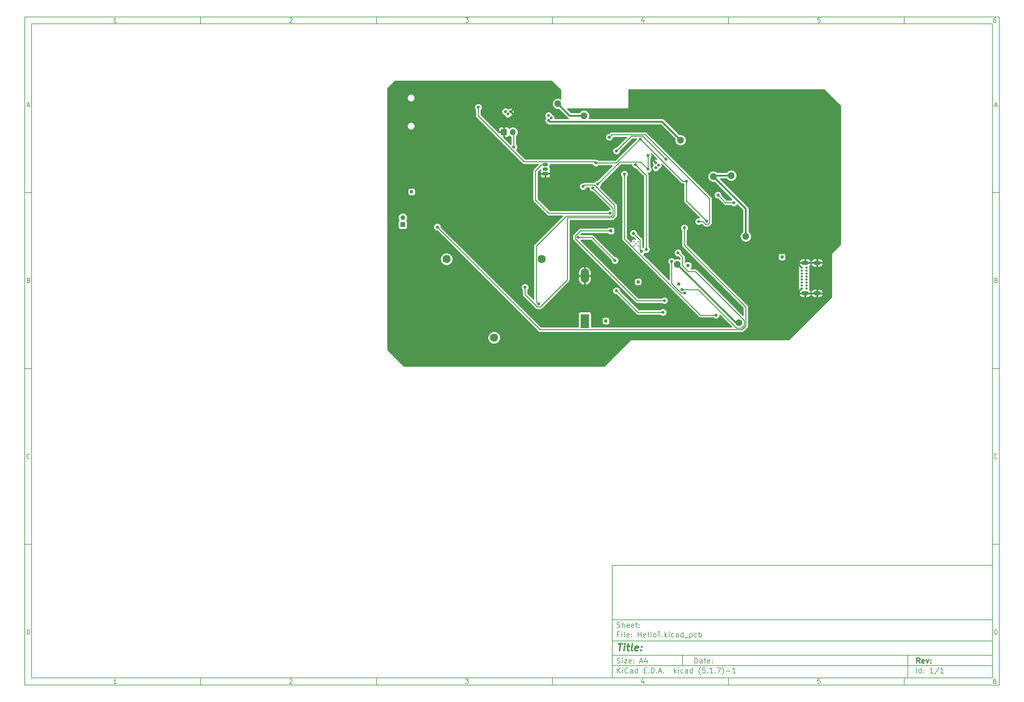
<source format=gbr>
%TF.GenerationSoftware,KiCad,Pcbnew,(5.1.7)-1*%
%TF.CreationDate,2020-12-03T05:33:56-05:00*%
%TF.ProjectId,HelIoT,48656c49-6f54-42e6-9b69-6361645f7063,rev?*%
%TF.SameCoordinates,Original*%
%TF.FileFunction,Copper,L2,Bot*%
%TF.FilePolarity,Positive*%
%FSLAX46Y46*%
G04 Gerber Fmt 4.6, Leading zero omitted, Abs format (unit mm)*
G04 Created by KiCad (PCBNEW (5.1.7)-1) date 2020-12-03 05:33:56*
%MOMM*%
%LPD*%
G01*
G04 APERTURE LIST*
%ADD10C,0.100000*%
%ADD11C,0.150000*%
%ADD12C,0.300000*%
%ADD13C,0.400000*%
%TA.AperFunction,ComponentPad*%
%ADD14O,1.350000X1.350000*%
%TD*%
%TA.AperFunction,ComponentPad*%
%ADD15R,1.350000X1.350000*%
%TD*%
%TA.AperFunction,ComponentPad*%
%ADD16C,0.400000*%
%TD*%
%TA.AperFunction,ComponentPad*%
%ADD17R,0.850000X0.850000*%
%TD*%
%TA.AperFunction,ComponentPad*%
%ADD18R,1.500000X1.050000*%
%TD*%
%TA.AperFunction,ComponentPad*%
%ADD19O,1.500000X1.050000*%
%TD*%
%TA.AperFunction,ComponentPad*%
%ADD20O,1.700000X1.700000*%
%TD*%
%TA.AperFunction,ComponentPad*%
%ADD21R,1.700000X1.700000*%
%TD*%
%TA.AperFunction,ComponentPad*%
%ADD22C,0.800000*%
%TD*%
%TA.AperFunction,ComponentPad*%
%ADD23R,2.410000X4.020000*%
%TD*%
%TA.AperFunction,ComponentPad*%
%ADD24O,2.410000X4.020000*%
%TD*%
%TA.AperFunction,WasherPad*%
%ADD25C,2.300000*%
%TD*%
%TA.AperFunction,ComponentPad*%
%ADD26O,2.216000X1.108000*%
%TD*%
%TA.AperFunction,ComponentPad*%
%ADD27C,0.650000*%
%TD*%
%TA.AperFunction,ViaPad*%
%ADD28C,1.905000*%
%TD*%
%TA.AperFunction,ViaPad*%
%ADD29C,0.800000*%
%TD*%
%TA.AperFunction,ViaPad*%
%ADD30C,0.900000*%
%TD*%
%TA.AperFunction,Conductor*%
%ADD31C,0.508000*%
%TD*%
%TA.AperFunction,Conductor*%
%ADD32C,0.250000*%
%TD*%
%TA.AperFunction,Conductor*%
%ADD33C,0.254000*%
%TD*%
%TA.AperFunction,Conductor*%
%ADD34C,0.100000*%
%TD*%
G04 APERTURE END LIST*
D10*
D11*
X177002200Y-166007200D02*
X177002200Y-198007200D01*
X285002200Y-198007200D01*
X285002200Y-166007200D01*
X177002200Y-166007200D01*
D10*
D11*
X10000000Y-10000000D02*
X10000000Y-200007200D01*
X287002200Y-200007200D01*
X287002200Y-10000000D01*
X10000000Y-10000000D01*
D10*
D11*
X12000000Y-12000000D02*
X12000000Y-198007200D01*
X285002200Y-198007200D01*
X285002200Y-12000000D01*
X12000000Y-12000000D01*
D10*
D11*
X60000000Y-12000000D02*
X60000000Y-10000000D01*
D10*
D11*
X110000000Y-12000000D02*
X110000000Y-10000000D01*
D10*
D11*
X160000000Y-12000000D02*
X160000000Y-10000000D01*
D10*
D11*
X210000000Y-12000000D02*
X210000000Y-10000000D01*
D10*
D11*
X260000000Y-12000000D02*
X260000000Y-10000000D01*
D10*
D11*
X36065476Y-11588095D02*
X35322619Y-11588095D01*
X35694047Y-11588095D02*
X35694047Y-10288095D01*
X35570238Y-10473809D01*
X35446428Y-10597619D01*
X35322619Y-10659523D01*
D10*
D11*
X85322619Y-10411904D02*
X85384523Y-10350000D01*
X85508333Y-10288095D01*
X85817857Y-10288095D01*
X85941666Y-10350000D01*
X86003571Y-10411904D01*
X86065476Y-10535714D01*
X86065476Y-10659523D01*
X86003571Y-10845238D01*
X85260714Y-11588095D01*
X86065476Y-11588095D01*
D10*
D11*
X135260714Y-10288095D02*
X136065476Y-10288095D01*
X135632142Y-10783333D01*
X135817857Y-10783333D01*
X135941666Y-10845238D01*
X136003571Y-10907142D01*
X136065476Y-11030952D01*
X136065476Y-11340476D01*
X136003571Y-11464285D01*
X135941666Y-11526190D01*
X135817857Y-11588095D01*
X135446428Y-11588095D01*
X135322619Y-11526190D01*
X135260714Y-11464285D01*
D10*
D11*
X185941666Y-10721428D02*
X185941666Y-11588095D01*
X185632142Y-10226190D02*
X185322619Y-11154761D01*
X186127380Y-11154761D01*
D10*
D11*
X236003571Y-10288095D02*
X235384523Y-10288095D01*
X235322619Y-10907142D01*
X235384523Y-10845238D01*
X235508333Y-10783333D01*
X235817857Y-10783333D01*
X235941666Y-10845238D01*
X236003571Y-10907142D01*
X236065476Y-11030952D01*
X236065476Y-11340476D01*
X236003571Y-11464285D01*
X235941666Y-11526190D01*
X235817857Y-11588095D01*
X235508333Y-11588095D01*
X235384523Y-11526190D01*
X235322619Y-11464285D01*
D10*
D11*
X285941666Y-10288095D02*
X285694047Y-10288095D01*
X285570238Y-10350000D01*
X285508333Y-10411904D01*
X285384523Y-10597619D01*
X285322619Y-10845238D01*
X285322619Y-11340476D01*
X285384523Y-11464285D01*
X285446428Y-11526190D01*
X285570238Y-11588095D01*
X285817857Y-11588095D01*
X285941666Y-11526190D01*
X286003571Y-11464285D01*
X286065476Y-11340476D01*
X286065476Y-11030952D01*
X286003571Y-10907142D01*
X285941666Y-10845238D01*
X285817857Y-10783333D01*
X285570238Y-10783333D01*
X285446428Y-10845238D01*
X285384523Y-10907142D01*
X285322619Y-11030952D01*
D10*
D11*
X60000000Y-198007200D02*
X60000000Y-200007200D01*
D10*
D11*
X110000000Y-198007200D02*
X110000000Y-200007200D01*
D10*
D11*
X160000000Y-198007200D02*
X160000000Y-200007200D01*
D10*
D11*
X210000000Y-198007200D02*
X210000000Y-200007200D01*
D10*
D11*
X260000000Y-198007200D02*
X260000000Y-200007200D01*
D10*
D11*
X36065476Y-199595295D02*
X35322619Y-199595295D01*
X35694047Y-199595295D02*
X35694047Y-198295295D01*
X35570238Y-198481009D01*
X35446428Y-198604819D01*
X35322619Y-198666723D01*
D10*
D11*
X85322619Y-198419104D02*
X85384523Y-198357200D01*
X85508333Y-198295295D01*
X85817857Y-198295295D01*
X85941666Y-198357200D01*
X86003571Y-198419104D01*
X86065476Y-198542914D01*
X86065476Y-198666723D01*
X86003571Y-198852438D01*
X85260714Y-199595295D01*
X86065476Y-199595295D01*
D10*
D11*
X135260714Y-198295295D02*
X136065476Y-198295295D01*
X135632142Y-198790533D01*
X135817857Y-198790533D01*
X135941666Y-198852438D01*
X136003571Y-198914342D01*
X136065476Y-199038152D01*
X136065476Y-199347676D01*
X136003571Y-199471485D01*
X135941666Y-199533390D01*
X135817857Y-199595295D01*
X135446428Y-199595295D01*
X135322619Y-199533390D01*
X135260714Y-199471485D01*
D10*
D11*
X185941666Y-198728628D02*
X185941666Y-199595295D01*
X185632142Y-198233390D02*
X185322619Y-199161961D01*
X186127380Y-199161961D01*
D10*
D11*
X236003571Y-198295295D02*
X235384523Y-198295295D01*
X235322619Y-198914342D01*
X235384523Y-198852438D01*
X235508333Y-198790533D01*
X235817857Y-198790533D01*
X235941666Y-198852438D01*
X236003571Y-198914342D01*
X236065476Y-199038152D01*
X236065476Y-199347676D01*
X236003571Y-199471485D01*
X235941666Y-199533390D01*
X235817857Y-199595295D01*
X235508333Y-199595295D01*
X235384523Y-199533390D01*
X235322619Y-199471485D01*
D10*
D11*
X285941666Y-198295295D02*
X285694047Y-198295295D01*
X285570238Y-198357200D01*
X285508333Y-198419104D01*
X285384523Y-198604819D01*
X285322619Y-198852438D01*
X285322619Y-199347676D01*
X285384523Y-199471485D01*
X285446428Y-199533390D01*
X285570238Y-199595295D01*
X285817857Y-199595295D01*
X285941666Y-199533390D01*
X286003571Y-199471485D01*
X286065476Y-199347676D01*
X286065476Y-199038152D01*
X286003571Y-198914342D01*
X285941666Y-198852438D01*
X285817857Y-198790533D01*
X285570238Y-198790533D01*
X285446428Y-198852438D01*
X285384523Y-198914342D01*
X285322619Y-199038152D01*
D10*
D11*
X10000000Y-60000000D02*
X12000000Y-60000000D01*
D10*
D11*
X10000000Y-110000000D02*
X12000000Y-110000000D01*
D10*
D11*
X10000000Y-160000000D02*
X12000000Y-160000000D01*
D10*
D11*
X10690476Y-35216666D02*
X11309523Y-35216666D01*
X10566666Y-35588095D02*
X11000000Y-34288095D01*
X11433333Y-35588095D01*
D10*
D11*
X11092857Y-84907142D02*
X11278571Y-84969047D01*
X11340476Y-85030952D01*
X11402380Y-85154761D01*
X11402380Y-85340476D01*
X11340476Y-85464285D01*
X11278571Y-85526190D01*
X11154761Y-85588095D01*
X10659523Y-85588095D01*
X10659523Y-84288095D01*
X11092857Y-84288095D01*
X11216666Y-84350000D01*
X11278571Y-84411904D01*
X11340476Y-84535714D01*
X11340476Y-84659523D01*
X11278571Y-84783333D01*
X11216666Y-84845238D01*
X11092857Y-84907142D01*
X10659523Y-84907142D01*
D10*
D11*
X11402380Y-135464285D02*
X11340476Y-135526190D01*
X11154761Y-135588095D01*
X11030952Y-135588095D01*
X10845238Y-135526190D01*
X10721428Y-135402380D01*
X10659523Y-135278571D01*
X10597619Y-135030952D01*
X10597619Y-134845238D01*
X10659523Y-134597619D01*
X10721428Y-134473809D01*
X10845238Y-134350000D01*
X11030952Y-134288095D01*
X11154761Y-134288095D01*
X11340476Y-134350000D01*
X11402380Y-134411904D01*
D10*
D11*
X10659523Y-185588095D02*
X10659523Y-184288095D01*
X10969047Y-184288095D01*
X11154761Y-184350000D01*
X11278571Y-184473809D01*
X11340476Y-184597619D01*
X11402380Y-184845238D01*
X11402380Y-185030952D01*
X11340476Y-185278571D01*
X11278571Y-185402380D01*
X11154761Y-185526190D01*
X10969047Y-185588095D01*
X10659523Y-185588095D01*
D10*
D11*
X287002200Y-60000000D02*
X285002200Y-60000000D01*
D10*
D11*
X287002200Y-110000000D02*
X285002200Y-110000000D01*
D10*
D11*
X287002200Y-160000000D02*
X285002200Y-160000000D01*
D10*
D11*
X285692676Y-35216666D02*
X286311723Y-35216666D01*
X285568866Y-35588095D02*
X286002200Y-34288095D01*
X286435533Y-35588095D01*
D10*
D11*
X286095057Y-84907142D02*
X286280771Y-84969047D01*
X286342676Y-85030952D01*
X286404580Y-85154761D01*
X286404580Y-85340476D01*
X286342676Y-85464285D01*
X286280771Y-85526190D01*
X286156961Y-85588095D01*
X285661723Y-85588095D01*
X285661723Y-84288095D01*
X286095057Y-84288095D01*
X286218866Y-84350000D01*
X286280771Y-84411904D01*
X286342676Y-84535714D01*
X286342676Y-84659523D01*
X286280771Y-84783333D01*
X286218866Y-84845238D01*
X286095057Y-84907142D01*
X285661723Y-84907142D01*
D10*
D11*
X286404580Y-135464285D02*
X286342676Y-135526190D01*
X286156961Y-135588095D01*
X286033152Y-135588095D01*
X285847438Y-135526190D01*
X285723628Y-135402380D01*
X285661723Y-135278571D01*
X285599819Y-135030952D01*
X285599819Y-134845238D01*
X285661723Y-134597619D01*
X285723628Y-134473809D01*
X285847438Y-134350000D01*
X286033152Y-134288095D01*
X286156961Y-134288095D01*
X286342676Y-134350000D01*
X286404580Y-134411904D01*
D10*
D11*
X285661723Y-185588095D02*
X285661723Y-184288095D01*
X285971247Y-184288095D01*
X286156961Y-184350000D01*
X286280771Y-184473809D01*
X286342676Y-184597619D01*
X286404580Y-184845238D01*
X286404580Y-185030952D01*
X286342676Y-185278571D01*
X286280771Y-185402380D01*
X286156961Y-185526190D01*
X285971247Y-185588095D01*
X285661723Y-185588095D01*
D10*
D11*
X200434342Y-193785771D02*
X200434342Y-192285771D01*
X200791485Y-192285771D01*
X201005771Y-192357200D01*
X201148628Y-192500057D01*
X201220057Y-192642914D01*
X201291485Y-192928628D01*
X201291485Y-193142914D01*
X201220057Y-193428628D01*
X201148628Y-193571485D01*
X201005771Y-193714342D01*
X200791485Y-193785771D01*
X200434342Y-193785771D01*
X202577200Y-193785771D02*
X202577200Y-193000057D01*
X202505771Y-192857200D01*
X202362914Y-192785771D01*
X202077200Y-192785771D01*
X201934342Y-192857200D01*
X202577200Y-193714342D02*
X202434342Y-193785771D01*
X202077200Y-193785771D01*
X201934342Y-193714342D01*
X201862914Y-193571485D01*
X201862914Y-193428628D01*
X201934342Y-193285771D01*
X202077200Y-193214342D01*
X202434342Y-193214342D01*
X202577200Y-193142914D01*
X203077200Y-192785771D02*
X203648628Y-192785771D01*
X203291485Y-192285771D02*
X203291485Y-193571485D01*
X203362914Y-193714342D01*
X203505771Y-193785771D01*
X203648628Y-193785771D01*
X204720057Y-193714342D02*
X204577200Y-193785771D01*
X204291485Y-193785771D01*
X204148628Y-193714342D01*
X204077200Y-193571485D01*
X204077200Y-193000057D01*
X204148628Y-192857200D01*
X204291485Y-192785771D01*
X204577200Y-192785771D01*
X204720057Y-192857200D01*
X204791485Y-193000057D01*
X204791485Y-193142914D01*
X204077200Y-193285771D01*
X205434342Y-193642914D02*
X205505771Y-193714342D01*
X205434342Y-193785771D01*
X205362914Y-193714342D01*
X205434342Y-193642914D01*
X205434342Y-193785771D01*
X205434342Y-192857200D02*
X205505771Y-192928628D01*
X205434342Y-193000057D01*
X205362914Y-192928628D01*
X205434342Y-192857200D01*
X205434342Y-193000057D01*
D10*
D11*
X177002200Y-194507200D02*
X285002200Y-194507200D01*
D10*
D11*
X178434342Y-196585771D02*
X178434342Y-195085771D01*
X179291485Y-196585771D02*
X178648628Y-195728628D01*
X179291485Y-195085771D02*
X178434342Y-195942914D01*
X179934342Y-196585771D02*
X179934342Y-195585771D01*
X179934342Y-195085771D02*
X179862914Y-195157200D01*
X179934342Y-195228628D01*
X180005771Y-195157200D01*
X179934342Y-195085771D01*
X179934342Y-195228628D01*
X181505771Y-196442914D02*
X181434342Y-196514342D01*
X181220057Y-196585771D01*
X181077200Y-196585771D01*
X180862914Y-196514342D01*
X180720057Y-196371485D01*
X180648628Y-196228628D01*
X180577200Y-195942914D01*
X180577200Y-195728628D01*
X180648628Y-195442914D01*
X180720057Y-195300057D01*
X180862914Y-195157200D01*
X181077200Y-195085771D01*
X181220057Y-195085771D01*
X181434342Y-195157200D01*
X181505771Y-195228628D01*
X182791485Y-196585771D02*
X182791485Y-195800057D01*
X182720057Y-195657200D01*
X182577200Y-195585771D01*
X182291485Y-195585771D01*
X182148628Y-195657200D01*
X182791485Y-196514342D02*
X182648628Y-196585771D01*
X182291485Y-196585771D01*
X182148628Y-196514342D01*
X182077200Y-196371485D01*
X182077200Y-196228628D01*
X182148628Y-196085771D01*
X182291485Y-196014342D01*
X182648628Y-196014342D01*
X182791485Y-195942914D01*
X184148628Y-196585771D02*
X184148628Y-195085771D01*
X184148628Y-196514342D02*
X184005771Y-196585771D01*
X183720057Y-196585771D01*
X183577200Y-196514342D01*
X183505771Y-196442914D01*
X183434342Y-196300057D01*
X183434342Y-195871485D01*
X183505771Y-195728628D01*
X183577200Y-195657200D01*
X183720057Y-195585771D01*
X184005771Y-195585771D01*
X184148628Y-195657200D01*
X186005771Y-195800057D02*
X186505771Y-195800057D01*
X186720057Y-196585771D02*
X186005771Y-196585771D01*
X186005771Y-195085771D01*
X186720057Y-195085771D01*
X187362914Y-196442914D02*
X187434342Y-196514342D01*
X187362914Y-196585771D01*
X187291485Y-196514342D01*
X187362914Y-196442914D01*
X187362914Y-196585771D01*
X188077200Y-196585771D02*
X188077200Y-195085771D01*
X188434342Y-195085771D01*
X188648628Y-195157200D01*
X188791485Y-195300057D01*
X188862914Y-195442914D01*
X188934342Y-195728628D01*
X188934342Y-195942914D01*
X188862914Y-196228628D01*
X188791485Y-196371485D01*
X188648628Y-196514342D01*
X188434342Y-196585771D01*
X188077200Y-196585771D01*
X189577200Y-196442914D02*
X189648628Y-196514342D01*
X189577200Y-196585771D01*
X189505771Y-196514342D01*
X189577200Y-196442914D01*
X189577200Y-196585771D01*
X190220057Y-196157200D02*
X190934342Y-196157200D01*
X190077200Y-196585771D02*
X190577200Y-195085771D01*
X191077200Y-196585771D01*
X191577200Y-196442914D02*
X191648628Y-196514342D01*
X191577200Y-196585771D01*
X191505771Y-196514342D01*
X191577200Y-196442914D01*
X191577200Y-196585771D01*
X194577200Y-196585771D02*
X194577200Y-195085771D01*
X194720057Y-196014342D02*
X195148628Y-196585771D01*
X195148628Y-195585771D02*
X194577200Y-196157200D01*
X195791485Y-196585771D02*
X195791485Y-195585771D01*
X195791485Y-195085771D02*
X195720057Y-195157200D01*
X195791485Y-195228628D01*
X195862914Y-195157200D01*
X195791485Y-195085771D01*
X195791485Y-195228628D01*
X197148628Y-196514342D02*
X197005771Y-196585771D01*
X196720057Y-196585771D01*
X196577200Y-196514342D01*
X196505771Y-196442914D01*
X196434342Y-196300057D01*
X196434342Y-195871485D01*
X196505771Y-195728628D01*
X196577200Y-195657200D01*
X196720057Y-195585771D01*
X197005771Y-195585771D01*
X197148628Y-195657200D01*
X198434342Y-196585771D02*
X198434342Y-195800057D01*
X198362914Y-195657200D01*
X198220057Y-195585771D01*
X197934342Y-195585771D01*
X197791485Y-195657200D01*
X198434342Y-196514342D02*
X198291485Y-196585771D01*
X197934342Y-196585771D01*
X197791485Y-196514342D01*
X197720057Y-196371485D01*
X197720057Y-196228628D01*
X197791485Y-196085771D01*
X197934342Y-196014342D01*
X198291485Y-196014342D01*
X198434342Y-195942914D01*
X199791485Y-196585771D02*
X199791485Y-195085771D01*
X199791485Y-196514342D02*
X199648628Y-196585771D01*
X199362914Y-196585771D01*
X199220057Y-196514342D01*
X199148628Y-196442914D01*
X199077200Y-196300057D01*
X199077200Y-195871485D01*
X199148628Y-195728628D01*
X199220057Y-195657200D01*
X199362914Y-195585771D01*
X199648628Y-195585771D01*
X199791485Y-195657200D01*
X202077200Y-197157200D02*
X202005771Y-197085771D01*
X201862914Y-196871485D01*
X201791485Y-196728628D01*
X201720057Y-196514342D01*
X201648628Y-196157200D01*
X201648628Y-195871485D01*
X201720057Y-195514342D01*
X201791485Y-195300057D01*
X201862914Y-195157200D01*
X202005771Y-194942914D01*
X202077200Y-194871485D01*
X203362914Y-195085771D02*
X202648628Y-195085771D01*
X202577200Y-195800057D01*
X202648628Y-195728628D01*
X202791485Y-195657200D01*
X203148628Y-195657200D01*
X203291485Y-195728628D01*
X203362914Y-195800057D01*
X203434342Y-195942914D01*
X203434342Y-196300057D01*
X203362914Y-196442914D01*
X203291485Y-196514342D01*
X203148628Y-196585771D01*
X202791485Y-196585771D01*
X202648628Y-196514342D01*
X202577200Y-196442914D01*
X204077200Y-196442914D02*
X204148628Y-196514342D01*
X204077200Y-196585771D01*
X204005771Y-196514342D01*
X204077200Y-196442914D01*
X204077200Y-196585771D01*
X205577200Y-196585771D02*
X204720057Y-196585771D01*
X205148628Y-196585771D02*
X205148628Y-195085771D01*
X205005771Y-195300057D01*
X204862914Y-195442914D01*
X204720057Y-195514342D01*
X206220057Y-196442914D02*
X206291485Y-196514342D01*
X206220057Y-196585771D01*
X206148628Y-196514342D01*
X206220057Y-196442914D01*
X206220057Y-196585771D01*
X206791485Y-195085771D02*
X207791485Y-195085771D01*
X207148628Y-196585771D01*
X208220057Y-197157200D02*
X208291485Y-197085771D01*
X208434342Y-196871485D01*
X208505771Y-196728628D01*
X208577200Y-196514342D01*
X208648628Y-196157200D01*
X208648628Y-195871485D01*
X208577200Y-195514342D01*
X208505771Y-195300057D01*
X208434342Y-195157200D01*
X208291485Y-194942914D01*
X208220057Y-194871485D01*
X209362914Y-196014342D02*
X210505771Y-196014342D01*
X212005771Y-196585771D02*
X211148628Y-196585771D01*
X211577200Y-196585771D02*
X211577200Y-195085771D01*
X211434342Y-195300057D01*
X211291485Y-195442914D01*
X211148628Y-195514342D01*
D10*
D11*
X177002200Y-191507200D02*
X285002200Y-191507200D01*
D10*
D12*
X264411485Y-193785771D02*
X263911485Y-193071485D01*
X263554342Y-193785771D02*
X263554342Y-192285771D01*
X264125771Y-192285771D01*
X264268628Y-192357200D01*
X264340057Y-192428628D01*
X264411485Y-192571485D01*
X264411485Y-192785771D01*
X264340057Y-192928628D01*
X264268628Y-193000057D01*
X264125771Y-193071485D01*
X263554342Y-193071485D01*
X265625771Y-193714342D02*
X265482914Y-193785771D01*
X265197200Y-193785771D01*
X265054342Y-193714342D01*
X264982914Y-193571485D01*
X264982914Y-193000057D01*
X265054342Y-192857200D01*
X265197200Y-192785771D01*
X265482914Y-192785771D01*
X265625771Y-192857200D01*
X265697200Y-193000057D01*
X265697200Y-193142914D01*
X264982914Y-193285771D01*
X266197200Y-192785771D02*
X266554342Y-193785771D01*
X266911485Y-192785771D01*
X267482914Y-193642914D02*
X267554342Y-193714342D01*
X267482914Y-193785771D01*
X267411485Y-193714342D01*
X267482914Y-193642914D01*
X267482914Y-193785771D01*
X267482914Y-192857200D02*
X267554342Y-192928628D01*
X267482914Y-193000057D01*
X267411485Y-192928628D01*
X267482914Y-192857200D01*
X267482914Y-193000057D01*
D10*
D11*
X178362914Y-193714342D02*
X178577200Y-193785771D01*
X178934342Y-193785771D01*
X179077200Y-193714342D01*
X179148628Y-193642914D01*
X179220057Y-193500057D01*
X179220057Y-193357200D01*
X179148628Y-193214342D01*
X179077200Y-193142914D01*
X178934342Y-193071485D01*
X178648628Y-193000057D01*
X178505771Y-192928628D01*
X178434342Y-192857200D01*
X178362914Y-192714342D01*
X178362914Y-192571485D01*
X178434342Y-192428628D01*
X178505771Y-192357200D01*
X178648628Y-192285771D01*
X179005771Y-192285771D01*
X179220057Y-192357200D01*
X179862914Y-193785771D02*
X179862914Y-192785771D01*
X179862914Y-192285771D02*
X179791485Y-192357200D01*
X179862914Y-192428628D01*
X179934342Y-192357200D01*
X179862914Y-192285771D01*
X179862914Y-192428628D01*
X180434342Y-192785771D02*
X181220057Y-192785771D01*
X180434342Y-193785771D01*
X181220057Y-193785771D01*
X182362914Y-193714342D02*
X182220057Y-193785771D01*
X181934342Y-193785771D01*
X181791485Y-193714342D01*
X181720057Y-193571485D01*
X181720057Y-193000057D01*
X181791485Y-192857200D01*
X181934342Y-192785771D01*
X182220057Y-192785771D01*
X182362914Y-192857200D01*
X182434342Y-193000057D01*
X182434342Y-193142914D01*
X181720057Y-193285771D01*
X183077200Y-193642914D02*
X183148628Y-193714342D01*
X183077200Y-193785771D01*
X183005771Y-193714342D01*
X183077200Y-193642914D01*
X183077200Y-193785771D01*
X183077200Y-192857200D02*
X183148628Y-192928628D01*
X183077200Y-193000057D01*
X183005771Y-192928628D01*
X183077200Y-192857200D01*
X183077200Y-193000057D01*
X184862914Y-193357200D02*
X185577200Y-193357200D01*
X184720057Y-193785771D02*
X185220057Y-192285771D01*
X185720057Y-193785771D01*
X186862914Y-192785771D02*
X186862914Y-193785771D01*
X186505771Y-192214342D02*
X186148628Y-193285771D01*
X187077200Y-193285771D01*
D10*
D11*
X263434342Y-196585771D02*
X263434342Y-195085771D01*
X264791485Y-196585771D02*
X264791485Y-195085771D01*
X264791485Y-196514342D02*
X264648628Y-196585771D01*
X264362914Y-196585771D01*
X264220057Y-196514342D01*
X264148628Y-196442914D01*
X264077200Y-196300057D01*
X264077200Y-195871485D01*
X264148628Y-195728628D01*
X264220057Y-195657200D01*
X264362914Y-195585771D01*
X264648628Y-195585771D01*
X264791485Y-195657200D01*
X265505771Y-196442914D02*
X265577200Y-196514342D01*
X265505771Y-196585771D01*
X265434342Y-196514342D01*
X265505771Y-196442914D01*
X265505771Y-196585771D01*
X265505771Y-195657200D02*
X265577200Y-195728628D01*
X265505771Y-195800057D01*
X265434342Y-195728628D01*
X265505771Y-195657200D01*
X265505771Y-195800057D01*
X268148628Y-196585771D02*
X267291485Y-196585771D01*
X267720057Y-196585771D02*
X267720057Y-195085771D01*
X267577200Y-195300057D01*
X267434342Y-195442914D01*
X267291485Y-195514342D01*
X269862914Y-195014342D02*
X268577200Y-196942914D01*
X271148628Y-196585771D02*
X270291485Y-196585771D01*
X270720057Y-196585771D02*
X270720057Y-195085771D01*
X270577200Y-195300057D01*
X270434342Y-195442914D01*
X270291485Y-195514342D01*
D10*
D11*
X177002200Y-187507200D02*
X285002200Y-187507200D01*
D10*
D13*
X178714580Y-188211961D02*
X179857438Y-188211961D01*
X179036009Y-190211961D02*
X179286009Y-188211961D01*
X180274104Y-190211961D02*
X180440771Y-188878628D01*
X180524104Y-188211961D02*
X180416961Y-188307200D01*
X180500295Y-188402438D01*
X180607438Y-188307200D01*
X180524104Y-188211961D01*
X180500295Y-188402438D01*
X181107438Y-188878628D02*
X181869342Y-188878628D01*
X181476485Y-188211961D02*
X181262200Y-189926247D01*
X181333628Y-190116723D01*
X181512200Y-190211961D01*
X181702676Y-190211961D01*
X182655057Y-190211961D02*
X182476485Y-190116723D01*
X182405057Y-189926247D01*
X182619342Y-188211961D01*
X184190771Y-190116723D02*
X183988390Y-190211961D01*
X183607438Y-190211961D01*
X183428866Y-190116723D01*
X183357438Y-189926247D01*
X183452676Y-189164342D01*
X183571723Y-188973866D01*
X183774104Y-188878628D01*
X184155057Y-188878628D01*
X184333628Y-188973866D01*
X184405057Y-189164342D01*
X184381247Y-189354819D01*
X183405057Y-189545295D01*
X185155057Y-190021485D02*
X185238390Y-190116723D01*
X185131247Y-190211961D01*
X185047914Y-190116723D01*
X185155057Y-190021485D01*
X185131247Y-190211961D01*
X185286009Y-188973866D02*
X185369342Y-189069104D01*
X185262200Y-189164342D01*
X185178866Y-189069104D01*
X185286009Y-188973866D01*
X185262200Y-189164342D01*
D10*
D11*
X178934342Y-185600057D02*
X178434342Y-185600057D01*
X178434342Y-186385771D02*
X178434342Y-184885771D01*
X179148628Y-184885771D01*
X179720057Y-186385771D02*
X179720057Y-185385771D01*
X179720057Y-184885771D02*
X179648628Y-184957200D01*
X179720057Y-185028628D01*
X179791485Y-184957200D01*
X179720057Y-184885771D01*
X179720057Y-185028628D01*
X180648628Y-186385771D02*
X180505771Y-186314342D01*
X180434342Y-186171485D01*
X180434342Y-184885771D01*
X181791485Y-186314342D02*
X181648628Y-186385771D01*
X181362914Y-186385771D01*
X181220057Y-186314342D01*
X181148628Y-186171485D01*
X181148628Y-185600057D01*
X181220057Y-185457200D01*
X181362914Y-185385771D01*
X181648628Y-185385771D01*
X181791485Y-185457200D01*
X181862914Y-185600057D01*
X181862914Y-185742914D01*
X181148628Y-185885771D01*
X182505771Y-186242914D02*
X182577200Y-186314342D01*
X182505771Y-186385771D01*
X182434342Y-186314342D01*
X182505771Y-186242914D01*
X182505771Y-186385771D01*
X182505771Y-185457200D02*
X182577200Y-185528628D01*
X182505771Y-185600057D01*
X182434342Y-185528628D01*
X182505771Y-185457200D01*
X182505771Y-185600057D01*
X184362914Y-186385771D02*
X184362914Y-184885771D01*
X184362914Y-185600057D02*
X185220057Y-185600057D01*
X185220057Y-186385771D02*
X185220057Y-184885771D01*
X186505771Y-186314342D02*
X186362914Y-186385771D01*
X186077200Y-186385771D01*
X185934342Y-186314342D01*
X185862914Y-186171485D01*
X185862914Y-185600057D01*
X185934342Y-185457200D01*
X186077200Y-185385771D01*
X186362914Y-185385771D01*
X186505771Y-185457200D01*
X186577200Y-185600057D01*
X186577200Y-185742914D01*
X185862914Y-185885771D01*
X187434342Y-186385771D02*
X187291485Y-186314342D01*
X187220057Y-186171485D01*
X187220057Y-184885771D01*
X188005771Y-186385771D02*
X188005771Y-184885771D01*
X188934342Y-186385771D02*
X188791485Y-186314342D01*
X188720057Y-186242914D01*
X188648628Y-186100057D01*
X188648628Y-185671485D01*
X188720057Y-185528628D01*
X188791485Y-185457200D01*
X188934342Y-185385771D01*
X189148628Y-185385771D01*
X189291485Y-185457200D01*
X189362914Y-185528628D01*
X189434342Y-185671485D01*
X189434342Y-186100057D01*
X189362914Y-186242914D01*
X189291485Y-186314342D01*
X189148628Y-186385771D01*
X188934342Y-186385771D01*
X189862914Y-184885771D02*
X190720057Y-184885771D01*
X190291485Y-186385771D02*
X190291485Y-184885771D01*
X191220057Y-186242914D02*
X191291485Y-186314342D01*
X191220057Y-186385771D01*
X191148628Y-186314342D01*
X191220057Y-186242914D01*
X191220057Y-186385771D01*
X191934342Y-186385771D02*
X191934342Y-184885771D01*
X192077200Y-185814342D02*
X192505771Y-186385771D01*
X192505771Y-185385771D02*
X191934342Y-185957200D01*
X193148628Y-186385771D02*
X193148628Y-185385771D01*
X193148628Y-184885771D02*
X193077200Y-184957200D01*
X193148628Y-185028628D01*
X193220057Y-184957200D01*
X193148628Y-184885771D01*
X193148628Y-185028628D01*
X194505771Y-186314342D02*
X194362914Y-186385771D01*
X194077200Y-186385771D01*
X193934342Y-186314342D01*
X193862914Y-186242914D01*
X193791485Y-186100057D01*
X193791485Y-185671485D01*
X193862914Y-185528628D01*
X193934342Y-185457200D01*
X194077200Y-185385771D01*
X194362914Y-185385771D01*
X194505771Y-185457200D01*
X195791485Y-186385771D02*
X195791485Y-185600057D01*
X195720057Y-185457200D01*
X195577200Y-185385771D01*
X195291485Y-185385771D01*
X195148628Y-185457200D01*
X195791485Y-186314342D02*
X195648628Y-186385771D01*
X195291485Y-186385771D01*
X195148628Y-186314342D01*
X195077200Y-186171485D01*
X195077200Y-186028628D01*
X195148628Y-185885771D01*
X195291485Y-185814342D01*
X195648628Y-185814342D01*
X195791485Y-185742914D01*
X197148628Y-186385771D02*
X197148628Y-184885771D01*
X197148628Y-186314342D02*
X197005771Y-186385771D01*
X196720057Y-186385771D01*
X196577200Y-186314342D01*
X196505771Y-186242914D01*
X196434342Y-186100057D01*
X196434342Y-185671485D01*
X196505771Y-185528628D01*
X196577200Y-185457200D01*
X196720057Y-185385771D01*
X197005771Y-185385771D01*
X197148628Y-185457200D01*
X197505771Y-186528628D02*
X198648628Y-186528628D01*
X199005771Y-185385771D02*
X199005771Y-186885771D01*
X199005771Y-185457200D02*
X199148628Y-185385771D01*
X199434342Y-185385771D01*
X199577200Y-185457200D01*
X199648628Y-185528628D01*
X199720057Y-185671485D01*
X199720057Y-186100057D01*
X199648628Y-186242914D01*
X199577200Y-186314342D01*
X199434342Y-186385771D01*
X199148628Y-186385771D01*
X199005771Y-186314342D01*
X201005771Y-186314342D02*
X200862914Y-186385771D01*
X200577200Y-186385771D01*
X200434342Y-186314342D01*
X200362914Y-186242914D01*
X200291485Y-186100057D01*
X200291485Y-185671485D01*
X200362914Y-185528628D01*
X200434342Y-185457200D01*
X200577200Y-185385771D01*
X200862914Y-185385771D01*
X201005771Y-185457200D01*
X201648628Y-186385771D02*
X201648628Y-184885771D01*
X201648628Y-185457200D02*
X201791485Y-185385771D01*
X202077200Y-185385771D01*
X202220057Y-185457200D01*
X202291485Y-185528628D01*
X202362914Y-185671485D01*
X202362914Y-186100057D01*
X202291485Y-186242914D01*
X202220057Y-186314342D01*
X202077200Y-186385771D01*
X201791485Y-186385771D01*
X201648628Y-186314342D01*
D10*
D11*
X177002200Y-181507200D02*
X285002200Y-181507200D01*
D10*
D11*
X178362914Y-183614342D02*
X178577200Y-183685771D01*
X178934342Y-183685771D01*
X179077200Y-183614342D01*
X179148628Y-183542914D01*
X179220057Y-183400057D01*
X179220057Y-183257200D01*
X179148628Y-183114342D01*
X179077200Y-183042914D01*
X178934342Y-182971485D01*
X178648628Y-182900057D01*
X178505771Y-182828628D01*
X178434342Y-182757200D01*
X178362914Y-182614342D01*
X178362914Y-182471485D01*
X178434342Y-182328628D01*
X178505771Y-182257200D01*
X178648628Y-182185771D01*
X179005771Y-182185771D01*
X179220057Y-182257200D01*
X179862914Y-183685771D02*
X179862914Y-182185771D01*
X180505771Y-183685771D02*
X180505771Y-182900057D01*
X180434342Y-182757200D01*
X180291485Y-182685771D01*
X180077200Y-182685771D01*
X179934342Y-182757200D01*
X179862914Y-182828628D01*
X181791485Y-183614342D02*
X181648628Y-183685771D01*
X181362914Y-183685771D01*
X181220057Y-183614342D01*
X181148628Y-183471485D01*
X181148628Y-182900057D01*
X181220057Y-182757200D01*
X181362914Y-182685771D01*
X181648628Y-182685771D01*
X181791485Y-182757200D01*
X181862914Y-182900057D01*
X181862914Y-183042914D01*
X181148628Y-183185771D01*
X183077200Y-183614342D02*
X182934342Y-183685771D01*
X182648628Y-183685771D01*
X182505771Y-183614342D01*
X182434342Y-183471485D01*
X182434342Y-182900057D01*
X182505771Y-182757200D01*
X182648628Y-182685771D01*
X182934342Y-182685771D01*
X183077200Y-182757200D01*
X183148628Y-182900057D01*
X183148628Y-183042914D01*
X182434342Y-183185771D01*
X183577200Y-182685771D02*
X184148628Y-182685771D01*
X183791485Y-182185771D02*
X183791485Y-183471485D01*
X183862914Y-183614342D01*
X184005771Y-183685771D01*
X184148628Y-183685771D01*
X184648628Y-183542914D02*
X184720057Y-183614342D01*
X184648628Y-183685771D01*
X184577200Y-183614342D01*
X184648628Y-183542914D01*
X184648628Y-183685771D01*
X184648628Y-182757200D02*
X184720057Y-182828628D01*
X184648628Y-182900057D01*
X184577200Y-182828628D01*
X184648628Y-182757200D01*
X184648628Y-182900057D01*
D10*
D11*
X197002200Y-191507200D02*
X197002200Y-194507200D01*
D10*
D11*
X261002200Y-191507200D02*
X261002200Y-198007200D01*
D14*
%TO.P,SPK1,-*%
%TO.N,Net-(D3-Pad1)*%
X117447060Y-67057520D03*
D15*
%TO.P,SPK1,+*%
%TO.N,Net-(Q2-Pad3)*%
X117447060Y-69057520D03*
%TD*%
D16*
%TO.P,U2,18*%
%TO.N,N/C*%
X183756200Y-74521760D03*
%TO.P,U2,19*%
X183176200Y-75101760D03*
%TO.P,U2,20*%
X183176200Y-73941760D03*
%TO.P,U2,22*%
X184336200Y-73941760D03*
%TO.P,U2,21*%
X184336200Y-75101760D03*
%TD*%
D17*
%TO.P,TP7,1*%
%TO.N,Net-(C10-Pad1)*%
X175163480Y-96466660D03*
%TD*%
%TO.P,TP6,1*%
%TO.N,PULSE*%
X184345580Y-85338920D03*
%TD*%
%TO.P,TP5,1*%
%TO.N,VOUT*%
X195864201Y-85974761D03*
%TD*%
%TO.P,TP4,1*%
%TO.N,V2*%
X119951500Y-59728100D03*
%TD*%
%TO.P,TP3,1*%
%TO.N,V3*%
X198508620Y-80700880D03*
%TD*%
%TO.P,TP2,1*%
%TO.N,VUSB*%
X176596040Y-70815200D03*
%TD*%
%TO.P,TP1,1*%
%TO.N,V1*%
X225226880Y-78267560D03*
%TD*%
D18*
%TO.P,Q1,1*%
%TO.N,GND*%
X157949900Y-54556660D03*
D19*
%TO.P,Q1,3*%
%TO.N,SENAL_MIC*%
X157949900Y-52016660D03*
%TO.P,Q1,2*%
%TO.N,Net-(C6-Pad1)*%
X157949900Y-53286660D03*
%TD*%
D20*
%TO.P,MK1,2*%
%TO.N,Net-(C6-Pad2)*%
X148722080Y-42758360D03*
D21*
%TO.P,MK1,1*%
%TO.N,GND*%
X146182080Y-42758360D03*
%TD*%
D22*
%TO.P,LD3,3*%
%TO.N,GND*%
X189362080Y-51468040D03*
%TO.P,LD3,2*%
%TO.N,Net-(LD3-Pad2)*%
X190072080Y-52188040D03*
%TO.P,LD3,1*%
%TO.N,Net-(LD3-Pad1)*%
%TA.AperFunction,ComponentPad*%
G36*
G01*
X189786344Y-53039461D02*
X189503501Y-53322304D01*
G75*
G02*
X189220659Y-53322304I-141421J141421D01*
G01*
X188937816Y-53039461D01*
G75*
G02*
X188937816Y-52756619I141421J141421D01*
G01*
X189220659Y-52473776D01*
G75*
G02*
X189503501Y-52473776I141421J-141421D01*
G01*
X189786344Y-52756619D01*
G75*
G02*
X189786344Y-53039461I-141421J-141421D01*
G01*
G37*
%TD.AperFunction*%
%TD*%
%TO.P,LD2,3*%
%TO.N,GND*%
X148071820Y-36936680D03*
%TO.P,LD2,2*%
%TO.N,Net-(LD2-Pad2)*%
X147351820Y-37646680D03*
%TO.P,LD2,1*%
%TO.N,Net-(LD2-Pad1)*%
%TA.AperFunction,ComponentPad*%
G36*
G01*
X146500399Y-37360944D02*
X146217556Y-37078101D01*
G75*
G02*
X146217556Y-36795259I141421J141421D01*
G01*
X146500399Y-36512416D01*
G75*
G02*
X146783241Y-36512416I141421J-141421D01*
G01*
X147066084Y-36795259D01*
G75*
G02*
X147066084Y-37078101I-141421J-141421D01*
G01*
X146783241Y-37360944D01*
G75*
G02*
X146500399Y-37360944I-141421J141421D01*
G01*
G37*
%TD.AperFunction*%
%TD*%
%TO.P,LD1,3*%
%TO.N,V2*%
X158882080Y-38006040D03*
%TO.P,LD1,2*%
%TO.N,Net-(LD1-Pad2)*%
X159592080Y-38726040D03*
%TO.P,LD1,1*%
%TO.N,V2*%
%TA.AperFunction,ComponentPad*%
G36*
G01*
X159306344Y-39577461D02*
X159023501Y-39860304D01*
G75*
G02*
X158740659Y-39860304I-141421J141421D01*
G01*
X158457816Y-39577461D01*
G75*
G02*
X158457816Y-39294619I141421J141421D01*
G01*
X158740659Y-39011776D01*
G75*
G02*
X159023501Y-39011776I141421J-141421D01*
G01*
X159306344Y-39294619D01*
G75*
G02*
X159306344Y-39577461I-141421J-141421D01*
G01*
G37*
%TD.AperFunction*%
%TD*%
D23*
%TO.P,J2,1*%
%TO.N,Net-(C10-Pad1)*%
X169174160Y-96509840D03*
D24*
%TO.P,J2,2*%
%TO.N,GND*%
X169174160Y-83629840D03*
D25*
%TO.P,J2,*%
%TO.N,*%
X143394160Y-101239840D03*
X156884160Y-78889840D03*
X129914160Y-78889840D03*
%TD*%
D26*
%TO.P,J1,P4*%
%TO.N,GND*%
X235160540Y-88589500D03*
%TO.P,J1,P3*%
X235160540Y-79939500D03*
%TO.P,J1,P2*%
X231780540Y-79939500D03*
%TO.P,J1,P1*%
X231780540Y-88589500D03*
D27*
%TO.P,J1,B12*%
X232150540Y-87239500D03*
%TO.P,J1,B9*%
%TO.N,VUSB*%
X232150540Y-86389500D03*
%TO.P,J1,B8*%
%TO.N,Net-(J1-PadB8)*%
X232150540Y-85539500D03*
%TO.P,J1,B7*%
%TO.N,GND*%
X232150540Y-84689500D03*
%TO.P,J1,B6*%
X232150540Y-83839500D03*
%TO.P,J1,B5*%
X232150540Y-82989500D03*
%TO.P,J1,B4*%
%TO.N,VUSB*%
X232150540Y-82139500D03*
%TO.P,J1,B1*%
%TO.N,GND*%
X232150540Y-81289500D03*
%TO.P,J1,A12*%
X230800540Y-81289500D03*
%TO.P,J1,A9*%
%TO.N,VUSB*%
X230800540Y-82139500D03*
%TO.P,J1,A8*%
%TO.N,Net-(J1-PadA8)*%
X230800540Y-82989500D03*
%TO.P,J1,A7*%
%TO.N,GND*%
X230800540Y-83839500D03*
%TO.P,J1,A6*%
X230800540Y-84689500D03*
%TO.P,J1,A5*%
%TO.N,Net-(J1-PadA5)*%
X230800540Y-85539500D03*
%TO.P,J1,A4*%
%TO.N,VUSB*%
X230800540Y-86389500D03*
%TO.P,J1,A1*%
%TO.N,GND*%
X230800540Y-87239500D03*
%TD*%
D28*
%TO.N,RESET*%
X168953180Y-38087300D03*
X161531300Y-34698940D03*
D29*
%TO.N,VUSB*%
X191815720Y-90667840D03*
D28*
%TO.N,V1*%
X195451701Y-80354141D03*
X213005450Y-97008730D03*
D30*
%TO.N,Net-(C6-Pad2)*%
X148986240Y-46987460D03*
%TO.N,SENAL_MIC*%
X176397920Y-65836800D03*
D28*
%TO.N,V3*%
X210795388Y-55114975D03*
X205717140Y-55379620D03*
X214922100Y-72440800D03*
D30*
%TO.N,Net-(C10-Pad1)*%
X167281860Y-72699880D03*
X177741580Y-79237840D03*
X177741580Y-79237840D03*
%TO.N,Net-(C14-Pad2)*%
X182991760Y-71531480D03*
X185307869Y-76661693D03*
D28*
%TO.N,V2*%
X196375020Y-45041820D03*
D30*
%TO.N,Net-(C14-Pad2)*%
X197578980Y-88488520D03*
X193837672Y-79551694D03*
%TO.N,Net-(LD3-Pad1)*%
X178183540Y-48110140D03*
X192224660Y-50469800D03*
%TO.N,Net-(Q2-Pad1)*%
X127253520Y-69753520D03*
X197500000Y-70000000D03*
%TO.N,Net-(Q3-Pad2)*%
X191413600Y-94016751D03*
X178150520Y-87868760D03*
X178150520Y-87868760D03*
%TO.N,Net-(Q4-Pad1)*%
X196829059Y-87610321D03*
X195651120Y-77094080D03*
%TO.N,BUZZER*%
X201559160Y-68193920D03*
X176121060Y-44190920D03*
X176121060Y-44190920D03*
%TO.N,Net-(R25-Pad2)*%
X211523580Y-62834520D03*
X207007460Y-60660280D03*
X207007460Y-60660280D03*
%TO.N,BUS_I2C(SCL)*%
X138917680Y-35712400D03*
X172346620Y-51544220D03*
X184967880Y-44691300D03*
X198079360Y-56713120D03*
X203817220Y-68115180D03*
X203817220Y-68115180D03*
%TO.N,BUS_I2C(SDA)*%
X187126880Y-53322220D03*
X187126880Y-49430940D03*
X172867320Y-57525920D03*
X172867320Y-57525920D03*
%TO.N,ON_OFF*%
X206443580Y-94813120D03*
X180431440Y-54731920D03*
X180431440Y-54731920D03*
%TO.N,TXSIM*%
X152199340Y-86890860D03*
X152199340Y-86890860D03*
X168676320Y-58221880D03*
X168676320Y-58221880D03*
%TO.N,RXSIM*%
X156103320Y-91653360D03*
X156103320Y-91653360D03*
X171439840Y-58602880D03*
X171439840Y-58602880D03*
%TO.N,CHARGE_SIG*%
X186613800Y-76108560D03*
X183583580Y-52009040D03*
%TD*%
D31*
%TO.N,RESET*%
X168953180Y-38087300D02*
X164919660Y-38087300D01*
X164919660Y-38087300D02*
X161531300Y-34698940D01*
D32*
%TO.N,VUSB*%
X167989938Y-70815200D02*
X176596040Y-70815200D01*
X166486859Y-72318279D02*
X167989938Y-70815200D01*
X166486859Y-73081481D02*
X166486859Y-72318279D01*
X184073218Y-90667840D02*
X166486859Y-73081481D01*
X191815720Y-90667840D02*
X184073218Y-90667840D01*
D31*
%TO.N,V1*%
X212106290Y-97008730D02*
X213005450Y-97008730D01*
X195451701Y-80354141D02*
X212106290Y-97008730D01*
D32*
%TO.N,Net-(C6-Pad2)*%
X148986240Y-43022520D02*
X148722080Y-42758360D01*
X148986240Y-46987460D02*
X148986240Y-43022520D01*
%TO.N,SENAL_MIC*%
X176397920Y-65836800D02*
X158950660Y-65836800D01*
X158950660Y-65836800D02*
X155181300Y-62067440D01*
X156949900Y-52016660D02*
X157949900Y-52016660D01*
X155181300Y-53785260D02*
X156949900Y-52016660D01*
X155181300Y-62067440D02*
X155181300Y-53785260D01*
D31*
%TO.N,V3*%
X210795388Y-55114975D02*
X205981785Y-55114975D01*
X205981785Y-55114975D02*
X205717140Y-55379620D01*
X214922100Y-64584580D02*
X205717140Y-55379620D01*
X214922100Y-72440800D02*
X214922100Y-64584580D01*
D32*
%TO.N,Net-(C10-Pad1)*%
X167281860Y-72699880D02*
X171203620Y-72699880D01*
X171203620Y-72699880D02*
X177741580Y-79237840D01*
%TO.N,Net-(C14-Pad2)*%
X184881201Y-73420921D02*
X184881201Y-76197141D01*
X182991760Y-71531480D02*
X184881201Y-73420921D01*
X185307869Y-76623809D02*
X185307869Y-76661693D01*
X184881201Y-76197141D02*
X185307869Y-76623809D01*
D31*
%TO.N,V2*%
X159086159Y-39780041D02*
X158812119Y-39506001D01*
X191113241Y-39780041D02*
X159086159Y-39780041D01*
X196375020Y-45041820D02*
X191113241Y-39780041D01*
D32*
%TO.N,Net-(C14-Pad2)*%
X196582958Y-88488520D02*
X193875660Y-85781222D01*
X197578980Y-88488520D02*
X196582958Y-88488520D01*
X193875660Y-79589682D02*
X193837672Y-79551694D01*
X193875660Y-85781222D02*
X193875660Y-79589682D01*
%TO.N,Net-(LD3-Pad1)*%
X182397381Y-43896299D02*
X185651159Y-43896299D01*
X178183540Y-48110140D02*
X182397381Y-43896299D01*
X185651159Y-43896299D02*
X192224660Y-50469800D01*
%TO.N,Net-(Q2-Pad1)*%
X214952961Y-97912615D02*
X214952961Y-92452961D01*
X213909336Y-98956240D02*
X214952961Y-97912615D01*
X156456240Y-98956240D02*
X213909336Y-98956240D01*
X127253520Y-69753520D02*
X156456240Y-98956240D01*
X197500000Y-75000000D02*
X197500000Y-70000000D01*
X214952961Y-92452961D02*
X197500000Y-75000000D01*
%TO.N,Net-(Q3-Pad2)*%
X191413600Y-94016751D02*
X184298511Y-94016751D01*
X184298511Y-94016751D02*
X178150520Y-87868760D01*
%TO.N,Net-(Q4-Pad1)*%
X200598802Y-82415380D02*
X198614626Y-82415380D01*
X214482951Y-97717931D02*
X214482951Y-96299529D01*
X196929202Y-80729956D02*
X196929202Y-78372162D01*
X198614626Y-82415380D02*
X196929202Y-80729956D01*
X213714651Y-98486231D02*
X214482951Y-97717931D01*
X212296249Y-98486231D02*
X213714651Y-98486231D01*
X214482951Y-96299529D02*
X200598802Y-82415380D01*
X201420339Y-87610321D02*
X212296249Y-98486231D01*
X196829059Y-87610321D02*
X201420339Y-87610321D01*
X196929202Y-78372162D02*
X195651120Y-77094080D01*
%TO.N,BUZZER*%
X186357752Y-43426290D02*
X176885690Y-43426290D01*
X204612221Y-61680759D02*
X186357752Y-43426290D01*
X204612221Y-68496781D02*
X204612221Y-61680759D01*
X204198821Y-68910181D02*
X204612221Y-68496781D01*
X203435619Y-68910181D02*
X204198821Y-68910181D01*
X176885690Y-43426290D02*
X176121060Y-44190920D01*
X202719358Y-68193920D02*
X203435619Y-68910181D01*
X201559160Y-68193920D02*
X202719358Y-68193920D01*
%TO.N,Net-(R25-Pad2)*%
X211523580Y-62834520D02*
X209181700Y-62834520D01*
X209181700Y-62834520D02*
X207007460Y-60660280D01*
%TO.N,BUS_I2C(SCL)*%
X151925368Y-51146650D02*
X171949050Y-51146650D01*
X138917680Y-38138962D02*
X151925368Y-51146650D01*
X138917680Y-35712400D02*
X138917680Y-38138962D01*
X171949050Y-51146650D02*
X172346620Y-51544220D01*
X172346620Y-51544220D02*
X178114960Y-51544220D01*
X178114960Y-51544220D02*
X184967880Y-44691300D01*
X196989700Y-56713120D02*
X184967880Y-44691300D01*
X198079360Y-56713120D02*
X196989700Y-56713120D01*
X198079360Y-56713120D02*
X198079360Y-62377320D01*
X198079360Y-62377320D02*
X203817220Y-68115180D01*
%TO.N,BUS_I2C(SDA)*%
X187126880Y-53322220D02*
X187126880Y-49430940D01*
X185018699Y-51214039D02*
X179179201Y-51214039D01*
X187126880Y-53322220D02*
X185018699Y-51214039D01*
X179179201Y-51214039D02*
X172867320Y-57525920D01*
%TO.N,ON_OFF*%
X202080958Y-94813120D02*
X180431440Y-73163602D01*
X206443580Y-94813120D02*
X202080958Y-94813120D01*
X180431440Y-73163602D02*
X180431440Y-54731920D01*
%TO.N,TXSIM*%
X171821441Y-57807879D02*
X169090321Y-57807879D01*
X177662931Y-63649369D02*
X171821441Y-57807879D01*
X176974206Y-67101810D02*
X177662931Y-66413085D01*
X164177103Y-67101811D02*
X176974206Y-67101810D01*
X164177103Y-84756179D02*
X164177103Y-67101811D01*
X156484921Y-92448361D02*
X164177103Y-84756179D01*
X155721719Y-92448361D02*
X156484921Y-92448361D01*
X152199340Y-88925982D02*
X155721719Y-92448361D01*
X177662931Y-66413085D02*
X177662931Y-63649369D01*
X152199340Y-86890860D02*
X152199340Y-88925982D01*
X169090321Y-57807879D02*
X168676320Y-58221880D01*
%TO.N,RXSIM*%
X177192921Y-66218401D02*
X177192921Y-64355961D01*
X176779521Y-66631801D02*
X177192921Y-66218401D01*
X163982419Y-66631801D02*
X176779521Y-66631801D01*
X155389159Y-75225061D02*
X163982419Y-66631801D01*
X155389159Y-90939199D02*
X155389159Y-75225061D01*
X156103320Y-91653360D02*
X155389159Y-90939199D01*
X177192921Y-64355961D02*
X171439840Y-58602880D01*
%TO.N,CHARGE_SIG*%
X186613800Y-76108560D02*
X186613800Y-55039260D01*
X186613800Y-55039260D02*
X183583580Y-52009040D01*
%TD*%
D33*
%TO.N,GND*%
X161991846Y-30460583D02*
X162013289Y-30486711D01*
X162039417Y-30508154D01*
X162039423Y-30508160D01*
X162081237Y-30542475D01*
X162117593Y-30572312D01*
X162236594Y-30635919D01*
X162326547Y-30663206D01*
X162365716Y-30675088D01*
X162373000Y-30675805D01*
X162373000Y-33352076D01*
X162283263Y-33292116D01*
X161994357Y-33172447D01*
X161687655Y-33111440D01*
X161374945Y-33111440D01*
X161068243Y-33172447D01*
X160779337Y-33292116D01*
X160519328Y-33465848D01*
X160298208Y-33686968D01*
X160124476Y-33946977D01*
X160004807Y-34235883D01*
X159943800Y-34542585D01*
X159943800Y-34855295D01*
X160004807Y-35161997D01*
X160124476Y-35450903D01*
X160298208Y-35710912D01*
X160519328Y-35932032D01*
X160779337Y-36105764D01*
X161068243Y-36225433D01*
X161374945Y-36286440D01*
X161687655Y-36286440D01*
X161832711Y-36257586D01*
X164260166Y-38685042D01*
X164288001Y-38718959D01*
X164423369Y-38830053D01*
X164537469Y-38891041D01*
X160614536Y-38891041D01*
X160627080Y-38827979D01*
X160627080Y-38624101D01*
X160587306Y-38424142D01*
X160509285Y-38235784D01*
X160396017Y-38066266D01*
X160251854Y-37922103D01*
X160082336Y-37808835D01*
X159893978Y-37730814D01*
X159882143Y-37728460D01*
X159877306Y-37704142D01*
X159799285Y-37515784D01*
X159686017Y-37346266D01*
X159541854Y-37202103D01*
X159372336Y-37088835D01*
X159183978Y-37010814D01*
X158984019Y-36971040D01*
X158780141Y-36971040D01*
X158580182Y-37010814D01*
X158391824Y-37088835D01*
X158222306Y-37202103D01*
X158078143Y-37346266D01*
X157964875Y-37515784D01*
X157886854Y-37704142D01*
X157847080Y-37904101D01*
X157847080Y-38107979D01*
X157886854Y-38307938D01*
X157964875Y-38496296D01*
X158078143Y-38665814D01*
X158131197Y-38718868D01*
X158006631Y-38843434D01*
X157902406Y-38970432D01*
X157824959Y-39115324D01*
X157777268Y-39272540D01*
X157761165Y-39436040D01*
X157777268Y-39599540D01*
X157824959Y-39756756D01*
X157902406Y-39901648D01*
X158006631Y-40028646D01*
X158289474Y-40311489D01*
X158416472Y-40415714D01*
X158539557Y-40481505D01*
X158589868Y-40522794D01*
X158744308Y-40605344D01*
X158833879Y-40632515D01*
X158911883Y-40656177D01*
X158945083Y-40659447D01*
X159042492Y-40669041D01*
X159042498Y-40669041D01*
X159086158Y-40673341D01*
X159129818Y-40669041D01*
X190745006Y-40669041D01*
X194816373Y-44740409D01*
X194787520Y-44885465D01*
X194787520Y-45198175D01*
X194848527Y-45504877D01*
X194968196Y-45793783D01*
X195141928Y-46053792D01*
X195363048Y-46274912D01*
X195623057Y-46448644D01*
X195911963Y-46568313D01*
X196218665Y-46629320D01*
X196531375Y-46629320D01*
X196838077Y-46568313D01*
X197126983Y-46448644D01*
X197386992Y-46274912D01*
X197608112Y-46053792D01*
X197781844Y-45793783D01*
X197901513Y-45504877D01*
X197962520Y-45198175D01*
X197962520Y-44885465D01*
X197901513Y-44578763D01*
X197781844Y-44289857D01*
X197608112Y-44029848D01*
X197386992Y-43808728D01*
X197126983Y-43634996D01*
X196838077Y-43515327D01*
X196531375Y-43454320D01*
X196218665Y-43454320D01*
X196073609Y-43483173D01*
X191772740Y-39182305D01*
X191744900Y-39148382D01*
X191609532Y-39037288D01*
X191455092Y-38954738D01*
X191287515Y-38903905D01*
X191156908Y-38891041D01*
X191156901Y-38891041D01*
X191113241Y-38886741D01*
X191069581Y-38891041D01*
X170325407Y-38891041D01*
X170360004Y-38839263D01*
X170479673Y-38550357D01*
X170540680Y-38243655D01*
X170540680Y-37930945D01*
X170479673Y-37624243D01*
X170360004Y-37335337D01*
X170186272Y-37075328D01*
X169965152Y-36854208D01*
X169705143Y-36680476D01*
X169416237Y-36560807D01*
X169109535Y-36499800D01*
X168796825Y-36499800D01*
X168490123Y-36560807D01*
X168201217Y-36680476D01*
X167941208Y-36854208D01*
X167720088Y-37075328D01*
X167637921Y-37198300D01*
X165287896Y-37198300D01*
X164216596Y-36127000D01*
X181500000Y-36127000D01*
X181524776Y-36124560D01*
X181548601Y-36117333D01*
X181570557Y-36105597D01*
X181589803Y-36089803D01*
X181605597Y-36070557D01*
X181617333Y-36048601D01*
X181624560Y-36024776D01*
X181627000Y-36000000D01*
X181627000Y-30685000D01*
X237216264Y-30685000D01*
X241815000Y-35283736D01*
X241815001Y-74716262D01*
X239539418Y-76991846D01*
X239513289Y-77013290D01*
X239491846Y-77039418D01*
X239491840Y-77039424D01*
X239466686Y-77070075D01*
X239427688Y-77117594D01*
X239364081Y-77236595D01*
X239324912Y-77365718D01*
X239315000Y-77466354D01*
X239315000Y-77466361D01*
X239311687Y-77500000D01*
X239315000Y-77533639D01*
X239315001Y-89716263D01*
X227216264Y-101815000D01*
X182533639Y-101815000D01*
X182500000Y-101811687D01*
X182466361Y-101815000D01*
X182466353Y-101815000D01*
X182365717Y-101824912D01*
X182236593Y-101864081D01*
X182195142Y-101886237D01*
X182117593Y-101927688D01*
X182013289Y-102013289D01*
X181991842Y-102039422D01*
X174716264Y-109315000D01*
X117783736Y-109315000D01*
X113185000Y-104716264D01*
X113185000Y-101064033D01*
X141609160Y-101064033D01*
X141609160Y-101415647D01*
X141677756Y-101760505D01*
X141812313Y-102085355D01*
X142007660Y-102377711D01*
X142256289Y-102626340D01*
X142548645Y-102821687D01*
X142873495Y-102956244D01*
X143218353Y-103024840D01*
X143569967Y-103024840D01*
X143914825Y-102956244D01*
X144239675Y-102821687D01*
X144532031Y-102626340D01*
X144780660Y-102377711D01*
X144976007Y-102085355D01*
X145110564Y-101760505D01*
X145179160Y-101415647D01*
X145179160Y-101064033D01*
X145110564Y-100719175D01*
X144976007Y-100394325D01*
X144780660Y-100101969D01*
X144532031Y-99853340D01*
X144239675Y-99657993D01*
X143914825Y-99523436D01*
X143569967Y-99454840D01*
X143218353Y-99454840D01*
X142873495Y-99523436D01*
X142548645Y-99657993D01*
X142256289Y-99853340D01*
X142007660Y-100101969D01*
X141812313Y-100394325D01*
X141677756Y-100719175D01*
X141609160Y-101064033D01*
X113185000Y-101064033D01*
X113185000Y-78714033D01*
X128129160Y-78714033D01*
X128129160Y-79065647D01*
X128197756Y-79410505D01*
X128332313Y-79735355D01*
X128527660Y-80027711D01*
X128776289Y-80276340D01*
X129068645Y-80471687D01*
X129393495Y-80606244D01*
X129738353Y-80674840D01*
X130089967Y-80674840D01*
X130434825Y-80606244D01*
X130759675Y-80471687D01*
X131052031Y-80276340D01*
X131300660Y-80027711D01*
X131496007Y-79735355D01*
X131630564Y-79410505D01*
X131699160Y-79065647D01*
X131699160Y-78714033D01*
X131630564Y-78369175D01*
X131496007Y-78044325D01*
X131300660Y-77751969D01*
X131052031Y-77503340D01*
X130759675Y-77307993D01*
X130434825Y-77173436D01*
X130089967Y-77104840D01*
X129738353Y-77104840D01*
X129393495Y-77173436D01*
X129068645Y-77307993D01*
X128776289Y-77503340D01*
X128527660Y-77751969D01*
X128332313Y-78044325D01*
X128197756Y-78369175D01*
X128129160Y-78714033D01*
X113185000Y-78714033D01*
X113185000Y-68382520D01*
X116133988Y-68382520D01*
X116133988Y-69732520D01*
X116146248Y-69857002D01*
X116182558Y-69976700D01*
X116241523Y-70087014D01*
X116320875Y-70183705D01*
X116417566Y-70263057D01*
X116527880Y-70322022D01*
X116647578Y-70358332D01*
X116772060Y-70370592D01*
X118122060Y-70370592D01*
X118246542Y-70358332D01*
X118366240Y-70322022D01*
X118476554Y-70263057D01*
X118573245Y-70183705D01*
X118652597Y-70087014D01*
X118711562Y-69976700D01*
X118747872Y-69857002D01*
X118760132Y-69732520D01*
X118760132Y-69646657D01*
X126168520Y-69646657D01*
X126168520Y-69860383D01*
X126210216Y-70070003D01*
X126292005Y-70267460D01*
X126410745Y-70445167D01*
X126561873Y-70596295D01*
X126739580Y-70715035D01*
X126937037Y-70796824D01*
X127146657Y-70838520D01*
X127263719Y-70838520D01*
X155892441Y-99467243D01*
X155916239Y-99496241D01*
X156031964Y-99591214D01*
X156163993Y-99661786D01*
X156307254Y-99705243D01*
X156418907Y-99716240D01*
X156418915Y-99716240D01*
X156456240Y-99719916D01*
X156493565Y-99716240D01*
X213872014Y-99716240D01*
X213909336Y-99719916D01*
X213946658Y-99716240D01*
X213946669Y-99716240D01*
X214058322Y-99705243D01*
X214201583Y-99661786D01*
X214333612Y-99591214D01*
X214449337Y-99496241D01*
X214473140Y-99467238D01*
X215463965Y-98476413D01*
X215492962Y-98452616D01*
X215587935Y-98336891D01*
X215658507Y-98204862D01*
X215701964Y-98061601D01*
X215712961Y-97949948D01*
X215712961Y-97949947D01*
X215716638Y-97912615D01*
X215712961Y-97875282D01*
X215712961Y-92490283D01*
X215716637Y-92452960D01*
X215712961Y-92415637D01*
X215712961Y-92415628D01*
X215701964Y-92303975D01*
X215658507Y-92160714D01*
X215614100Y-92077635D01*
X215587935Y-92028684D01*
X215516760Y-91941958D01*
X215492962Y-91912960D01*
X215463964Y-91889162D01*
X212474675Y-88899873D01*
X230078764Y-88899873D01*
X230079447Y-88927179D01*
X230167366Y-89144477D01*
X230295988Y-89340448D01*
X230460371Y-89507560D01*
X230654197Y-89639392D01*
X230870018Y-89730877D01*
X231099540Y-89778500D01*
X231653540Y-89778500D01*
X231653540Y-88716500D01*
X231907540Y-88716500D01*
X231907540Y-89778500D01*
X232461540Y-89778500D01*
X232691062Y-89730877D01*
X232906883Y-89639392D01*
X233100709Y-89507560D01*
X233265092Y-89340448D01*
X233393714Y-89144477D01*
X233470540Y-88954596D01*
X233547366Y-89144477D01*
X233675988Y-89340448D01*
X233840371Y-89507560D01*
X234034197Y-89639392D01*
X234250018Y-89730877D01*
X234479540Y-89778500D01*
X235033540Y-89778500D01*
X235033540Y-88716500D01*
X235287540Y-88716500D01*
X235287540Y-89778500D01*
X235841540Y-89778500D01*
X236071062Y-89730877D01*
X236286883Y-89639392D01*
X236480709Y-89507560D01*
X236645092Y-89340448D01*
X236773714Y-89144477D01*
X236861633Y-88927179D01*
X236862316Y-88899873D01*
X236736932Y-88716500D01*
X235287540Y-88716500D01*
X235033540Y-88716500D01*
X233584148Y-88716500D01*
X233470540Y-88882651D01*
X233356932Y-88716500D01*
X231907540Y-88716500D01*
X231653540Y-88716500D01*
X230204148Y-88716500D01*
X230078764Y-88899873D01*
X212474675Y-88899873D01*
X204953663Y-81378861D01*
X229840043Y-81378861D01*
X229875932Y-81564528D01*
X229937293Y-81714962D01*
X229877432Y-81859478D01*
X229840540Y-82044948D01*
X229840540Y-82234052D01*
X229877432Y-82419522D01*
X229937484Y-82564500D01*
X229877432Y-82709478D01*
X229840540Y-82894948D01*
X229840540Y-83084052D01*
X229877432Y-83269522D01*
X229937658Y-83414920D01*
X229878959Y-83554492D01*
X229841065Y-83739760D01*
X229840043Y-83928861D01*
X229875932Y-84114528D01*
X229937464Y-84265382D01*
X229878959Y-84404492D01*
X229841065Y-84589760D01*
X229840043Y-84778861D01*
X229875932Y-84964528D01*
X229937293Y-85114962D01*
X229877432Y-85259478D01*
X229840540Y-85444948D01*
X229840540Y-85634052D01*
X229877432Y-85819522D01*
X229937484Y-85964500D01*
X229877432Y-86109478D01*
X229840540Y-86294948D01*
X229840540Y-86484052D01*
X229877432Y-86669522D01*
X229937658Y-86814920D01*
X229878959Y-86954492D01*
X229841065Y-87139760D01*
X229840043Y-87328861D01*
X229875932Y-87514528D01*
X229947353Y-87689626D01*
X229952270Y-87698823D01*
X230148004Y-87712431D01*
X230543296Y-87317139D01*
X230705988Y-87349500D01*
X230895092Y-87349500D01*
X230899259Y-87348671D01*
X230814683Y-87433248D01*
X230800540Y-87419105D01*
X230699050Y-87520595D01*
X230654197Y-87539608D01*
X230460371Y-87671440D01*
X230295988Y-87838552D01*
X230167366Y-88034523D01*
X230079447Y-88251821D01*
X230078764Y-88279127D01*
X230204148Y-88462500D01*
X231653540Y-88462500D01*
X231653540Y-88442500D01*
X231907540Y-88442500D01*
X231907540Y-88462500D01*
X233356932Y-88462500D01*
X233470540Y-88296349D01*
X233584148Y-88462500D01*
X235033540Y-88462500D01*
X235033540Y-87400500D01*
X235287540Y-87400500D01*
X235287540Y-88462500D01*
X236736932Y-88462500D01*
X236862316Y-88279127D01*
X236861633Y-88251821D01*
X236773714Y-88034523D01*
X236645092Y-87838552D01*
X236480709Y-87671440D01*
X236286883Y-87539608D01*
X236071062Y-87448123D01*
X235841540Y-87400500D01*
X235287540Y-87400500D01*
X235033540Y-87400500D01*
X234479540Y-87400500D01*
X234250018Y-87448123D01*
X234034197Y-87539608D01*
X233840371Y-87671440D01*
X233675988Y-87838552D01*
X233547366Y-88034523D01*
X233470540Y-88224404D01*
X233393714Y-88034523D01*
X233265092Y-87838552D01*
X233100709Y-87671440D01*
X233030430Y-87623639D01*
X233072121Y-87524508D01*
X233110015Y-87339240D01*
X233111037Y-87150139D01*
X233075148Y-86964472D01*
X233013787Y-86814038D01*
X233073648Y-86669522D01*
X233110540Y-86484052D01*
X233110540Y-86294948D01*
X233073648Y-86109478D01*
X233013596Y-85964500D01*
X233073648Y-85819522D01*
X233110540Y-85634052D01*
X233110540Y-85444948D01*
X233073648Y-85259478D01*
X233013422Y-85114080D01*
X233072121Y-84974508D01*
X233110015Y-84789240D01*
X233111037Y-84600139D01*
X233075148Y-84414472D01*
X233013616Y-84263618D01*
X233072121Y-84124508D01*
X233110015Y-83939240D01*
X233111037Y-83750139D01*
X233075148Y-83564472D01*
X233013616Y-83413618D01*
X233072121Y-83274508D01*
X233110015Y-83089240D01*
X233111037Y-82900139D01*
X233075148Y-82714472D01*
X233013787Y-82564038D01*
X233073648Y-82419522D01*
X233110540Y-82234052D01*
X233110540Y-82044948D01*
X233073648Y-81859478D01*
X233013422Y-81714080D01*
X233072121Y-81574508D01*
X233110015Y-81389240D01*
X233111037Y-81200139D01*
X233075148Y-81014472D01*
X233030596Y-80905248D01*
X233100709Y-80857560D01*
X233265092Y-80690448D01*
X233393714Y-80494477D01*
X233470540Y-80304596D01*
X233547366Y-80494477D01*
X233675988Y-80690448D01*
X233840371Y-80857560D01*
X234034197Y-80989392D01*
X234250018Y-81080877D01*
X234479540Y-81128500D01*
X235033540Y-81128500D01*
X235033540Y-80066500D01*
X235287540Y-80066500D01*
X235287540Y-81128500D01*
X235841540Y-81128500D01*
X236071062Y-81080877D01*
X236286883Y-80989392D01*
X236480709Y-80857560D01*
X236645092Y-80690448D01*
X236773714Y-80494477D01*
X236861633Y-80277179D01*
X236862316Y-80249873D01*
X236736932Y-80066500D01*
X235287540Y-80066500D01*
X235033540Y-80066500D01*
X233584148Y-80066500D01*
X233470540Y-80232651D01*
X233356932Y-80066500D01*
X231907540Y-80066500D01*
X231907540Y-80086500D01*
X231653540Y-80086500D01*
X231653540Y-80066500D01*
X230204148Y-80066500D01*
X230078764Y-80249873D01*
X230079447Y-80277179D01*
X230167366Y-80494477D01*
X230295988Y-80690448D01*
X230460371Y-80857560D01*
X230654197Y-80989392D01*
X230699050Y-81008405D01*
X230800540Y-81109895D01*
X230814683Y-81095753D01*
X230899259Y-81180329D01*
X230895092Y-81179500D01*
X230705988Y-81179500D01*
X230543296Y-81211861D01*
X230148004Y-80816569D01*
X229952270Y-80830177D01*
X229878959Y-81004492D01*
X229841065Y-81189760D01*
X229840043Y-81378861D01*
X204953663Y-81378861D01*
X203203929Y-79629127D01*
X230078764Y-79629127D01*
X230204148Y-79812500D01*
X231653540Y-79812500D01*
X231653540Y-78750500D01*
X231907540Y-78750500D01*
X231907540Y-79812500D01*
X233356932Y-79812500D01*
X233470540Y-79646349D01*
X233584148Y-79812500D01*
X235033540Y-79812500D01*
X235033540Y-78750500D01*
X235287540Y-78750500D01*
X235287540Y-79812500D01*
X236736932Y-79812500D01*
X236862316Y-79629127D01*
X236861633Y-79601821D01*
X236773714Y-79384523D01*
X236645092Y-79188552D01*
X236480709Y-79021440D01*
X236286883Y-78889608D01*
X236071062Y-78798123D01*
X235841540Y-78750500D01*
X235287540Y-78750500D01*
X235033540Y-78750500D01*
X234479540Y-78750500D01*
X234250018Y-78798123D01*
X234034197Y-78889608D01*
X233840371Y-79021440D01*
X233675988Y-79188552D01*
X233547366Y-79384523D01*
X233470540Y-79574404D01*
X233393714Y-79384523D01*
X233265092Y-79188552D01*
X233100709Y-79021440D01*
X232906883Y-78889608D01*
X232691062Y-78798123D01*
X232461540Y-78750500D01*
X231907540Y-78750500D01*
X231653540Y-78750500D01*
X231099540Y-78750500D01*
X230870018Y-78798123D01*
X230654197Y-78889608D01*
X230460371Y-79021440D01*
X230295988Y-79188552D01*
X230167366Y-79384523D01*
X230079447Y-79601821D01*
X230078764Y-79629127D01*
X203203929Y-79629127D01*
X201417362Y-77842560D01*
X224163808Y-77842560D01*
X224163808Y-78692560D01*
X224176068Y-78817042D01*
X224212378Y-78936740D01*
X224271343Y-79047054D01*
X224350695Y-79143745D01*
X224447386Y-79223097D01*
X224557700Y-79282062D01*
X224677398Y-79318372D01*
X224801880Y-79330632D01*
X225651880Y-79330632D01*
X225776362Y-79318372D01*
X225896060Y-79282062D01*
X226006374Y-79223097D01*
X226103065Y-79143745D01*
X226182417Y-79047054D01*
X226241382Y-78936740D01*
X226277692Y-78817042D01*
X226289952Y-78692560D01*
X226289952Y-77842560D01*
X226277692Y-77718078D01*
X226241382Y-77598380D01*
X226182417Y-77488066D01*
X226103065Y-77391375D01*
X226006374Y-77312023D01*
X225896060Y-77253058D01*
X225776362Y-77216748D01*
X225651880Y-77204488D01*
X224801880Y-77204488D01*
X224677398Y-77216748D01*
X224557700Y-77253058D01*
X224447386Y-77312023D01*
X224350695Y-77391375D01*
X224271343Y-77488066D01*
X224212378Y-77598380D01*
X224176068Y-77718078D01*
X224163808Y-77842560D01*
X201417362Y-77842560D01*
X198260000Y-74685199D01*
X198260000Y-70774422D01*
X198342775Y-70691647D01*
X198461515Y-70513940D01*
X198543304Y-70316483D01*
X198585000Y-70106863D01*
X198585000Y-69893137D01*
X198543304Y-69683517D01*
X198461515Y-69486060D01*
X198342775Y-69308353D01*
X198191647Y-69157225D01*
X198013940Y-69038485D01*
X197816483Y-68956696D01*
X197606863Y-68915000D01*
X197393137Y-68915000D01*
X197183517Y-68956696D01*
X196986060Y-69038485D01*
X196808353Y-69157225D01*
X196657225Y-69308353D01*
X196538485Y-69486060D01*
X196456696Y-69683517D01*
X196415000Y-69893137D01*
X196415000Y-70106863D01*
X196456696Y-70316483D01*
X196538485Y-70513940D01*
X196657225Y-70691647D01*
X196740001Y-70774423D01*
X196740000Y-74962677D01*
X196736324Y-75000000D01*
X196740000Y-75037322D01*
X196740000Y-75037332D01*
X196750997Y-75148985D01*
X196785706Y-75263406D01*
X196794454Y-75292246D01*
X196865026Y-75424276D01*
X196884610Y-75448139D01*
X196959999Y-75540001D01*
X196989003Y-75563804D01*
X214192962Y-92767764D01*
X214192962Y-94934738D01*
X201162606Y-81904383D01*
X201138803Y-81875379D01*
X201023078Y-81780406D01*
X200891049Y-81709834D01*
X200747788Y-81666377D01*
X200636135Y-81655380D01*
X200636124Y-81655380D01*
X200598802Y-81651704D01*
X200561480Y-81655380D01*
X199289378Y-81655380D01*
X199384805Y-81577065D01*
X199464157Y-81480374D01*
X199523122Y-81370060D01*
X199559432Y-81250362D01*
X199571692Y-81125880D01*
X199571692Y-80275880D01*
X199559432Y-80151398D01*
X199523122Y-80031700D01*
X199464157Y-79921386D01*
X199384805Y-79824695D01*
X199288114Y-79745343D01*
X199177800Y-79686378D01*
X199058102Y-79650068D01*
X198933620Y-79637808D01*
X198083620Y-79637808D01*
X197959138Y-79650068D01*
X197839440Y-79686378D01*
X197729126Y-79745343D01*
X197689202Y-79778108D01*
X197689202Y-78409485D01*
X197692878Y-78372162D01*
X197689202Y-78334839D01*
X197689202Y-78334829D01*
X197678205Y-78223176D01*
X197634748Y-78079915D01*
X197630684Y-78072311D01*
X197564176Y-77947885D01*
X197493001Y-77861159D01*
X197469203Y-77832161D01*
X197440205Y-77808363D01*
X196736120Y-77104279D01*
X196736120Y-76987217D01*
X196694424Y-76777597D01*
X196612635Y-76580140D01*
X196493895Y-76402433D01*
X196342767Y-76251305D01*
X196165060Y-76132565D01*
X195967603Y-76050776D01*
X195757983Y-76009080D01*
X195544257Y-76009080D01*
X195334637Y-76050776D01*
X195137180Y-76132565D01*
X194959473Y-76251305D01*
X194808345Y-76402433D01*
X194689605Y-76580140D01*
X194607816Y-76777597D01*
X194566120Y-76987217D01*
X194566120Y-77200943D01*
X194607816Y-77410563D01*
X194689605Y-77608020D01*
X194808345Y-77785727D01*
X194959473Y-77936855D01*
X195137180Y-78055595D01*
X195334637Y-78137384D01*
X195544257Y-78179080D01*
X195661319Y-78179080D01*
X196169203Y-78686965D01*
X196169203Y-78933043D01*
X195914758Y-78827648D01*
X195608056Y-78766641D01*
X195295346Y-78766641D01*
X194988644Y-78827648D01*
X194730300Y-78934658D01*
X194680447Y-78860047D01*
X194529319Y-78708919D01*
X194351612Y-78590179D01*
X194154155Y-78508390D01*
X193944535Y-78466694D01*
X193730809Y-78466694D01*
X193521189Y-78508390D01*
X193323732Y-78590179D01*
X193146025Y-78708919D01*
X192994897Y-78860047D01*
X192876157Y-79037754D01*
X192794368Y-79235211D01*
X192752672Y-79444831D01*
X192752672Y-79658557D01*
X192794368Y-79868177D01*
X192876157Y-80065634D01*
X192994897Y-80243341D01*
X193115661Y-80364105D01*
X193115660Y-84773021D01*
X185908154Y-77565514D01*
X185999516Y-77504468D01*
X186150644Y-77353340D01*
X186269384Y-77175633D01*
X186281878Y-77145469D01*
X186297317Y-77151864D01*
X186506937Y-77193560D01*
X186720663Y-77193560D01*
X186930283Y-77151864D01*
X187127740Y-77070075D01*
X187305447Y-76951335D01*
X187456575Y-76800207D01*
X187575315Y-76622500D01*
X187657104Y-76425043D01*
X187698800Y-76215423D01*
X187698800Y-76001697D01*
X187657104Y-75792077D01*
X187575315Y-75594620D01*
X187456575Y-75416913D01*
X187373800Y-75334138D01*
X187373800Y-55076582D01*
X187377476Y-55039259D01*
X187373800Y-55001936D01*
X187373800Y-55001927D01*
X187362803Y-54890274D01*
X187319346Y-54747013D01*
X187248774Y-54614984D01*
X187153801Y-54499259D01*
X187124803Y-54475461D01*
X187056562Y-54407220D01*
X187233743Y-54407220D01*
X187443363Y-54365524D01*
X187640820Y-54283735D01*
X187818527Y-54164995D01*
X187969655Y-54013867D01*
X188088395Y-53836160D01*
X188170184Y-53638703D01*
X188211880Y-53429083D01*
X188211880Y-53215357D01*
X188170184Y-53005737D01*
X188088395Y-52808280D01*
X187969655Y-52630573D01*
X187886880Y-52547798D01*
X187886880Y-50205362D01*
X187969655Y-50122587D01*
X188088395Y-49944880D01*
X188170184Y-49747423D01*
X188211880Y-49537803D01*
X188211880Y-49324077D01*
X188170184Y-49114457D01*
X188088395Y-48917000D01*
X188027212Y-48825434D01*
X189679504Y-50477726D01*
X189678896Y-50477463D01*
X189479557Y-50434689D01*
X189275703Y-50431627D01*
X189075168Y-50468393D01*
X188885660Y-50543574D01*
X188858099Y-50558304D01*
X188835244Y-50761599D01*
X189362080Y-51288435D01*
X189376223Y-51274293D01*
X189456502Y-51354572D01*
X189412306Y-51384103D01*
X189268143Y-51528266D01*
X189246623Y-51560473D01*
X189168333Y-51482183D01*
X189182475Y-51468040D01*
X188655639Y-50941204D01*
X188452344Y-50964059D01*
X188371503Y-51151224D01*
X188328729Y-51350563D01*
X188325667Y-51554417D01*
X188362433Y-51754952D01*
X188437614Y-51944460D01*
X188452344Y-51972021D01*
X188655636Y-51994876D01*
X188537314Y-52113198D01*
X188608091Y-52183975D01*
X188486631Y-52305434D01*
X188382406Y-52432432D01*
X188304959Y-52577324D01*
X188257268Y-52734540D01*
X188241165Y-52898040D01*
X188257268Y-53061540D01*
X188304959Y-53218756D01*
X188382406Y-53363648D01*
X188486631Y-53490646D01*
X188769474Y-53773489D01*
X188896472Y-53877714D01*
X189041364Y-53955161D01*
X189198580Y-54002852D01*
X189362080Y-54018955D01*
X189525580Y-54002852D01*
X189682796Y-53955161D01*
X189827688Y-53877714D01*
X189954686Y-53773489D01*
X190237529Y-53490646D01*
X190341754Y-53363648D01*
X190419201Y-53218756D01*
X190438013Y-53156742D01*
X190562336Y-53105245D01*
X190731854Y-52991977D01*
X190876017Y-52847814D01*
X190989285Y-52678296D01*
X191067306Y-52489938D01*
X191107080Y-52289979D01*
X191107080Y-52086101D01*
X191067306Y-51886142D01*
X191052729Y-51850951D01*
X196425901Y-57224123D01*
X196449699Y-57253121D01*
X196478697Y-57276919D01*
X196565423Y-57348094D01*
X196671450Y-57404767D01*
X196697453Y-57418666D01*
X196840714Y-57462123D01*
X196952367Y-57473120D01*
X196952377Y-57473120D01*
X196989700Y-57476796D01*
X197027023Y-57473120D01*
X197304938Y-57473120D01*
X197319360Y-57487542D01*
X197319361Y-62339988D01*
X197315684Y-62377320D01*
X197319361Y-62414653D01*
X197330358Y-62526306D01*
X197343540Y-62569762D01*
X197373814Y-62669566D01*
X197444386Y-62801596D01*
X197513403Y-62885692D01*
X197539360Y-62917321D01*
X197568358Y-62941119D01*
X201753572Y-67126335D01*
X201666023Y-67108920D01*
X201452297Y-67108920D01*
X201242677Y-67150616D01*
X201045220Y-67232405D01*
X200867513Y-67351145D01*
X200716385Y-67502273D01*
X200597645Y-67679980D01*
X200515856Y-67877437D01*
X200474160Y-68087057D01*
X200474160Y-68300783D01*
X200515856Y-68510403D01*
X200597645Y-68707860D01*
X200716385Y-68885567D01*
X200867513Y-69036695D01*
X201045220Y-69155435D01*
X201242677Y-69237224D01*
X201452297Y-69278920D01*
X201666023Y-69278920D01*
X201875643Y-69237224D01*
X202073100Y-69155435D01*
X202250807Y-69036695D01*
X202333582Y-68953920D01*
X202404557Y-68953920D01*
X202871820Y-69421183D01*
X202895618Y-69450182D01*
X202924616Y-69473980D01*
X203011342Y-69545155D01*
X203143372Y-69615727D01*
X203286633Y-69659184D01*
X203398286Y-69670181D01*
X203398296Y-69670181D01*
X203435618Y-69673857D01*
X203472941Y-69670181D01*
X204161499Y-69670181D01*
X204198821Y-69673857D01*
X204236143Y-69670181D01*
X204236154Y-69670181D01*
X204347807Y-69659184D01*
X204491068Y-69615727D01*
X204623097Y-69545155D01*
X204738822Y-69450182D01*
X204762625Y-69421178D01*
X205123219Y-69060584D01*
X205152222Y-69036782D01*
X205247195Y-68921057D01*
X205317767Y-68789028D01*
X205361224Y-68645767D01*
X205372221Y-68534114D01*
X205372221Y-68534104D01*
X205375897Y-68496781D01*
X205372221Y-68459458D01*
X205372221Y-61718084D01*
X205375897Y-61680759D01*
X205372221Y-61643434D01*
X205372221Y-61643426D01*
X205361224Y-61531773D01*
X205317767Y-61388512D01*
X205247195Y-61256483D01*
X205152222Y-61140758D01*
X205123224Y-61116960D01*
X199229529Y-55223265D01*
X204129640Y-55223265D01*
X204129640Y-55535975D01*
X204190647Y-55842677D01*
X204310316Y-56131583D01*
X204484048Y-56391592D01*
X204705168Y-56612712D01*
X204965177Y-56786444D01*
X205254083Y-56906113D01*
X205560785Y-56967120D01*
X205873495Y-56967120D01*
X206018551Y-56938266D01*
X210975861Y-61895576D01*
X210831933Y-61991745D01*
X210749158Y-62074520D01*
X209496502Y-62074520D01*
X208092460Y-60670479D01*
X208092460Y-60553417D01*
X208050764Y-60343797D01*
X207968975Y-60146340D01*
X207850235Y-59968633D01*
X207699107Y-59817505D01*
X207521400Y-59698765D01*
X207323943Y-59616976D01*
X207114323Y-59575280D01*
X206900597Y-59575280D01*
X206690977Y-59616976D01*
X206493520Y-59698765D01*
X206315813Y-59817505D01*
X206164685Y-59968633D01*
X206045945Y-60146340D01*
X205964156Y-60343797D01*
X205922460Y-60553417D01*
X205922460Y-60767143D01*
X205964156Y-60976763D01*
X206045945Y-61174220D01*
X206164685Y-61351927D01*
X206315813Y-61503055D01*
X206493520Y-61621795D01*
X206690977Y-61703584D01*
X206900597Y-61745280D01*
X207017659Y-61745280D01*
X208617901Y-63345523D01*
X208641699Y-63374521D01*
X208757424Y-63469494D01*
X208889453Y-63540066D01*
X209032714Y-63583523D01*
X209144367Y-63594520D01*
X209144375Y-63594520D01*
X209181700Y-63598196D01*
X209219025Y-63594520D01*
X210749158Y-63594520D01*
X210831933Y-63677295D01*
X211009640Y-63796035D01*
X211207097Y-63877824D01*
X211416717Y-63919520D01*
X211630443Y-63919520D01*
X211840063Y-63877824D01*
X212037520Y-63796035D01*
X212215227Y-63677295D01*
X212366355Y-63526167D01*
X212462524Y-63382239D01*
X214033101Y-64952816D01*
X214033100Y-71125541D01*
X213910128Y-71207708D01*
X213689008Y-71428828D01*
X213515276Y-71688837D01*
X213395607Y-71977743D01*
X213334600Y-72284445D01*
X213334600Y-72597155D01*
X213395607Y-72903857D01*
X213515276Y-73192763D01*
X213689008Y-73452772D01*
X213910128Y-73673892D01*
X214170137Y-73847624D01*
X214459043Y-73967293D01*
X214765745Y-74028300D01*
X215078455Y-74028300D01*
X215385157Y-73967293D01*
X215674063Y-73847624D01*
X215934072Y-73673892D01*
X216155192Y-73452772D01*
X216328924Y-73192763D01*
X216448593Y-72903857D01*
X216509600Y-72597155D01*
X216509600Y-72284445D01*
X216448593Y-71977743D01*
X216328924Y-71688837D01*
X216155192Y-71428828D01*
X215934072Y-71207708D01*
X215811100Y-71125541D01*
X215811100Y-64628239D01*
X215815400Y-64584579D01*
X215811100Y-64540919D01*
X215811100Y-64540913D01*
X215798236Y-64410306D01*
X215798236Y-64410304D01*
X215747402Y-64242727D01*
X215728292Y-64206975D01*
X215664853Y-64088289D01*
X215553759Y-63952921D01*
X215519836Y-63925081D01*
X207598730Y-56003975D01*
X209480129Y-56003975D01*
X209562296Y-56126947D01*
X209783416Y-56348067D01*
X210043425Y-56521799D01*
X210332331Y-56641468D01*
X210639033Y-56702475D01*
X210951743Y-56702475D01*
X211258445Y-56641468D01*
X211547351Y-56521799D01*
X211807360Y-56348067D01*
X212028480Y-56126947D01*
X212202212Y-55866938D01*
X212321881Y-55578032D01*
X212382888Y-55271330D01*
X212382888Y-54958620D01*
X212321881Y-54651918D01*
X212202212Y-54363012D01*
X212028480Y-54103003D01*
X211807360Y-53881883D01*
X211547351Y-53708151D01*
X211258445Y-53588482D01*
X210951743Y-53527475D01*
X210639033Y-53527475D01*
X210332331Y-53588482D01*
X210043425Y-53708151D01*
X209783416Y-53881883D01*
X209562296Y-54103003D01*
X209480129Y-54225975D01*
X206808559Y-54225975D01*
X206729112Y-54146528D01*
X206469103Y-53972796D01*
X206180197Y-53853127D01*
X205873495Y-53792120D01*
X205560785Y-53792120D01*
X205254083Y-53853127D01*
X204965177Y-53972796D01*
X204705168Y-54146528D01*
X204484048Y-54367648D01*
X204310316Y-54627657D01*
X204190647Y-54916563D01*
X204129640Y-55223265D01*
X199229529Y-55223265D01*
X186921556Y-42915293D01*
X186897753Y-42886289D01*
X186782028Y-42791316D01*
X186649999Y-42720744D01*
X186506738Y-42677287D01*
X186395085Y-42666290D01*
X186395074Y-42666290D01*
X186357752Y-42662614D01*
X186320430Y-42666290D01*
X176923012Y-42666290D01*
X176885689Y-42662614D01*
X176848366Y-42666290D01*
X176848357Y-42666290D01*
X176736704Y-42677287D01*
X176593443Y-42720744D01*
X176461413Y-42791316D01*
X176377773Y-42859958D01*
X176345689Y-42886289D01*
X176321891Y-42915288D01*
X176131258Y-43105920D01*
X176014197Y-43105920D01*
X175804577Y-43147616D01*
X175607120Y-43229405D01*
X175429413Y-43348145D01*
X175278285Y-43499273D01*
X175159545Y-43676980D01*
X175077756Y-43874437D01*
X175036060Y-44084057D01*
X175036060Y-44297783D01*
X175077756Y-44507403D01*
X175159545Y-44704860D01*
X175278285Y-44882567D01*
X175429413Y-45033695D01*
X175607120Y-45152435D01*
X175804577Y-45234224D01*
X176014197Y-45275920D01*
X176227923Y-45275920D01*
X176437543Y-45234224D01*
X176635000Y-45152435D01*
X176812707Y-45033695D01*
X176963835Y-44882567D01*
X177082575Y-44704860D01*
X177164364Y-44507403D01*
X177206060Y-44297783D01*
X177206060Y-44186290D01*
X181032588Y-44186290D01*
X178193739Y-47025140D01*
X178076677Y-47025140D01*
X177867057Y-47066836D01*
X177669600Y-47148625D01*
X177491893Y-47267365D01*
X177340765Y-47418493D01*
X177222025Y-47596200D01*
X177140236Y-47793657D01*
X177098540Y-48003277D01*
X177098540Y-48217003D01*
X177140236Y-48426623D01*
X177222025Y-48624080D01*
X177340765Y-48801787D01*
X177491893Y-48952915D01*
X177669600Y-49071655D01*
X177867057Y-49153444D01*
X178076677Y-49195140D01*
X178290403Y-49195140D01*
X178500023Y-49153444D01*
X178697480Y-49071655D01*
X178875187Y-48952915D01*
X179026315Y-48801787D01*
X179145055Y-48624080D01*
X179226844Y-48426623D01*
X179268540Y-48217003D01*
X179268540Y-48099941D01*
X182712183Y-44656299D01*
X183882880Y-44656299D01*
X183882880Y-44701497D01*
X177800159Y-50784220D01*
X173121042Y-50784220D01*
X173038267Y-50701445D01*
X172860560Y-50582705D01*
X172663103Y-50500916D01*
X172453483Y-50459220D01*
X172275189Y-50459220D01*
X172241297Y-50441104D01*
X172098036Y-50397647D01*
X171986383Y-50386650D01*
X171986372Y-50386650D01*
X171949050Y-50382974D01*
X171911728Y-50386650D01*
X152240170Y-50386650D01*
X149680821Y-47827301D01*
X149829015Y-47679107D01*
X149947755Y-47501400D01*
X150029544Y-47303943D01*
X150071240Y-47094323D01*
X150071240Y-46880597D01*
X150029544Y-46670977D01*
X149947755Y-46473520D01*
X149829015Y-46295813D01*
X149746240Y-46213038D01*
X149746240Y-43834307D01*
X149875555Y-43704992D01*
X150038070Y-43461771D01*
X150150012Y-43191518D01*
X150207080Y-42904620D01*
X150207080Y-42612100D01*
X150150012Y-42325202D01*
X150038070Y-42054949D01*
X149875555Y-41811728D01*
X149668712Y-41604885D01*
X149425491Y-41442370D01*
X149155238Y-41330428D01*
X148868340Y-41273360D01*
X148575820Y-41273360D01*
X148288922Y-41330428D01*
X148018669Y-41442370D01*
X147775448Y-41604885D01*
X147643593Y-41736740D01*
X147621582Y-41664180D01*
X147562617Y-41553866D01*
X147483265Y-41457175D01*
X147386574Y-41377823D01*
X147276260Y-41318858D01*
X147156562Y-41282548D01*
X147032080Y-41270288D01*
X146467830Y-41273360D01*
X146309080Y-41432110D01*
X146309080Y-42631360D01*
X146329080Y-42631360D01*
X146329080Y-42885360D01*
X146309080Y-42885360D01*
X146309080Y-44084610D01*
X146467830Y-44243360D01*
X147032080Y-44246432D01*
X147156562Y-44234172D01*
X147276260Y-44197862D01*
X147386574Y-44138897D01*
X147483265Y-44059545D01*
X147562617Y-43962854D01*
X147621582Y-43852540D01*
X147643593Y-43779980D01*
X147775448Y-43911835D01*
X148018669Y-44074350D01*
X148226241Y-44160329D01*
X148226240Y-46213038D01*
X148146399Y-46292879D01*
X145996605Y-44143085D01*
X146055080Y-44084610D01*
X146055080Y-42885360D01*
X144855830Y-42885360D01*
X144797355Y-42943835D01*
X143761880Y-41908360D01*
X144694008Y-41908360D01*
X144697080Y-42472610D01*
X144855830Y-42631360D01*
X146055080Y-42631360D01*
X146055080Y-41432110D01*
X145896330Y-41273360D01*
X145332080Y-41270288D01*
X145207598Y-41282548D01*
X145087900Y-41318858D01*
X144977586Y-41377823D01*
X144880895Y-41457175D01*
X144801543Y-41553866D01*
X144742578Y-41664180D01*
X144706268Y-41783878D01*
X144694008Y-41908360D01*
X143761880Y-41908360D01*
X139677680Y-37824161D01*
X139677680Y-36936680D01*
X145520905Y-36936680D01*
X145537008Y-37100180D01*
X145584699Y-37257396D01*
X145662146Y-37402288D01*
X145766371Y-37529286D01*
X146049214Y-37812129D01*
X146176212Y-37916354D01*
X146321104Y-37993801D01*
X146383118Y-38012613D01*
X146434615Y-38136936D01*
X146547883Y-38306454D01*
X146692046Y-38450617D01*
X146861564Y-38563885D01*
X147049922Y-38641906D01*
X147249881Y-38681680D01*
X147453759Y-38681680D01*
X147653718Y-38641906D01*
X147842076Y-38563885D01*
X148011594Y-38450617D01*
X148155757Y-38306454D01*
X148269025Y-38136936D01*
X148347046Y-37948578D01*
X148349133Y-37938087D01*
X148358732Y-37936327D01*
X148548240Y-37861146D01*
X148575801Y-37846416D01*
X148598656Y-37643121D01*
X148358649Y-37403114D01*
X148347046Y-37344782D01*
X148269025Y-37156424D01*
X148155757Y-36986906D01*
X148105531Y-36936680D01*
X148251425Y-36936680D01*
X148778261Y-37463516D01*
X148981556Y-37440661D01*
X149062397Y-37253496D01*
X149105171Y-37054157D01*
X149108233Y-36850303D01*
X149071467Y-36649768D01*
X148996286Y-36460260D01*
X148981556Y-36432699D01*
X148778261Y-36409844D01*
X148251425Y-36936680D01*
X148105531Y-36936680D01*
X148011594Y-36842743D01*
X147979387Y-36821223D01*
X148057678Y-36742933D01*
X148071820Y-36757075D01*
X148598656Y-36230239D01*
X148575801Y-36026944D01*
X148388636Y-35946103D01*
X148189297Y-35903329D01*
X147985443Y-35900267D01*
X147784908Y-35937033D01*
X147595400Y-36012214D01*
X147567839Y-36026944D01*
X147544984Y-36230236D01*
X147426662Y-36111914D01*
X147355886Y-36182691D01*
X147234426Y-36061231D01*
X147107428Y-35957006D01*
X146962536Y-35879559D01*
X146805320Y-35831868D01*
X146641820Y-35815765D01*
X146478320Y-35831868D01*
X146321104Y-35879559D01*
X146176212Y-35957006D01*
X146049214Y-36061231D01*
X145766371Y-36344074D01*
X145662146Y-36471072D01*
X145584699Y-36615964D01*
X145537008Y-36773180D01*
X145520905Y-36936680D01*
X139677680Y-36936680D01*
X139677680Y-36486822D01*
X139760455Y-36404047D01*
X139879195Y-36226340D01*
X139960984Y-36028883D01*
X140002680Y-35819263D01*
X140002680Y-35605537D01*
X139960984Y-35395917D01*
X139879195Y-35198460D01*
X139760455Y-35020753D01*
X139609327Y-34869625D01*
X139431620Y-34750885D01*
X139234163Y-34669096D01*
X139024543Y-34627400D01*
X138810817Y-34627400D01*
X138601197Y-34669096D01*
X138403740Y-34750885D01*
X138226033Y-34869625D01*
X138074905Y-35020753D01*
X137956165Y-35198460D01*
X137874376Y-35395917D01*
X137832680Y-35605537D01*
X137832680Y-35819263D01*
X137874376Y-36028883D01*
X137956165Y-36226340D01*
X138074905Y-36404047D01*
X138157680Y-36486822D01*
X138157681Y-38101630D01*
X138154004Y-38138962D01*
X138157681Y-38176295D01*
X138166081Y-38261575D01*
X138168678Y-38287947D01*
X138212134Y-38431208D01*
X138282706Y-38563238D01*
X138323300Y-38612701D01*
X138377680Y-38678963D01*
X138406678Y-38702761D01*
X151361568Y-51657652D01*
X151385367Y-51686651D01*
X151501092Y-51781624D01*
X151633121Y-51852196D01*
X151776382Y-51895653D01*
X151888035Y-51906650D01*
X151888043Y-51906650D01*
X151925368Y-51910326D01*
X151962693Y-51906650D01*
X155985108Y-51906650D01*
X154670298Y-53221461D01*
X154641300Y-53245259D01*
X154617502Y-53274257D01*
X154617501Y-53274258D01*
X154546326Y-53360984D01*
X154475754Y-53493014D01*
X154465301Y-53527475D01*
X154432298Y-53636274D01*
X154427143Y-53688616D01*
X154417624Y-53785260D01*
X154421301Y-53822592D01*
X154421300Y-62030118D01*
X154417624Y-62067440D01*
X154421300Y-62104762D01*
X154421300Y-62104772D01*
X154432297Y-62216425D01*
X154475754Y-62359686D01*
X154546326Y-62491716D01*
X154574713Y-62526305D01*
X154641299Y-62607441D01*
X154670303Y-62631244D01*
X158386861Y-66347803D01*
X158410659Y-66376801D01*
X158439657Y-66400599D01*
X158526383Y-66471774D01*
X158599109Y-66510647D01*
X158658413Y-66542346D01*
X158801674Y-66585803D01*
X158913327Y-66596800D01*
X158913336Y-66596800D01*
X158950659Y-66600476D01*
X158987982Y-66596800D01*
X162942618Y-66596800D01*
X154878157Y-74661262D01*
X154849159Y-74685060D01*
X154825361Y-74714058D01*
X154825360Y-74714059D01*
X154754185Y-74800785D01*
X154683613Y-74932815D01*
X154640157Y-75076076D01*
X154625483Y-75225061D01*
X154629160Y-75262394D01*
X154629159Y-90281000D01*
X152959340Y-88611181D01*
X152959340Y-87665282D01*
X153042115Y-87582507D01*
X153160855Y-87404800D01*
X153242644Y-87207343D01*
X153284340Y-86997723D01*
X153284340Y-86783997D01*
X153242644Y-86574377D01*
X153160855Y-86376920D01*
X153042115Y-86199213D01*
X152890987Y-86048085D01*
X152713280Y-85929345D01*
X152515823Y-85847556D01*
X152306203Y-85805860D01*
X152092477Y-85805860D01*
X151882857Y-85847556D01*
X151685400Y-85929345D01*
X151507693Y-86048085D01*
X151356565Y-86199213D01*
X151237825Y-86376920D01*
X151156036Y-86574377D01*
X151114340Y-86783997D01*
X151114340Y-86997723D01*
X151156036Y-87207343D01*
X151237825Y-87404800D01*
X151356565Y-87582507D01*
X151439340Y-87665282D01*
X151439341Y-88888650D01*
X151435664Y-88925982D01*
X151439341Y-88963315D01*
X151443197Y-89002460D01*
X151450338Y-89074967D01*
X151493794Y-89218228D01*
X151564366Y-89350258D01*
X151627912Y-89427688D01*
X151659340Y-89465983D01*
X151688338Y-89489781D01*
X155157920Y-92959364D01*
X155181718Y-92988362D01*
X155210716Y-93012160D01*
X155297442Y-93083335D01*
X155429472Y-93153907D01*
X155572733Y-93197364D01*
X155684386Y-93208361D01*
X155684395Y-93208361D01*
X155721718Y-93212037D01*
X155759041Y-93208361D01*
X156447599Y-93208361D01*
X156484921Y-93212037D01*
X156522243Y-93208361D01*
X156522254Y-93208361D01*
X156633907Y-93197364D01*
X156777168Y-93153907D01*
X156909197Y-93083335D01*
X157024922Y-92988362D01*
X157048725Y-92959358D01*
X162246186Y-87761897D01*
X177065520Y-87761897D01*
X177065520Y-87975623D01*
X177107216Y-88185243D01*
X177189005Y-88382700D01*
X177307745Y-88560407D01*
X177458873Y-88711535D01*
X177636580Y-88830275D01*
X177834037Y-88912064D01*
X178043657Y-88953760D01*
X178160719Y-88953760D01*
X183734712Y-94527754D01*
X183758510Y-94556752D01*
X183874235Y-94651725D01*
X184006264Y-94722297D01*
X184149525Y-94765754D01*
X184261178Y-94776751D01*
X184261187Y-94776751D01*
X184298510Y-94780427D01*
X184335833Y-94776751D01*
X190639178Y-94776751D01*
X190721953Y-94859526D01*
X190899660Y-94978266D01*
X191097117Y-95060055D01*
X191306737Y-95101751D01*
X191520463Y-95101751D01*
X191730083Y-95060055D01*
X191927540Y-94978266D01*
X192105247Y-94859526D01*
X192256375Y-94708398D01*
X192375115Y-94530691D01*
X192456904Y-94333234D01*
X192498600Y-94123614D01*
X192498600Y-93909888D01*
X192456904Y-93700268D01*
X192375115Y-93502811D01*
X192256375Y-93325104D01*
X192105247Y-93173976D01*
X191927540Y-93055236D01*
X191730083Y-92973447D01*
X191520463Y-92931751D01*
X191306737Y-92931751D01*
X191097117Y-92973447D01*
X190899660Y-93055236D01*
X190721953Y-93173976D01*
X190639178Y-93256751D01*
X184613313Y-93256751D01*
X179235520Y-87878959D01*
X179235520Y-87761897D01*
X179193824Y-87552277D01*
X179112035Y-87354820D01*
X178993295Y-87177113D01*
X178842167Y-87025985D01*
X178664460Y-86907245D01*
X178467003Y-86825456D01*
X178257383Y-86783760D01*
X178043657Y-86783760D01*
X177834037Y-86825456D01*
X177636580Y-86907245D01*
X177458873Y-87025985D01*
X177307745Y-87177113D01*
X177189005Y-87354820D01*
X177107216Y-87552277D01*
X177065520Y-87761897D01*
X162246186Y-87761897D01*
X164688107Y-85319977D01*
X164717104Y-85296180D01*
X164747225Y-85259478D01*
X164812077Y-85180456D01*
X164882649Y-85048426D01*
X164905071Y-84974508D01*
X164926106Y-84905165D01*
X164937103Y-84793512D01*
X164937103Y-84793503D01*
X164940779Y-84756180D01*
X164937103Y-84718857D01*
X164937103Y-83756840D01*
X167334160Y-83756840D01*
X167334160Y-84561840D01*
X167394292Y-84918366D01*
X167522823Y-85256310D01*
X167714814Y-85562686D01*
X167962887Y-85825719D01*
X168257508Y-86035301D01*
X168587356Y-86183379D01*
X168761571Y-86227985D01*
X169047160Y-86111286D01*
X169047160Y-83756840D01*
X169301160Y-83756840D01*
X169301160Y-86111286D01*
X169586749Y-86227985D01*
X169760964Y-86183379D01*
X170090812Y-86035301D01*
X170385433Y-85825719D01*
X170633506Y-85562686D01*
X170825497Y-85256310D01*
X170954028Y-84918366D01*
X171014160Y-84561840D01*
X171014160Y-83756840D01*
X169301160Y-83756840D01*
X169047160Y-83756840D01*
X167334160Y-83756840D01*
X164937103Y-83756840D01*
X164937103Y-82697840D01*
X167334160Y-82697840D01*
X167334160Y-83502840D01*
X169047160Y-83502840D01*
X169047160Y-81148394D01*
X169301160Y-81148394D01*
X169301160Y-83502840D01*
X171014160Y-83502840D01*
X171014160Y-82697840D01*
X170954028Y-82341314D01*
X170825497Y-82003370D01*
X170633506Y-81696994D01*
X170385433Y-81433961D01*
X170090812Y-81224379D01*
X169760964Y-81076301D01*
X169586749Y-81031695D01*
X169301160Y-81148394D01*
X169047160Y-81148394D01*
X168761571Y-81031695D01*
X168587356Y-81076301D01*
X168257508Y-81224379D01*
X167962887Y-81433961D01*
X167714814Y-81696994D01*
X167522823Y-82003370D01*
X167394292Y-82341314D01*
X167334160Y-82697840D01*
X164937103Y-82697840D01*
X164937103Y-72318279D01*
X165723183Y-72318279D01*
X165726859Y-72355601D01*
X165726859Y-73044159D01*
X165723183Y-73081481D01*
X165726859Y-73118803D01*
X165726859Y-73118813D01*
X165737856Y-73230466D01*
X165750436Y-73271936D01*
X165781313Y-73373727D01*
X165851885Y-73505757D01*
X165882167Y-73542655D01*
X165946858Y-73621482D01*
X165975862Y-73645285D01*
X183509423Y-91178848D01*
X183533217Y-91207841D01*
X183562210Y-91231635D01*
X183562214Y-91231639D01*
X183632903Y-91289651D01*
X183648942Y-91302814D01*
X183780971Y-91373386D01*
X183924232Y-91416843D01*
X184035885Y-91427840D01*
X184035894Y-91427840D01*
X184073217Y-91431516D01*
X184110540Y-91427840D01*
X191112009Y-91427840D01*
X191155946Y-91471777D01*
X191325464Y-91585045D01*
X191513822Y-91663066D01*
X191713781Y-91702840D01*
X191917659Y-91702840D01*
X192117618Y-91663066D01*
X192305976Y-91585045D01*
X192475494Y-91471777D01*
X192619657Y-91327614D01*
X192732925Y-91158096D01*
X192810946Y-90969738D01*
X192850720Y-90769779D01*
X192850720Y-90565901D01*
X192810946Y-90365942D01*
X192732925Y-90177584D01*
X192619657Y-90008066D01*
X192475494Y-89863903D01*
X192305976Y-89750635D01*
X192117618Y-89672614D01*
X191917659Y-89632840D01*
X191713781Y-89632840D01*
X191513822Y-89672614D01*
X191325464Y-89750635D01*
X191155946Y-89863903D01*
X191112009Y-89907840D01*
X184388021Y-89907840D01*
X179394101Y-84913920D01*
X183282508Y-84913920D01*
X183282508Y-85763920D01*
X183294768Y-85888402D01*
X183331078Y-86008100D01*
X183390043Y-86118414D01*
X183469395Y-86215105D01*
X183566086Y-86294457D01*
X183676400Y-86353422D01*
X183796098Y-86389732D01*
X183920580Y-86401992D01*
X184770580Y-86401992D01*
X184895062Y-86389732D01*
X185014760Y-86353422D01*
X185125074Y-86294457D01*
X185221765Y-86215105D01*
X185301117Y-86118414D01*
X185360082Y-86008100D01*
X185396392Y-85888402D01*
X185408652Y-85763920D01*
X185408652Y-84913920D01*
X185396392Y-84789438D01*
X185360082Y-84669740D01*
X185301117Y-84559426D01*
X185221765Y-84462735D01*
X185125074Y-84383383D01*
X185014760Y-84324418D01*
X184895062Y-84288108D01*
X184770580Y-84275848D01*
X183920580Y-84275848D01*
X183796098Y-84288108D01*
X183676400Y-84324418D01*
X183566086Y-84383383D01*
X183469395Y-84462735D01*
X183390043Y-84559426D01*
X183331078Y-84669740D01*
X183294768Y-84789438D01*
X183282508Y-84913920D01*
X179394101Y-84913920D01*
X167998171Y-73517991D01*
X168056282Y-73459880D01*
X170888819Y-73459880D01*
X176656580Y-79227642D01*
X176656580Y-79344703D01*
X176698276Y-79554323D01*
X176780065Y-79751780D01*
X176898805Y-79929487D01*
X177049933Y-80080615D01*
X177227640Y-80199355D01*
X177425097Y-80281144D01*
X177634717Y-80322840D01*
X177848443Y-80322840D01*
X178058063Y-80281144D01*
X178255520Y-80199355D01*
X178433227Y-80080615D01*
X178584355Y-79929487D01*
X178703095Y-79751780D01*
X178784884Y-79554323D01*
X178826580Y-79344703D01*
X178826580Y-79130977D01*
X178784884Y-78921357D01*
X178703095Y-78723900D01*
X178584355Y-78546193D01*
X178433227Y-78395065D01*
X178255520Y-78276325D01*
X178058063Y-78194536D01*
X177848443Y-78152840D01*
X177731382Y-78152840D01*
X171767424Y-72188883D01*
X171743621Y-72159879D01*
X171627896Y-72064906D01*
X171495867Y-71994334D01*
X171352606Y-71950877D01*
X171240953Y-71939880D01*
X171240942Y-71939880D01*
X171203620Y-71936204D01*
X171166298Y-71939880D01*
X168056282Y-71939880D01*
X167998171Y-71881769D01*
X168304740Y-71575200D01*
X175630083Y-71575200D01*
X175640503Y-71594694D01*
X175719855Y-71691385D01*
X175816546Y-71770737D01*
X175926860Y-71829702D01*
X176046558Y-71866012D01*
X176171040Y-71878272D01*
X177021040Y-71878272D01*
X177145522Y-71866012D01*
X177265220Y-71829702D01*
X177375534Y-71770737D01*
X177472225Y-71691385D01*
X177551577Y-71594694D01*
X177610542Y-71484380D01*
X177646852Y-71364682D01*
X177659112Y-71240200D01*
X177659112Y-70390200D01*
X177646852Y-70265718D01*
X177610542Y-70146020D01*
X177551577Y-70035706D01*
X177472225Y-69939015D01*
X177375534Y-69859663D01*
X177265220Y-69800698D01*
X177145522Y-69764388D01*
X177021040Y-69752128D01*
X176171040Y-69752128D01*
X176046558Y-69764388D01*
X175926860Y-69800698D01*
X175816546Y-69859663D01*
X175719855Y-69939015D01*
X175640503Y-70035706D01*
X175630083Y-70055200D01*
X168027263Y-70055200D01*
X167989938Y-70051524D01*
X167952613Y-70055200D01*
X167952605Y-70055200D01*
X167840952Y-70066197D01*
X167697691Y-70109654D01*
X167565662Y-70180226D01*
X167449937Y-70275199D01*
X167426139Y-70304197D01*
X165975857Y-71754480D01*
X165946859Y-71778278D01*
X165923061Y-71807276D01*
X165923060Y-71807277D01*
X165851885Y-71894003D01*
X165781313Y-72026033D01*
X165766176Y-72075935D01*
X165737856Y-72169293D01*
X165726859Y-72280946D01*
X165726859Y-72280957D01*
X165723183Y-72318279D01*
X164937103Y-72318279D01*
X164937103Y-67861811D01*
X176936874Y-67861809D01*
X176974206Y-67865486D01*
X177011559Y-67861807D01*
X177123192Y-67850812D01*
X177166648Y-67837630D01*
X177266452Y-67807356D01*
X177398482Y-67736784D01*
X177485208Y-67665609D01*
X177485209Y-67665608D01*
X177514207Y-67641810D01*
X177538005Y-67612812D01*
X178173935Y-66976883D01*
X178202932Y-66953086D01*
X178297905Y-66837361D01*
X178368477Y-66705332D01*
X178411934Y-66562071D01*
X178422931Y-66450418D01*
X178422931Y-66450409D01*
X178426607Y-66413086D01*
X178422931Y-66375763D01*
X178422931Y-63686691D01*
X178426607Y-63649368D01*
X178422931Y-63612045D01*
X178422931Y-63612036D01*
X178411934Y-63500383D01*
X178368477Y-63357122D01*
X178297905Y-63225093D01*
X178284742Y-63209054D01*
X178226730Y-63138365D01*
X178226726Y-63138361D01*
X178202932Y-63109368D01*
X178173939Y-63085574D01*
X173497877Y-58409514D01*
X173558967Y-58368695D01*
X173710095Y-58217567D01*
X173828835Y-58039860D01*
X173910624Y-57842403D01*
X173952320Y-57632783D01*
X173952320Y-57515721D01*
X179494003Y-51974039D01*
X182498580Y-51974039D01*
X182498580Y-52115903D01*
X182540276Y-52325523D01*
X182622065Y-52522980D01*
X182740805Y-52700687D01*
X182891933Y-52851815D01*
X183069640Y-52970555D01*
X183267097Y-53052344D01*
X183476717Y-53094040D01*
X183593779Y-53094040D01*
X185853801Y-55354063D01*
X185853800Y-75334138D01*
X185771025Y-75416913D01*
X185652285Y-75594620D01*
X185641201Y-75621379D01*
X185641201Y-73458243D01*
X185644877Y-73420920D01*
X185641201Y-73383597D01*
X185641201Y-73383588D01*
X185630204Y-73271935D01*
X185586747Y-73128674D01*
X185561775Y-73081955D01*
X185516175Y-72996644D01*
X185445000Y-72909918D01*
X185421202Y-72880920D01*
X185392205Y-72857123D01*
X184076760Y-71541679D01*
X184076760Y-71424617D01*
X184035064Y-71214997D01*
X183953275Y-71017540D01*
X183834535Y-70839833D01*
X183683407Y-70688705D01*
X183505700Y-70569965D01*
X183308243Y-70488176D01*
X183098623Y-70446480D01*
X182884897Y-70446480D01*
X182675277Y-70488176D01*
X182477820Y-70569965D01*
X182300113Y-70688705D01*
X182148985Y-70839833D01*
X182030245Y-71017540D01*
X181948456Y-71214997D01*
X181906760Y-71424617D01*
X181906760Y-71638343D01*
X181948456Y-71847963D01*
X182030245Y-72045420D01*
X182148985Y-72223127D01*
X182300113Y-72374255D01*
X182477820Y-72492995D01*
X182675277Y-72574784D01*
X182884897Y-72616480D01*
X183001959Y-72616480D01*
X183618585Y-73233106D01*
X183571721Y-73201793D01*
X183419760Y-73138849D01*
X183258440Y-73106760D01*
X183093960Y-73106760D01*
X182932640Y-73138849D01*
X182780679Y-73201793D01*
X182643919Y-73293173D01*
X182527613Y-73409479D01*
X182436233Y-73546239D01*
X182373289Y-73698200D01*
X182341200Y-73859520D01*
X182341200Y-73998561D01*
X181191440Y-72848801D01*
X181191440Y-55506342D01*
X181274215Y-55423567D01*
X181392955Y-55245860D01*
X181474744Y-55048403D01*
X181516440Y-54838783D01*
X181516440Y-54625057D01*
X181474744Y-54415437D01*
X181392955Y-54217980D01*
X181274215Y-54040273D01*
X181123087Y-53889145D01*
X180945380Y-53770405D01*
X180747923Y-53688616D01*
X180538303Y-53646920D01*
X180324577Y-53646920D01*
X180114957Y-53688616D01*
X179917500Y-53770405D01*
X179739793Y-53889145D01*
X179588665Y-54040273D01*
X179469925Y-54217980D01*
X179388136Y-54415437D01*
X179346440Y-54625057D01*
X179346440Y-54838783D01*
X179388136Y-55048403D01*
X179469925Y-55245860D01*
X179588665Y-55423567D01*
X179671441Y-55506343D01*
X179671440Y-73126280D01*
X179667764Y-73163602D01*
X179671440Y-73200924D01*
X179671440Y-73200934D01*
X179682437Y-73312587D01*
X179715299Y-73420920D01*
X179725894Y-73455848D01*
X179796466Y-73587878D01*
X179836311Y-73636428D01*
X179891439Y-73703603D01*
X179920443Y-73727406D01*
X201517159Y-95324123D01*
X201540957Y-95353121D01*
X201569955Y-95376919D01*
X201656681Y-95448094D01*
X201720558Y-95482237D01*
X201788711Y-95518666D01*
X201931972Y-95562123D01*
X202043625Y-95573120D01*
X202043635Y-95573120D01*
X202080958Y-95576796D01*
X202118281Y-95573120D01*
X205669158Y-95573120D01*
X205751933Y-95655895D01*
X205929640Y-95774635D01*
X206127097Y-95856424D01*
X206336717Y-95898120D01*
X206550443Y-95898120D01*
X206760063Y-95856424D01*
X206957520Y-95774635D01*
X207135227Y-95655895D01*
X207286355Y-95504767D01*
X207405095Y-95327060D01*
X207486884Y-95129603D01*
X207528580Y-94919983D01*
X207528580Y-94793364D01*
X210931455Y-98196240D01*
X171017232Y-98196240D01*
X171017232Y-96041660D01*
X174100408Y-96041660D01*
X174100408Y-96891660D01*
X174112668Y-97016142D01*
X174148978Y-97135840D01*
X174207943Y-97246154D01*
X174287295Y-97342845D01*
X174383986Y-97422197D01*
X174494300Y-97481162D01*
X174613998Y-97517472D01*
X174738480Y-97529732D01*
X175588480Y-97529732D01*
X175712962Y-97517472D01*
X175832660Y-97481162D01*
X175942974Y-97422197D01*
X176039665Y-97342845D01*
X176119017Y-97246154D01*
X176177982Y-97135840D01*
X176214292Y-97016142D01*
X176226552Y-96891660D01*
X176226552Y-96041660D01*
X176214292Y-95917178D01*
X176177982Y-95797480D01*
X176119017Y-95687166D01*
X176039665Y-95590475D01*
X175942974Y-95511123D01*
X175832660Y-95452158D01*
X175712962Y-95415848D01*
X175588480Y-95403588D01*
X174738480Y-95403588D01*
X174613998Y-95415848D01*
X174494300Y-95452158D01*
X174383986Y-95511123D01*
X174287295Y-95590475D01*
X174207943Y-95687166D01*
X174148978Y-95797480D01*
X174112668Y-95917178D01*
X174100408Y-96041660D01*
X171017232Y-96041660D01*
X171017232Y-94499840D01*
X171004972Y-94375358D01*
X170968662Y-94255660D01*
X170909697Y-94145346D01*
X170830345Y-94048655D01*
X170733654Y-93969303D01*
X170623340Y-93910338D01*
X170503642Y-93874028D01*
X170379160Y-93861768D01*
X167969160Y-93861768D01*
X167844678Y-93874028D01*
X167724980Y-93910338D01*
X167614666Y-93969303D01*
X167517975Y-94048655D01*
X167438623Y-94145346D01*
X167379658Y-94255660D01*
X167343348Y-94375358D01*
X167331088Y-94499840D01*
X167331088Y-98196240D01*
X156771042Y-98196240D01*
X128338520Y-69763719D01*
X128338520Y-69646657D01*
X128296824Y-69437037D01*
X128215035Y-69239580D01*
X128096295Y-69061873D01*
X127945167Y-68910745D01*
X127767460Y-68792005D01*
X127570003Y-68710216D01*
X127360383Y-68668520D01*
X127146657Y-68668520D01*
X126937037Y-68710216D01*
X126739580Y-68792005D01*
X126561873Y-68910745D01*
X126410745Y-69061873D01*
X126292005Y-69239580D01*
X126210216Y-69437037D01*
X126168520Y-69646657D01*
X118760132Y-69646657D01*
X118760132Y-68382520D01*
X118747872Y-68258038D01*
X118711562Y-68138340D01*
X118652597Y-68028026D01*
X118573245Y-67931335D01*
X118486363Y-67860033D01*
X118607967Y-67678038D01*
X118706718Y-67439633D01*
X118757060Y-67186544D01*
X118757060Y-66928496D01*
X118706718Y-66675407D01*
X118607967Y-66437002D01*
X118464604Y-66222443D01*
X118282137Y-66039976D01*
X118067578Y-65896613D01*
X117829173Y-65797862D01*
X117576084Y-65747520D01*
X117318036Y-65747520D01*
X117064947Y-65797862D01*
X116826542Y-65896613D01*
X116611983Y-66039976D01*
X116429516Y-66222443D01*
X116286153Y-66437002D01*
X116187402Y-66675407D01*
X116137060Y-66928496D01*
X116137060Y-67186544D01*
X116187402Y-67439633D01*
X116286153Y-67678038D01*
X116407757Y-67860033D01*
X116320875Y-67931335D01*
X116241523Y-68028026D01*
X116182558Y-68138340D01*
X116146248Y-68258038D01*
X116133988Y-68382520D01*
X113185000Y-68382520D01*
X113185000Y-59303100D01*
X118888428Y-59303100D01*
X118888428Y-60153100D01*
X118900688Y-60277582D01*
X118936998Y-60397280D01*
X118995963Y-60507594D01*
X119075315Y-60604285D01*
X119172006Y-60683637D01*
X119282320Y-60742602D01*
X119402018Y-60778912D01*
X119526500Y-60791172D01*
X120376500Y-60791172D01*
X120500982Y-60778912D01*
X120620680Y-60742602D01*
X120730994Y-60683637D01*
X120827685Y-60604285D01*
X120907037Y-60507594D01*
X120966002Y-60397280D01*
X121002312Y-60277582D01*
X121014572Y-60153100D01*
X121014572Y-59303100D01*
X121002312Y-59178618D01*
X120966002Y-59058920D01*
X120907037Y-58948606D01*
X120827685Y-58851915D01*
X120730994Y-58772563D01*
X120620680Y-58713598D01*
X120500982Y-58677288D01*
X120376500Y-58665028D01*
X119526500Y-58665028D01*
X119402018Y-58677288D01*
X119282320Y-58713598D01*
X119172006Y-58772563D01*
X119075315Y-58851915D01*
X118995963Y-58948606D01*
X118936998Y-59058920D01*
X118900688Y-59178618D01*
X118888428Y-59303100D01*
X113185000Y-59303100D01*
X113185000Y-40916137D01*
X118710460Y-40916137D01*
X118710460Y-41129863D01*
X118752156Y-41339483D01*
X118833945Y-41536940D01*
X118952685Y-41714647D01*
X119103813Y-41865775D01*
X119281520Y-41984515D01*
X119478977Y-42066304D01*
X119688597Y-42108000D01*
X119902323Y-42108000D01*
X120111943Y-42066304D01*
X120309400Y-41984515D01*
X120487107Y-41865775D01*
X120638235Y-41714647D01*
X120756975Y-41536940D01*
X120838764Y-41339483D01*
X120880460Y-41129863D01*
X120880460Y-40916137D01*
X120838764Y-40706517D01*
X120756975Y-40509060D01*
X120638235Y-40331353D01*
X120487107Y-40180225D01*
X120309400Y-40061485D01*
X120111943Y-39979696D01*
X119902323Y-39938000D01*
X119688597Y-39938000D01*
X119478977Y-39979696D01*
X119281520Y-40061485D01*
X119103813Y-40180225D01*
X118952685Y-40331353D01*
X118833945Y-40509060D01*
X118752156Y-40706517D01*
X118710460Y-40916137D01*
X113185000Y-40916137D01*
X113185000Y-32916137D01*
X118710460Y-32916137D01*
X118710460Y-33129863D01*
X118752156Y-33339483D01*
X118833945Y-33536940D01*
X118952685Y-33714647D01*
X119103813Y-33865775D01*
X119281520Y-33984515D01*
X119478977Y-34066304D01*
X119688597Y-34108000D01*
X119902323Y-34108000D01*
X120111943Y-34066304D01*
X120309400Y-33984515D01*
X120487107Y-33865775D01*
X120638235Y-33714647D01*
X120756975Y-33536940D01*
X120838764Y-33339483D01*
X120880460Y-33129863D01*
X120880460Y-32916137D01*
X120838764Y-32706517D01*
X120756975Y-32509060D01*
X120638235Y-32331353D01*
X120487107Y-32180225D01*
X120309400Y-32061485D01*
X120111943Y-31979696D01*
X119902323Y-31938000D01*
X119688597Y-31938000D01*
X119478977Y-31979696D01*
X119281520Y-32061485D01*
X119103813Y-32180225D01*
X118952685Y-32331353D01*
X118833945Y-32509060D01*
X118752156Y-32706517D01*
X118710460Y-32916137D01*
X113185000Y-32916137D01*
X113185000Y-30283736D01*
X115283737Y-28185000D01*
X159716264Y-28185000D01*
X161991846Y-30460583D01*
%TA.AperFunction,Conductor*%
D34*
G36*
X161991846Y-30460583D02*
G01*
X162013289Y-30486711D01*
X162039417Y-30508154D01*
X162039423Y-30508160D01*
X162081237Y-30542475D01*
X162117593Y-30572312D01*
X162236594Y-30635919D01*
X162326547Y-30663206D01*
X162365716Y-30675088D01*
X162373000Y-30675805D01*
X162373000Y-33352076D01*
X162283263Y-33292116D01*
X161994357Y-33172447D01*
X161687655Y-33111440D01*
X161374945Y-33111440D01*
X161068243Y-33172447D01*
X160779337Y-33292116D01*
X160519328Y-33465848D01*
X160298208Y-33686968D01*
X160124476Y-33946977D01*
X160004807Y-34235883D01*
X159943800Y-34542585D01*
X159943800Y-34855295D01*
X160004807Y-35161997D01*
X160124476Y-35450903D01*
X160298208Y-35710912D01*
X160519328Y-35932032D01*
X160779337Y-36105764D01*
X161068243Y-36225433D01*
X161374945Y-36286440D01*
X161687655Y-36286440D01*
X161832711Y-36257586D01*
X164260166Y-38685042D01*
X164288001Y-38718959D01*
X164423369Y-38830053D01*
X164537469Y-38891041D01*
X160614536Y-38891041D01*
X160627080Y-38827979D01*
X160627080Y-38624101D01*
X160587306Y-38424142D01*
X160509285Y-38235784D01*
X160396017Y-38066266D01*
X160251854Y-37922103D01*
X160082336Y-37808835D01*
X159893978Y-37730814D01*
X159882143Y-37728460D01*
X159877306Y-37704142D01*
X159799285Y-37515784D01*
X159686017Y-37346266D01*
X159541854Y-37202103D01*
X159372336Y-37088835D01*
X159183978Y-37010814D01*
X158984019Y-36971040D01*
X158780141Y-36971040D01*
X158580182Y-37010814D01*
X158391824Y-37088835D01*
X158222306Y-37202103D01*
X158078143Y-37346266D01*
X157964875Y-37515784D01*
X157886854Y-37704142D01*
X157847080Y-37904101D01*
X157847080Y-38107979D01*
X157886854Y-38307938D01*
X157964875Y-38496296D01*
X158078143Y-38665814D01*
X158131197Y-38718868D01*
X158006631Y-38843434D01*
X157902406Y-38970432D01*
X157824959Y-39115324D01*
X157777268Y-39272540D01*
X157761165Y-39436040D01*
X157777268Y-39599540D01*
X157824959Y-39756756D01*
X157902406Y-39901648D01*
X158006631Y-40028646D01*
X158289474Y-40311489D01*
X158416472Y-40415714D01*
X158539557Y-40481505D01*
X158589868Y-40522794D01*
X158744308Y-40605344D01*
X158833879Y-40632515D01*
X158911883Y-40656177D01*
X158945083Y-40659447D01*
X159042492Y-40669041D01*
X159042498Y-40669041D01*
X159086158Y-40673341D01*
X159129818Y-40669041D01*
X190745006Y-40669041D01*
X194816373Y-44740409D01*
X194787520Y-44885465D01*
X194787520Y-45198175D01*
X194848527Y-45504877D01*
X194968196Y-45793783D01*
X195141928Y-46053792D01*
X195363048Y-46274912D01*
X195623057Y-46448644D01*
X195911963Y-46568313D01*
X196218665Y-46629320D01*
X196531375Y-46629320D01*
X196838077Y-46568313D01*
X197126983Y-46448644D01*
X197386992Y-46274912D01*
X197608112Y-46053792D01*
X197781844Y-45793783D01*
X197901513Y-45504877D01*
X197962520Y-45198175D01*
X197962520Y-44885465D01*
X197901513Y-44578763D01*
X197781844Y-44289857D01*
X197608112Y-44029848D01*
X197386992Y-43808728D01*
X197126983Y-43634996D01*
X196838077Y-43515327D01*
X196531375Y-43454320D01*
X196218665Y-43454320D01*
X196073609Y-43483173D01*
X191772740Y-39182305D01*
X191744900Y-39148382D01*
X191609532Y-39037288D01*
X191455092Y-38954738D01*
X191287515Y-38903905D01*
X191156908Y-38891041D01*
X191156901Y-38891041D01*
X191113241Y-38886741D01*
X191069581Y-38891041D01*
X170325407Y-38891041D01*
X170360004Y-38839263D01*
X170479673Y-38550357D01*
X170540680Y-38243655D01*
X170540680Y-37930945D01*
X170479673Y-37624243D01*
X170360004Y-37335337D01*
X170186272Y-37075328D01*
X169965152Y-36854208D01*
X169705143Y-36680476D01*
X169416237Y-36560807D01*
X169109535Y-36499800D01*
X168796825Y-36499800D01*
X168490123Y-36560807D01*
X168201217Y-36680476D01*
X167941208Y-36854208D01*
X167720088Y-37075328D01*
X167637921Y-37198300D01*
X165287896Y-37198300D01*
X164216596Y-36127000D01*
X181500000Y-36127000D01*
X181524776Y-36124560D01*
X181548601Y-36117333D01*
X181570557Y-36105597D01*
X181589803Y-36089803D01*
X181605597Y-36070557D01*
X181617333Y-36048601D01*
X181624560Y-36024776D01*
X181627000Y-36000000D01*
X181627000Y-30685000D01*
X237216264Y-30685000D01*
X241815000Y-35283736D01*
X241815001Y-74716262D01*
X239539418Y-76991846D01*
X239513289Y-77013290D01*
X239491846Y-77039418D01*
X239491840Y-77039424D01*
X239466686Y-77070075D01*
X239427688Y-77117594D01*
X239364081Y-77236595D01*
X239324912Y-77365718D01*
X239315000Y-77466354D01*
X239315000Y-77466361D01*
X239311687Y-77500000D01*
X239315000Y-77533639D01*
X239315001Y-89716263D01*
X227216264Y-101815000D01*
X182533639Y-101815000D01*
X182500000Y-101811687D01*
X182466361Y-101815000D01*
X182466353Y-101815000D01*
X182365717Y-101824912D01*
X182236593Y-101864081D01*
X182195142Y-101886237D01*
X182117593Y-101927688D01*
X182013289Y-102013289D01*
X181991842Y-102039422D01*
X174716264Y-109315000D01*
X117783736Y-109315000D01*
X113185000Y-104716264D01*
X113185000Y-101064033D01*
X141609160Y-101064033D01*
X141609160Y-101415647D01*
X141677756Y-101760505D01*
X141812313Y-102085355D01*
X142007660Y-102377711D01*
X142256289Y-102626340D01*
X142548645Y-102821687D01*
X142873495Y-102956244D01*
X143218353Y-103024840D01*
X143569967Y-103024840D01*
X143914825Y-102956244D01*
X144239675Y-102821687D01*
X144532031Y-102626340D01*
X144780660Y-102377711D01*
X144976007Y-102085355D01*
X145110564Y-101760505D01*
X145179160Y-101415647D01*
X145179160Y-101064033D01*
X145110564Y-100719175D01*
X144976007Y-100394325D01*
X144780660Y-100101969D01*
X144532031Y-99853340D01*
X144239675Y-99657993D01*
X143914825Y-99523436D01*
X143569967Y-99454840D01*
X143218353Y-99454840D01*
X142873495Y-99523436D01*
X142548645Y-99657993D01*
X142256289Y-99853340D01*
X142007660Y-100101969D01*
X141812313Y-100394325D01*
X141677756Y-100719175D01*
X141609160Y-101064033D01*
X113185000Y-101064033D01*
X113185000Y-78714033D01*
X128129160Y-78714033D01*
X128129160Y-79065647D01*
X128197756Y-79410505D01*
X128332313Y-79735355D01*
X128527660Y-80027711D01*
X128776289Y-80276340D01*
X129068645Y-80471687D01*
X129393495Y-80606244D01*
X129738353Y-80674840D01*
X130089967Y-80674840D01*
X130434825Y-80606244D01*
X130759675Y-80471687D01*
X131052031Y-80276340D01*
X131300660Y-80027711D01*
X131496007Y-79735355D01*
X131630564Y-79410505D01*
X131699160Y-79065647D01*
X131699160Y-78714033D01*
X131630564Y-78369175D01*
X131496007Y-78044325D01*
X131300660Y-77751969D01*
X131052031Y-77503340D01*
X130759675Y-77307993D01*
X130434825Y-77173436D01*
X130089967Y-77104840D01*
X129738353Y-77104840D01*
X129393495Y-77173436D01*
X129068645Y-77307993D01*
X128776289Y-77503340D01*
X128527660Y-77751969D01*
X128332313Y-78044325D01*
X128197756Y-78369175D01*
X128129160Y-78714033D01*
X113185000Y-78714033D01*
X113185000Y-68382520D01*
X116133988Y-68382520D01*
X116133988Y-69732520D01*
X116146248Y-69857002D01*
X116182558Y-69976700D01*
X116241523Y-70087014D01*
X116320875Y-70183705D01*
X116417566Y-70263057D01*
X116527880Y-70322022D01*
X116647578Y-70358332D01*
X116772060Y-70370592D01*
X118122060Y-70370592D01*
X118246542Y-70358332D01*
X118366240Y-70322022D01*
X118476554Y-70263057D01*
X118573245Y-70183705D01*
X118652597Y-70087014D01*
X118711562Y-69976700D01*
X118747872Y-69857002D01*
X118760132Y-69732520D01*
X118760132Y-69646657D01*
X126168520Y-69646657D01*
X126168520Y-69860383D01*
X126210216Y-70070003D01*
X126292005Y-70267460D01*
X126410745Y-70445167D01*
X126561873Y-70596295D01*
X126739580Y-70715035D01*
X126937037Y-70796824D01*
X127146657Y-70838520D01*
X127263719Y-70838520D01*
X155892441Y-99467243D01*
X155916239Y-99496241D01*
X156031964Y-99591214D01*
X156163993Y-99661786D01*
X156307254Y-99705243D01*
X156418907Y-99716240D01*
X156418915Y-99716240D01*
X156456240Y-99719916D01*
X156493565Y-99716240D01*
X213872014Y-99716240D01*
X213909336Y-99719916D01*
X213946658Y-99716240D01*
X213946669Y-99716240D01*
X214058322Y-99705243D01*
X214201583Y-99661786D01*
X214333612Y-99591214D01*
X214449337Y-99496241D01*
X214473140Y-99467238D01*
X215463965Y-98476413D01*
X215492962Y-98452616D01*
X215587935Y-98336891D01*
X215658507Y-98204862D01*
X215701964Y-98061601D01*
X215712961Y-97949948D01*
X215712961Y-97949947D01*
X215716638Y-97912615D01*
X215712961Y-97875282D01*
X215712961Y-92490283D01*
X215716637Y-92452960D01*
X215712961Y-92415637D01*
X215712961Y-92415628D01*
X215701964Y-92303975D01*
X215658507Y-92160714D01*
X215614100Y-92077635D01*
X215587935Y-92028684D01*
X215516760Y-91941958D01*
X215492962Y-91912960D01*
X215463964Y-91889162D01*
X212474675Y-88899873D01*
X230078764Y-88899873D01*
X230079447Y-88927179D01*
X230167366Y-89144477D01*
X230295988Y-89340448D01*
X230460371Y-89507560D01*
X230654197Y-89639392D01*
X230870018Y-89730877D01*
X231099540Y-89778500D01*
X231653540Y-89778500D01*
X231653540Y-88716500D01*
X231907540Y-88716500D01*
X231907540Y-89778500D01*
X232461540Y-89778500D01*
X232691062Y-89730877D01*
X232906883Y-89639392D01*
X233100709Y-89507560D01*
X233265092Y-89340448D01*
X233393714Y-89144477D01*
X233470540Y-88954596D01*
X233547366Y-89144477D01*
X233675988Y-89340448D01*
X233840371Y-89507560D01*
X234034197Y-89639392D01*
X234250018Y-89730877D01*
X234479540Y-89778500D01*
X235033540Y-89778500D01*
X235033540Y-88716500D01*
X235287540Y-88716500D01*
X235287540Y-89778500D01*
X235841540Y-89778500D01*
X236071062Y-89730877D01*
X236286883Y-89639392D01*
X236480709Y-89507560D01*
X236645092Y-89340448D01*
X236773714Y-89144477D01*
X236861633Y-88927179D01*
X236862316Y-88899873D01*
X236736932Y-88716500D01*
X235287540Y-88716500D01*
X235033540Y-88716500D01*
X233584148Y-88716500D01*
X233470540Y-88882651D01*
X233356932Y-88716500D01*
X231907540Y-88716500D01*
X231653540Y-88716500D01*
X230204148Y-88716500D01*
X230078764Y-88899873D01*
X212474675Y-88899873D01*
X204953663Y-81378861D01*
X229840043Y-81378861D01*
X229875932Y-81564528D01*
X229937293Y-81714962D01*
X229877432Y-81859478D01*
X229840540Y-82044948D01*
X229840540Y-82234052D01*
X229877432Y-82419522D01*
X229937484Y-82564500D01*
X229877432Y-82709478D01*
X229840540Y-82894948D01*
X229840540Y-83084052D01*
X229877432Y-83269522D01*
X229937658Y-83414920D01*
X229878959Y-83554492D01*
X229841065Y-83739760D01*
X229840043Y-83928861D01*
X229875932Y-84114528D01*
X229937464Y-84265382D01*
X229878959Y-84404492D01*
X229841065Y-84589760D01*
X229840043Y-84778861D01*
X229875932Y-84964528D01*
X229937293Y-85114962D01*
X229877432Y-85259478D01*
X229840540Y-85444948D01*
X229840540Y-85634052D01*
X229877432Y-85819522D01*
X229937484Y-85964500D01*
X229877432Y-86109478D01*
X229840540Y-86294948D01*
X229840540Y-86484052D01*
X229877432Y-86669522D01*
X229937658Y-86814920D01*
X229878959Y-86954492D01*
X229841065Y-87139760D01*
X229840043Y-87328861D01*
X229875932Y-87514528D01*
X229947353Y-87689626D01*
X229952270Y-87698823D01*
X230148004Y-87712431D01*
X230543296Y-87317139D01*
X230705988Y-87349500D01*
X230895092Y-87349500D01*
X230899259Y-87348671D01*
X230814683Y-87433248D01*
X230800540Y-87419105D01*
X230699050Y-87520595D01*
X230654197Y-87539608D01*
X230460371Y-87671440D01*
X230295988Y-87838552D01*
X230167366Y-88034523D01*
X230079447Y-88251821D01*
X230078764Y-88279127D01*
X230204148Y-88462500D01*
X231653540Y-88462500D01*
X231653540Y-88442500D01*
X231907540Y-88442500D01*
X231907540Y-88462500D01*
X233356932Y-88462500D01*
X233470540Y-88296349D01*
X233584148Y-88462500D01*
X235033540Y-88462500D01*
X235033540Y-87400500D01*
X235287540Y-87400500D01*
X235287540Y-88462500D01*
X236736932Y-88462500D01*
X236862316Y-88279127D01*
X236861633Y-88251821D01*
X236773714Y-88034523D01*
X236645092Y-87838552D01*
X236480709Y-87671440D01*
X236286883Y-87539608D01*
X236071062Y-87448123D01*
X235841540Y-87400500D01*
X235287540Y-87400500D01*
X235033540Y-87400500D01*
X234479540Y-87400500D01*
X234250018Y-87448123D01*
X234034197Y-87539608D01*
X233840371Y-87671440D01*
X233675988Y-87838552D01*
X233547366Y-88034523D01*
X233470540Y-88224404D01*
X233393714Y-88034523D01*
X233265092Y-87838552D01*
X233100709Y-87671440D01*
X233030430Y-87623639D01*
X233072121Y-87524508D01*
X233110015Y-87339240D01*
X233111037Y-87150139D01*
X233075148Y-86964472D01*
X233013787Y-86814038D01*
X233073648Y-86669522D01*
X233110540Y-86484052D01*
X233110540Y-86294948D01*
X233073648Y-86109478D01*
X233013596Y-85964500D01*
X233073648Y-85819522D01*
X233110540Y-85634052D01*
X233110540Y-85444948D01*
X233073648Y-85259478D01*
X233013422Y-85114080D01*
X233072121Y-84974508D01*
X233110015Y-84789240D01*
X233111037Y-84600139D01*
X233075148Y-84414472D01*
X233013616Y-84263618D01*
X233072121Y-84124508D01*
X233110015Y-83939240D01*
X233111037Y-83750139D01*
X233075148Y-83564472D01*
X233013616Y-83413618D01*
X233072121Y-83274508D01*
X233110015Y-83089240D01*
X233111037Y-82900139D01*
X233075148Y-82714472D01*
X233013787Y-82564038D01*
X233073648Y-82419522D01*
X233110540Y-82234052D01*
X233110540Y-82044948D01*
X233073648Y-81859478D01*
X233013422Y-81714080D01*
X233072121Y-81574508D01*
X233110015Y-81389240D01*
X233111037Y-81200139D01*
X233075148Y-81014472D01*
X233030596Y-80905248D01*
X233100709Y-80857560D01*
X233265092Y-80690448D01*
X233393714Y-80494477D01*
X233470540Y-80304596D01*
X233547366Y-80494477D01*
X233675988Y-80690448D01*
X233840371Y-80857560D01*
X234034197Y-80989392D01*
X234250018Y-81080877D01*
X234479540Y-81128500D01*
X235033540Y-81128500D01*
X235033540Y-80066500D01*
X235287540Y-80066500D01*
X235287540Y-81128500D01*
X235841540Y-81128500D01*
X236071062Y-81080877D01*
X236286883Y-80989392D01*
X236480709Y-80857560D01*
X236645092Y-80690448D01*
X236773714Y-80494477D01*
X236861633Y-80277179D01*
X236862316Y-80249873D01*
X236736932Y-80066500D01*
X235287540Y-80066500D01*
X235033540Y-80066500D01*
X233584148Y-80066500D01*
X233470540Y-80232651D01*
X233356932Y-80066500D01*
X231907540Y-80066500D01*
X231907540Y-80086500D01*
X231653540Y-80086500D01*
X231653540Y-80066500D01*
X230204148Y-80066500D01*
X230078764Y-80249873D01*
X230079447Y-80277179D01*
X230167366Y-80494477D01*
X230295988Y-80690448D01*
X230460371Y-80857560D01*
X230654197Y-80989392D01*
X230699050Y-81008405D01*
X230800540Y-81109895D01*
X230814683Y-81095753D01*
X230899259Y-81180329D01*
X230895092Y-81179500D01*
X230705988Y-81179500D01*
X230543296Y-81211861D01*
X230148004Y-80816569D01*
X229952270Y-80830177D01*
X229878959Y-81004492D01*
X229841065Y-81189760D01*
X229840043Y-81378861D01*
X204953663Y-81378861D01*
X203203929Y-79629127D01*
X230078764Y-79629127D01*
X230204148Y-79812500D01*
X231653540Y-79812500D01*
X231653540Y-78750500D01*
X231907540Y-78750500D01*
X231907540Y-79812500D01*
X233356932Y-79812500D01*
X233470540Y-79646349D01*
X233584148Y-79812500D01*
X235033540Y-79812500D01*
X235033540Y-78750500D01*
X235287540Y-78750500D01*
X235287540Y-79812500D01*
X236736932Y-79812500D01*
X236862316Y-79629127D01*
X236861633Y-79601821D01*
X236773714Y-79384523D01*
X236645092Y-79188552D01*
X236480709Y-79021440D01*
X236286883Y-78889608D01*
X236071062Y-78798123D01*
X235841540Y-78750500D01*
X235287540Y-78750500D01*
X235033540Y-78750500D01*
X234479540Y-78750500D01*
X234250018Y-78798123D01*
X234034197Y-78889608D01*
X233840371Y-79021440D01*
X233675988Y-79188552D01*
X233547366Y-79384523D01*
X233470540Y-79574404D01*
X233393714Y-79384523D01*
X233265092Y-79188552D01*
X233100709Y-79021440D01*
X232906883Y-78889608D01*
X232691062Y-78798123D01*
X232461540Y-78750500D01*
X231907540Y-78750500D01*
X231653540Y-78750500D01*
X231099540Y-78750500D01*
X230870018Y-78798123D01*
X230654197Y-78889608D01*
X230460371Y-79021440D01*
X230295988Y-79188552D01*
X230167366Y-79384523D01*
X230079447Y-79601821D01*
X230078764Y-79629127D01*
X203203929Y-79629127D01*
X201417362Y-77842560D01*
X224163808Y-77842560D01*
X224163808Y-78692560D01*
X224176068Y-78817042D01*
X224212378Y-78936740D01*
X224271343Y-79047054D01*
X224350695Y-79143745D01*
X224447386Y-79223097D01*
X224557700Y-79282062D01*
X224677398Y-79318372D01*
X224801880Y-79330632D01*
X225651880Y-79330632D01*
X225776362Y-79318372D01*
X225896060Y-79282062D01*
X226006374Y-79223097D01*
X226103065Y-79143745D01*
X226182417Y-79047054D01*
X226241382Y-78936740D01*
X226277692Y-78817042D01*
X226289952Y-78692560D01*
X226289952Y-77842560D01*
X226277692Y-77718078D01*
X226241382Y-77598380D01*
X226182417Y-77488066D01*
X226103065Y-77391375D01*
X226006374Y-77312023D01*
X225896060Y-77253058D01*
X225776362Y-77216748D01*
X225651880Y-77204488D01*
X224801880Y-77204488D01*
X224677398Y-77216748D01*
X224557700Y-77253058D01*
X224447386Y-77312023D01*
X224350695Y-77391375D01*
X224271343Y-77488066D01*
X224212378Y-77598380D01*
X224176068Y-77718078D01*
X224163808Y-77842560D01*
X201417362Y-77842560D01*
X198260000Y-74685199D01*
X198260000Y-70774422D01*
X198342775Y-70691647D01*
X198461515Y-70513940D01*
X198543304Y-70316483D01*
X198585000Y-70106863D01*
X198585000Y-69893137D01*
X198543304Y-69683517D01*
X198461515Y-69486060D01*
X198342775Y-69308353D01*
X198191647Y-69157225D01*
X198013940Y-69038485D01*
X197816483Y-68956696D01*
X197606863Y-68915000D01*
X197393137Y-68915000D01*
X197183517Y-68956696D01*
X196986060Y-69038485D01*
X196808353Y-69157225D01*
X196657225Y-69308353D01*
X196538485Y-69486060D01*
X196456696Y-69683517D01*
X196415000Y-69893137D01*
X196415000Y-70106863D01*
X196456696Y-70316483D01*
X196538485Y-70513940D01*
X196657225Y-70691647D01*
X196740001Y-70774423D01*
X196740000Y-74962677D01*
X196736324Y-75000000D01*
X196740000Y-75037322D01*
X196740000Y-75037332D01*
X196750997Y-75148985D01*
X196785706Y-75263406D01*
X196794454Y-75292246D01*
X196865026Y-75424276D01*
X196884610Y-75448139D01*
X196959999Y-75540001D01*
X196989003Y-75563804D01*
X214192962Y-92767764D01*
X214192962Y-94934738D01*
X201162606Y-81904383D01*
X201138803Y-81875379D01*
X201023078Y-81780406D01*
X200891049Y-81709834D01*
X200747788Y-81666377D01*
X200636135Y-81655380D01*
X200636124Y-81655380D01*
X200598802Y-81651704D01*
X200561480Y-81655380D01*
X199289378Y-81655380D01*
X199384805Y-81577065D01*
X199464157Y-81480374D01*
X199523122Y-81370060D01*
X199559432Y-81250362D01*
X199571692Y-81125880D01*
X199571692Y-80275880D01*
X199559432Y-80151398D01*
X199523122Y-80031700D01*
X199464157Y-79921386D01*
X199384805Y-79824695D01*
X199288114Y-79745343D01*
X199177800Y-79686378D01*
X199058102Y-79650068D01*
X198933620Y-79637808D01*
X198083620Y-79637808D01*
X197959138Y-79650068D01*
X197839440Y-79686378D01*
X197729126Y-79745343D01*
X197689202Y-79778108D01*
X197689202Y-78409485D01*
X197692878Y-78372162D01*
X197689202Y-78334839D01*
X197689202Y-78334829D01*
X197678205Y-78223176D01*
X197634748Y-78079915D01*
X197630684Y-78072311D01*
X197564176Y-77947885D01*
X197493001Y-77861159D01*
X197469203Y-77832161D01*
X197440205Y-77808363D01*
X196736120Y-77104279D01*
X196736120Y-76987217D01*
X196694424Y-76777597D01*
X196612635Y-76580140D01*
X196493895Y-76402433D01*
X196342767Y-76251305D01*
X196165060Y-76132565D01*
X195967603Y-76050776D01*
X195757983Y-76009080D01*
X195544257Y-76009080D01*
X195334637Y-76050776D01*
X195137180Y-76132565D01*
X194959473Y-76251305D01*
X194808345Y-76402433D01*
X194689605Y-76580140D01*
X194607816Y-76777597D01*
X194566120Y-76987217D01*
X194566120Y-77200943D01*
X194607816Y-77410563D01*
X194689605Y-77608020D01*
X194808345Y-77785727D01*
X194959473Y-77936855D01*
X195137180Y-78055595D01*
X195334637Y-78137384D01*
X195544257Y-78179080D01*
X195661319Y-78179080D01*
X196169203Y-78686965D01*
X196169203Y-78933043D01*
X195914758Y-78827648D01*
X195608056Y-78766641D01*
X195295346Y-78766641D01*
X194988644Y-78827648D01*
X194730300Y-78934658D01*
X194680447Y-78860047D01*
X194529319Y-78708919D01*
X194351612Y-78590179D01*
X194154155Y-78508390D01*
X193944535Y-78466694D01*
X193730809Y-78466694D01*
X193521189Y-78508390D01*
X193323732Y-78590179D01*
X193146025Y-78708919D01*
X192994897Y-78860047D01*
X192876157Y-79037754D01*
X192794368Y-79235211D01*
X192752672Y-79444831D01*
X192752672Y-79658557D01*
X192794368Y-79868177D01*
X192876157Y-80065634D01*
X192994897Y-80243341D01*
X193115661Y-80364105D01*
X193115660Y-84773021D01*
X185908154Y-77565514D01*
X185999516Y-77504468D01*
X186150644Y-77353340D01*
X186269384Y-77175633D01*
X186281878Y-77145469D01*
X186297317Y-77151864D01*
X186506937Y-77193560D01*
X186720663Y-77193560D01*
X186930283Y-77151864D01*
X187127740Y-77070075D01*
X187305447Y-76951335D01*
X187456575Y-76800207D01*
X187575315Y-76622500D01*
X187657104Y-76425043D01*
X187698800Y-76215423D01*
X187698800Y-76001697D01*
X187657104Y-75792077D01*
X187575315Y-75594620D01*
X187456575Y-75416913D01*
X187373800Y-75334138D01*
X187373800Y-55076582D01*
X187377476Y-55039259D01*
X187373800Y-55001936D01*
X187373800Y-55001927D01*
X187362803Y-54890274D01*
X187319346Y-54747013D01*
X187248774Y-54614984D01*
X187153801Y-54499259D01*
X187124803Y-54475461D01*
X187056562Y-54407220D01*
X187233743Y-54407220D01*
X187443363Y-54365524D01*
X187640820Y-54283735D01*
X187818527Y-54164995D01*
X187969655Y-54013867D01*
X188088395Y-53836160D01*
X188170184Y-53638703D01*
X188211880Y-53429083D01*
X188211880Y-53215357D01*
X188170184Y-53005737D01*
X188088395Y-52808280D01*
X187969655Y-52630573D01*
X187886880Y-52547798D01*
X187886880Y-50205362D01*
X187969655Y-50122587D01*
X188088395Y-49944880D01*
X188170184Y-49747423D01*
X188211880Y-49537803D01*
X188211880Y-49324077D01*
X188170184Y-49114457D01*
X188088395Y-48917000D01*
X188027212Y-48825434D01*
X189679504Y-50477726D01*
X189678896Y-50477463D01*
X189479557Y-50434689D01*
X189275703Y-50431627D01*
X189075168Y-50468393D01*
X188885660Y-50543574D01*
X188858099Y-50558304D01*
X188835244Y-50761599D01*
X189362080Y-51288435D01*
X189376223Y-51274293D01*
X189456502Y-51354572D01*
X189412306Y-51384103D01*
X189268143Y-51528266D01*
X189246623Y-51560473D01*
X189168333Y-51482183D01*
X189182475Y-51468040D01*
X188655639Y-50941204D01*
X188452344Y-50964059D01*
X188371503Y-51151224D01*
X188328729Y-51350563D01*
X188325667Y-51554417D01*
X188362433Y-51754952D01*
X188437614Y-51944460D01*
X188452344Y-51972021D01*
X188655636Y-51994876D01*
X188537314Y-52113198D01*
X188608091Y-52183975D01*
X188486631Y-52305434D01*
X188382406Y-52432432D01*
X188304959Y-52577324D01*
X188257268Y-52734540D01*
X188241165Y-52898040D01*
X188257268Y-53061540D01*
X188304959Y-53218756D01*
X188382406Y-53363648D01*
X188486631Y-53490646D01*
X188769474Y-53773489D01*
X188896472Y-53877714D01*
X189041364Y-53955161D01*
X189198580Y-54002852D01*
X189362080Y-54018955D01*
X189525580Y-54002852D01*
X189682796Y-53955161D01*
X189827688Y-53877714D01*
X189954686Y-53773489D01*
X190237529Y-53490646D01*
X190341754Y-53363648D01*
X190419201Y-53218756D01*
X190438013Y-53156742D01*
X190562336Y-53105245D01*
X190731854Y-52991977D01*
X190876017Y-52847814D01*
X190989285Y-52678296D01*
X191067306Y-52489938D01*
X191107080Y-52289979D01*
X191107080Y-52086101D01*
X191067306Y-51886142D01*
X191052729Y-51850951D01*
X196425901Y-57224123D01*
X196449699Y-57253121D01*
X196478697Y-57276919D01*
X196565423Y-57348094D01*
X196671450Y-57404767D01*
X196697453Y-57418666D01*
X196840714Y-57462123D01*
X196952367Y-57473120D01*
X196952377Y-57473120D01*
X196989700Y-57476796D01*
X197027023Y-57473120D01*
X197304938Y-57473120D01*
X197319360Y-57487542D01*
X197319361Y-62339988D01*
X197315684Y-62377320D01*
X197319361Y-62414653D01*
X197330358Y-62526306D01*
X197343540Y-62569762D01*
X197373814Y-62669566D01*
X197444386Y-62801596D01*
X197513403Y-62885692D01*
X197539360Y-62917321D01*
X197568358Y-62941119D01*
X201753572Y-67126335D01*
X201666023Y-67108920D01*
X201452297Y-67108920D01*
X201242677Y-67150616D01*
X201045220Y-67232405D01*
X200867513Y-67351145D01*
X200716385Y-67502273D01*
X200597645Y-67679980D01*
X200515856Y-67877437D01*
X200474160Y-68087057D01*
X200474160Y-68300783D01*
X200515856Y-68510403D01*
X200597645Y-68707860D01*
X200716385Y-68885567D01*
X200867513Y-69036695D01*
X201045220Y-69155435D01*
X201242677Y-69237224D01*
X201452297Y-69278920D01*
X201666023Y-69278920D01*
X201875643Y-69237224D01*
X202073100Y-69155435D01*
X202250807Y-69036695D01*
X202333582Y-68953920D01*
X202404557Y-68953920D01*
X202871820Y-69421183D01*
X202895618Y-69450182D01*
X202924616Y-69473980D01*
X203011342Y-69545155D01*
X203143372Y-69615727D01*
X203286633Y-69659184D01*
X203398286Y-69670181D01*
X203398296Y-69670181D01*
X203435618Y-69673857D01*
X203472941Y-69670181D01*
X204161499Y-69670181D01*
X204198821Y-69673857D01*
X204236143Y-69670181D01*
X204236154Y-69670181D01*
X204347807Y-69659184D01*
X204491068Y-69615727D01*
X204623097Y-69545155D01*
X204738822Y-69450182D01*
X204762625Y-69421178D01*
X205123219Y-69060584D01*
X205152222Y-69036782D01*
X205247195Y-68921057D01*
X205317767Y-68789028D01*
X205361224Y-68645767D01*
X205372221Y-68534114D01*
X205372221Y-68534104D01*
X205375897Y-68496781D01*
X205372221Y-68459458D01*
X205372221Y-61718084D01*
X205375897Y-61680759D01*
X205372221Y-61643434D01*
X205372221Y-61643426D01*
X205361224Y-61531773D01*
X205317767Y-61388512D01*
X205247195Y-61256483D01*
X205152222Y-61140758D01*
X205123224Y-61116960D01*
X199229529Y-55223265D01*
X204129640Y-55223265D01*
X204129640Y-55535975D01*
X204190647Y-55842677D01*
X204310316Y-56131583D01*
X204484048Y-56391592D01*
X204705168Y-56612712D01*
X204965177Y-56786444D01*
X205254083Y-56906113D01*
X205560785Y-56967120D01*
X205873495Y-56967120D01*
X206018551Y-56938266D01*
X210975861Y-61895576D01*
X210831933Y-61991745D01*
X210749158Y-62074520D01*
X209496502Y-62074520D01*
X208092460Y-60670479D01*
X208092460Y-60553417D01*
X208050764Y-60343797D01*
X207968975Y-60146340D01*
X207850235Y-59968633D01*
X207699107Y-59817505D01*
X207521400Y-59698765D01*
X207323943Y-59616976D01*
X207114323Y-59575280D01*
X206900597Y-59575280D01*
X206690977Y-59616976D01*
X206493520Y-59698765D01*
X206315813Y-59817505D01*
X206164685Y-59968633D01*
X206045945Y-60146340D01*
X205964156Y-60343797D01*
X205922460Y-60553417D01*
X205922460Y-60767143D01*
X205964156Y-60976763D01*
X206045945Y-61174220D01*
X206164685Y-61351927D01*
X206315813Y-61503055D01*
X206493520Y-61621795D01*
X206690977Y-61703584D01*
X206900597Y-61745280D01*
X207017659Y-61745280D01*
X208617901Y-63345523D01*
X208641699Y-63374521D01*
X208757424Y-63469494D01*
X208889453Y-63540066D01*
X209032714Y-63583523D01*
X209144367Y-63594520D01*
X209144375Y-63594520D01*
X209181700Y-63598196D01*
X209219025Y-63594520D01*
X210749158Y-63594520D01*
X210831933Y-63677295D01*
X211009640Y-63796035D01*
X211207097Y-63877824D01*
X211416717Y-63919520D01*
X211630443Y-63919520D01*
X211840063Y-63877824D01*
X212037520Y-63796035D01*
X212215227Y-63677295D01*
X212366355Y-63526167D01*
X212462524Y-63382239D01*
X214033101Y-64952816D01*
X214033100Y-71125541D01*
X213910128Y-71207708D01*
X213689008Y-71428828D01*
X213515276Y-71688837D01*
X213395607Y-71977743D01*
X213334600Y-72284445D01*
X213334600Y-72597155D01*
X213395607Y-72903857D01*
X213515276Y-73192763D01*
X213689008Y-73452772D01*
X213910128Y-73673892D01*
X214170137Y-73847624D01*
X214459043Y-73967293D01*
X214765745Y-74028300D01*
X215078455Y-74028300D01*
X215385157Y-73967293D01*
X215674063Y-73847624D01*
X215934072Y-73673892D01*
X216155192Y-73452772D01*
X216328924Y-73192763D01*
X216448593Y-72903857D01*
X216509600Y-72597155D01*
X216509600Y-72284445D01*
X216448593Y-71977743D01*
X216328924Y-71688837D01*
X216155192Y-71428828D01*
X215934072Y-71207708D01*
X215811100Y-71125541D01*
X215811100Y-64628239D01*
X215815400Y-64584579D01*
X215811100Y-64540919D01*
X215811100Y-64540913D01*
X215798236Y-64410306D01*
X215798236Y-64410304D01*
X215747402Y-64242727D01*
X215728292Y-64206975D01*
X215664853Y-64088289D01*
X215553759Y-63952921D01*
X215519836Y-63925081D01*
X207598730Y-56003975D01*
X209480129Y-56003975D01*
X209562296Y-56126947D01*
X209783416Y-56348067D01*
X210043425Y-56521799D01*
X210332331Y-56641468D01*
X210639033Y-56702475D01*
X210951743Y-56702475D01*
X211258445Y-56641468D01*
X211547351Y-56521799D01*
X211807360Y-56348067D01*
X212028480Y-56126947D01*
X212202212Y-55866938D01*
X212321881Y-55578032D01*
X212382888Y-55271330D01*
X212382888Y-54958620D01*
X212321881Y-54651918D01*
X212202212Y-54363012D01*
X212028480Y-54103003D01*
X211807360Y-53881883D01*
X211547351Y-53708151D01*
X211258445Y-53588482D01*
X210951743Y-53527475D01*
X210639033Y-53527475D01*
X210332331Y-53588482D01*
X210043425Y-53708151D01*
X209783416Y-53881883D01*
X209562296Y-54103003D01*
X209480129Y-54225975D01*
X206808559Y-54225975D01*
X206729112Y-54146528D01*
X206469103Y-53972796D01*
X206180197Y-53853127D01*
X205873495Y-53792120D01*
X205560785Y-53792120D01*
X205254083Y-53853127D01*
X204965177Y-53972796D01*
X204705168Y-54146528D01*
X204484048Y-54367648D01*
X204310316Y-54627657D01*
X204190647Y-54916563D01*
X204129640Y-55223265D01*
X199229529Y-55223265D01*
X186921556Y-42915293D01*
X186897753Y-42886289D01*
X186782028Y-42791316D01*
X186649999Y-42720744D01*
X186506738Y-42677287D01*
X186395085Y-42666290D01*
X186395074Y-42666290D01*
X186357752Y-42662614D01*
X186320430Y-42666290D01*
X176923012Y-42666290D01*
X176885689Y-42662614D01*
X176848366Y-42666290D01*
X176848357Y-42666290D01*
X176736704Y-42677287D01*
X176593443Y-42720744D01*
X176461413Y-42791316D01*
X176377773Y-42859958D01*
X176345689Y-42886289D01*
X176321891Y-42915288D01*
X176131258Y-43105920D01*
X176014197Y-43105920D01*
X175804577Y-43147616D01*
X175607120Y-43229405D01*
X175429413Y-43348145D01*
X175278285Y-43499273D01*
X175159545Y-43676980D01*
X175077756Y-43874437D01*
X175036060Y-44084057D01*
X175036060Y-44297783D01*
X175077756Y-44507403D01*
X175159545Y-44704860D01*
X175278285Y-44882567D01*
X175429413Y-45033695D01*
X175607120Y-45152435D01*
X175804577Y-45234224D01*
X176014197Y-45275920D01*
X176227923Y-45275920D01*
X176437543Y-45234224D01*
X176635000Y-45152435D01*
X176812707Y-45033695D01*
X176963835Y-44882567D01*
X177082575Y-44704860D01*
X177164364Y-44507403D01*
X177206060Y-44297783D01*
X177206060Y-44186290D01*
X181032588Y-44186290D01*
X178193739Y-47025140D01*
X178076677Y-47025140D01*
X177867057Y-47066836D01*
X177669600Y-47148625D01*
X177491893Y-47267365D01*
X177340765Y-47418493D01*
X177222025Y-47596200D01*
X177140236Y-47793657D01*
X177098540Y-48003277D01*
X177098540Y-48217003D01*
X177140236Y-48426623D01*
X177222025Y-48624080D01*
X177340765Y-48801787D01*
X177491893Y-48952915D01*
X177669600Y-49071655D01*
X177867057Y-49153444D01*
X178076677Y-49195140D01*
X178290403Y-49195140D01*
X178500023Y-49153444D01*
X178697480Y-49071655D01*
X178875187Y-48952915D01*
X179026315Y-48801787D01*
X179145055Y-48624080D01*
X179226844Y-48426623D01*
X179268540Y-48217003D01*
X179268540Y-48099941D01*
X182712183Y-44656299D01*
X183882880Y-44656299D01*
X183882880Y-44701497D01*
X177800159Y-50784220D01*
X173121042Y-50784220D01*
X173038267Y-50701445D01*
X172860560Y-50582705D01*
X172663103Y-50500916D01*
X172453483Y-50459220D01*
X172275189Y-50459220D01*
X172241297Y-50441104D01*
X172098036Y-50397647D01*
X171986383Y-50386650D01*
X171986372Y-50386650D01*
X171949050Y-50382974D01*
X171911728Y-50386650D01*
X152240170Y-50386650D01*
X149680821Y-47827301D01*
X149829015Y-47679107D01*
X149947755Y-47501400D01*
X150029544Y-47303943D01*
X150071240Y-47094323D01*
X150071240Y-46880597D01*
X150029544Y-46670977D01*
X149947755Y-46473520D01*
X149829015Y-46295813D01*
X149746240Y-46213038D01*
X149746240Y-43834307D01*
X149875555Y-43704992D01*
X150038070Y-43461771D01*
X150150012Y-43191518D01*
X150207080Y-42904620D01*
X150207080Y-42612100D01*
X150150012Y-42325202D01*
X150038070Y-42054949D01*
X149875555Y-41811728D01*
X149668712Y-41604885D01*
X149425491Y-41442370D01*
X149155238Y-41330428D01*
X148868340Y-41273360D01*
X148575820Y-41273360D01*
X148288922Y-41330428D01*
X148018669Y-41442370D01*
X147775448Y-41604885D01*
X147643593Y-41736740D01*
X147621582Y-41664180D01*
X147562617Y-41553866D01*
X147483265Y-41457175D01*
X147386574Y-41377823D01*
X147276260Y-41318858D01*
X147156562Y-41282548D01*
X147032080Y-41270288D01*
X146467830Y-41273360D01*
X146309080Y-41432110D01*
X146309080Y-42631360D01*
X146329080Y-42631360D01*
X146329080Y-42885360D01*
X146309080Y-42885360D01*
X146309080Y-44084610D01*
X146467830Y-44243360D01*
X147032080Y-44246432D01*
X147156562Y-44234172D01*
X147276260Y-44197862D01*
X147386574Y-44138897D01*
X147483265Y-44059545D01*
X147562617Y-43962854D01*
X147621582Y-43852540D01*
X147643593Y-43779980D01*
X147775448Y-43911835D01*
X148018669Y-44074350D01*
X148226241Y-44160329D01*
X148226240Y-46213038D01*
X148146399Y-46292879D01*
X145996605Y-44143085D01*
X146055080Y-44084610D01*
X146055080Y-42885360D01*
X144855830Y-42885360D01*
X144797355Y-42943835D01*
X143761880Y-41908360D01*
X144694008Y-41908360D01*
X144697080Y-42472610D01*
X144855830Y-42631360D01*
X146055080Y-42631360D01*
X146055080Y-41432110D01*
X145896330Y-41273360D01*
X145332080Y-41270288D01*
X145207598Y-41282548D01*
X145087900Y-41318858D01*
X144977586Y-41377823D01*
X144880895Y-41457175D01*
X144801543Y-41553866D01*
X144742578Y-41664180D01*
X144706268Y-41783878D01*
X144694008Y-41908360D01*
X143761880Y-41908360D01*
X139677680Y-37824161D01*
X139677680Y-36936680D01*
X145520905Y-36936680D01*
X145537008Y-37100180D01*
X145584699Y-37257396D01*
X145662146Y-37402288D01*
X145766371Y-37529286D01*
X146049214Y-37812129D01*
X146176212Y-37916354D01*
X146321104Y-37993801D01*
X146383118Y-38012613D01*
X146434615Y-38136936D01*
X146547883Y-38306454D01*
X146692046Y-38450617D01*
X146861564Y-38563885D01*
X147049922Y-38641906D01*
X147249881Y-38681680D01*
X147453759Y-38681680D01*
X147653718Y-38641906D01*
X147842076Y-38563885D01*
X148011594Y-38450617D01*
X148155757Y-38306454D01*
X148269025Y-38136936D01*
X148347046Y-37948578D01*
X148349133Y-37938087D01*
X148358732Y-37936327D01*
X148548240Y-37861146D01*
X148575801Y-37846416D01*
X148598656Y-37643121D01*
X148358649Y-37403114D01*
X148347046Y-37344782D01*
X148269025Y-37156424D01*
X148155757Y-36986906D01*
X148105531Y-36936680D01*
X148251425Y-36936680D01*
X148778261Y-37463516D01*
X148981556Y-37440661D01*
X149062397Y-37253496D01*
X149105171Y-37054157D01*
X149108233Y-36850303D01*
X149071467Y-36649768D01*
X148996286Y-36460260D01*
X148981556Y-36432699D01*
X148778261Y-36409844D01*
X148251425Y-36936680D01*
X148105531Y-36936680D01*
X148011594Y-36842743D01*
X147979387Y-36821223D01*
X148057678Y-36742933D01*
X148071820Y-36757075D01*
X148598656Y-36230239D01*
X148575801Y-36026944D01*
X148388636Y-35946103D01*
X148189297Y-35903329D01*
X147985443Y-35900267D01*
X147784908Y-35937033D01*
X147595400Y-36012214D01*
X147567839Y-36026944D01*
X147544984Y-36230236D01*
X147426662Y-36111914D01*
X147355886Y-36182691D01*
X147234426Y-36061231D01*
X147107428Y-35957006D01*
X146962536Y-35879559D01*
X146805320Y-35831868D01*
X146641820Y-35815765D01*
X146478320Y-35831868D01*
X146321104Y-35879559D01*
X146176212Y-35957006D01*
X146049214Y-36061231D01*
X145766371Y-36344074D01*
X145662146Y-36471072D01*
X145584699Y-36615964D01*
X145537008Y-36773180D01*
X145520905Y-36936680D01*
X139677680Y-36936680D01*
X139677680Y-36486822D01*
X139760455Y-36404047D01*
X139879195Y-36226340D01*
X139960984Y-36028883D01*
X140002680Y-35819263D01*
X140002680Y-35605537D01*
X139960984Y-35395917D01*
X139879195Y-35198460D01*
X139760455Y-35020753D01*
X139609327Y-34869625D01*
X139431620Y-34750885D01*
X139234163Y-34669096D01*
X139024543Y-34627400D01*
X138810817Y-34627400D01*
X138601197Y-34669096D01*
X138403740Y-34750885D01*
X138226033Y-34869625D01*
X138074905Y-35020753D01*
X137956165Y-35198460D01*
X137874376Y-35395917D01*
X137832680Y-35605537D01*
X137832680Y-35819263D01*
X137874376Y-36028883D01*
X137956165Y-36226340D01*
X138074905Y-36404047D01*
X138157680Y-36486822D01*
X138157681Y-38101630D01*
X138154004Y-38138962D01*
X138157681Y-38176295D01*
X138166081Y-38261575D01*
X138168678Y-38287947D01*
X138212134Y-38431208D01*
X138282706Y-38563238D01*
X138323300Y-38612701D01*
X138377680Y-38678963D01*
X138406678Y-38702761D01*
X151361568Y-51657652D01*
X151385367Y-51686651D01*
X151501092Y-51781624D01*
X151633121Y-51852196D01*
X151776382Y-51895653D01*
X151888035Y-51906650D01*
X151888043Y-51906650D01*
X151925368Y-51910326D01*
X151962693Y-51906650D01*
X155985108Y-51906650D01*
X154670298Y-53221461D01*
X154641300Y-53245259D01*
X154617502Y-53274257D01*
X154617501Y-53274258D01*
X154546326Y-53360984D01*
X154475754Y-53493014D01*
X154465301Y-53527475D01*
X154432298Y-53636274D01*
X154427143Y-53688616D01*
X154417624Y-53785260D01*
X154421301Y-53822592D01*
X154421300Y-62030118D01*
X154417624Y-62067440D01*
X154421300Y-62104762D01*
X154421300Y-62104772D01*
X154432297Y-62216425D01*
X154475754Y-62359686D01*
X154546326Y-62491716D01*
X154574713Y-62526305D01*
X154641299Y-62607441D01*
X154670303Y-62631244D01*
X158386861Y-66347803D01*
X158410659Y-66376801D01*
X158439657Y-66400599D01*
X158526383Y-66471774D01*
X158599109Y-66510647D01*
X158658413Y-66542346D01*
X158801674Y-66585803D01*
X158913327Y-66596800D01*
X158913336Y-66596800D01*
X158950659Y-66600476D01*
X158987982Y-66596800D01*
X162942618Y-66596800D01*
X154878157Y-74661262D01*
X154849159Y-74685060D01*
X154825361Y-74714058D01*
X154825360Y-74714059D01*
X154754185Y-74800785D01*
X154683613Y-74932815D01*
X154640157Y-75076076D01*
X154625483Y-75225061D01*
X154629160Y-75262394D01*
X154629159Y-90281000D01*
X152959340Y-88611181D01*
X152959340Y-87665282D01*
X153042115Y-87582507D01*
X153160855Y-87404800D01*
X153242644Y-87207343D01*
X153284340Y-86997723D01*
X153284340Y-86783997D01*
X153242644Y-86574377D01*
X153160855Y-86376920D01*
X153042115Y-86199213D01*
X152890987Y-86048085D01*
X152713280Y-85929345D01*
X152515823Y-85847556D01*
X152306203Y-85805860D01*
X152092477Y-85805860D01*
X151882857Y-85847556D01*
X151685400Y-85929345D01*
X151507693Y-86048085D01*
X151356565Y-86199213D01*
X151237825Y-86376920D01*
X151156036Y-86574377D01*
X151114340Y-86783997D01*
X151114340Y-86997723D01*
X151156036Y-87207343D01*
X151237825Y-87404800D01*
X151356565Y-87582507D01*
X151439340Y-87665282D01*
X151439341Y-88888650D01*
X151435664Y-88925982D01*
X151439341Y-88963315D01*
X151443197Y-89002460D01*
X151450338Y-89074967D01*
X151493794Y-89218228D01*
X151564366Y-89350258D01*
X151627912Y-89427688D01*
X151659340Y-89465983D01*
X151688338Y-89489781D01*
X155157920Y-92959364D01*
X155181718Y-92988362D01*
X155210716Y-93012160D01*
X155297442Y-93083335D01*
X155429472Y-93153907D01*
X155572733Y-93197364D01*
X155684386Y-93208361D01*
X155684395Y-93208361D01*
X155721718Y-93212037D01*
X155759041Y-93208361D01*
X156447599Y-93208361D01*
X156484921Y-93212037D01*
X156522243Y-93208361D01*
X156522254Y-93208361D01*
X156633907Y-93197364D01*
X156777168Y-93153907D01*
X156909197Y-93083335D01*
X157024922Y-92988362D01*
X157048725Y-92959358D01*
X162246186Y-87761897D01*
X177065520Y-87761897D01*
X177065520Y-87975623D01*
X177107216Y-88185243D01*
X177189005Y-88382700D01*
X177307745Y-88560407D01*
X177458873Y-88711535D01*
X177636580Y-88830275D01*
X177834037Y-88912064D01*
X178043657Y-88953760D01*
X178160719Y-88953760D01*
X183734712Y-94527754D01*
X183758510Y-94556752D01*
X183874235Y-94651725D01*
X184006264Y-94722297D01*
X184149525Y-94765754D01*
X184261178Y-94776751D01*
X184261187Y-94776751D01*
X184298510Y-94780427D01*
X184335833Y-94776751D01*
X190639178Y-94776751D01*
X190721953Y-94859526D01*
X190899660Y-94978266D01*
X191097117Y-95060055D01*
X191306737Y-95101751D01*
X191520463Y-95101751D01*
X191730083Y-95060055D01*
X191927540Y-94978266D01*
X192105247Y-94859526D01*
X192256375Y-94708398D01*
X192375115Y-94530691D01*
X192456904Y-94333234D01*
X192498600Y-94123614D01*
X192498600Y-93909888D01*
X192456904Y-93700268D01*
X192375115Y-93502811D01*
X192256375Y-93325104D01*
X192105247Y-93173976D01*
X191927540Y-93055236D01*
X191730083Y-92973447D01*
X191520463Y-92931751D01*
X191306737Y-92931751D01*
X191097117Y-92973447D01*
X190899660Y-93055236D01*
X190721953Y-93173976D01*
X190639178Y-93256751D01*
X184613313Y-93256751D01*
X179235520Y-87878959D01*
X179235520Y-87761897D01*
X179193824Y-87552277D01*
X179112035Y-87354820D01*
X178993295Y-87177113D01*
X178842167Y-87025985D01*
X178664460Y-86907245D01*
X178467003Y-86825456D01*
X178257383Y-86783760D01*
X178043657Y-86783760D01*
X177834037Y-86825456D01*
X177636580Y-86907245D01*
X177458873Y-87025985D01*
X177307745Y-87177113D01*
X177189005Y-87354820D01*
X177107216Y-87552277D01*
X177065520Y-87761897D01*
X162246186Y-87761897D01*
X164688107Y-85319977D01*
X164717104Y-85296180D01*
X164747225Y-85259478D01*
X164812077Y-85180456D01*
X164882649Y-85048426D01*
X164905071Y-84974508D01*
X164926106Y-84905165D01*
X164937103Y-84793512D01*
X164937103Y-84793503D01*
X164940779Y-84756180D01*
X164937103Y-84718857D01*
X164937103Y-83756840D01*
X167334160Y-83756840D01*
X167334160Y-84561840D01*
X167394292Y-84918366D01*
X167522823Y-85256310D01*
X167714814Y-85562686D01*
X167962887Y-85825719D01*
X168257508Y-86035301D01*
X168587356Y-86183379D01*
X168761571Y-86227985D01*
X169047160Y-86111286D01*
X169047160Y-83756840D01*
X169301160Y-83756840D01*
X169301160Y-86111286D01*
X169586749Y-86227985D01*
X169760964Y-86183379D01*
X170090812Y-86035301D01*
X170385433Y-85825719D01*
X170633506Y-85562686D01*
X170825497Y-85256310D01*
X170954028Y-84918366D01*
X171014160Y-84561840D01*
X171014160Y-83756840D01*
X169301160Y-83756840D01*
X169047160Y-83756840D01*
X167334160Y-83756840D01*
X164937103Y-83756840D01*
X164937103Y-82697840D01*
X167334160Y-82697840D01*
X167334160Y-83502840D01*
X169047160Y-83502840D01*
X169047160Y-81148394D01*
X169301160Y-81148394D01*
X169301160Y-83502840D01*
X171014160Y-83502840D01*
X171014160Y-82697840D01*
X170954028Y-82341314D01*
X170825497Y-82003370D01*
X170633506Y-81696994D01*
X170385433Y-81433961D01*
X170090812Y-81224379D01*
X169760964Y-81076301D01*
X169586749Y-81031695D01*
X169301160Y-81148394D01*
X169047160Y-81148394D01*
X168761571Y-81031695D01*
X168587356Y-81076301D01*
X168257508Y-81224379D01*
X167962887Y-81433961D01*
X167714814Y-81696994D01*
X167522823Y-82003370D01*
X167394292Y-82341314D01*
X167334160Y-82697840D01*
X164937103Y-82697840D01*
X164937103Y-72318279D01*
X165723183Y-72318279D01*
X165726859Y-72355601D01*
X165726859Y-73044159D01*
X165723183Y-73081481D01*
X165726859Y-73118803D01*
X165726859Y-73118813D01*
X165737856Y-73230466D01*
X165750436Y-73271936D01*
X165781313Y-73373727D01*
X165851885Y-73505757D01*
X165882167Y-73542655D01*
X165946858Y-73621482D01*
X165975862Y-73645285D01*
X183509423Y-91178848D01*
X183533217Y-91207841D01*
X183562210Y-91231635D01*
X183562214Y-91231639D01*
X183632903Y-91289651D01*
X183648942Y-91302814D01*
X183780971Y-91373386D01*
X183924232Y-91416843D01*
X184035885Y-91427840D01*
X184035894Y-91427840D01*
X184073217Y-91431516D01*
X184110540Y-91427840D01*
X191112009Y-91427840D01*
X191155946Y-91471777D01*
X191325464Y-91585045D01*
X191513822Y-91663066D01*
X191713781Y-91702840D01*
X191917659Y-91702840D01*
X192117618Y-91663066D01*
X192305976Y-91585045D01*
X192475494Y-91471777D01*
X192619657Y-91327614D01*
X192732925Y-91158096D01*
X192810946Y-90969738D01*
X192850720Y-90769779D01*
X192850720Y-90565901D01*
X192810946Y-90365942D01*
X192732925Y-90177584D01*
X192619657Y-90008066D01*
X192475494Y-89863903D01*
X192305976Y-89750635D01*
X192117618Y-89672614D01*
X191917659Y-89632840D01*
X191713781Y-89632840D01*
X191513822Y-89672614D01*
X191325464Y-89750635D01*
X191155946Y-89863903D01*
X191112009Y-89907840D01*
X184388021Y-89907840D01*
X179394101Y-84913920D01*
X183282508Y-84913920D01*
X183282508Y-85763920D01*
X183294768Y-85888402D01*
X183331078Y-86008100D01*
X183390043Y-86118414D01*
X183469395Y-86215105D01*
X183566086Y-86294457D01*
X183676400Y-86353422D01*
X183796098Y-86389732D01*
X183920580Y-86401992D01*
X184770580Y-86401992D01*
X184895062Y-86389732D01*
X185014760Y-86353422D01*
X185125074Y-86294457D01*
X185221765Y-86215105D01*
X185301117Y-86118414D01*
X185360082Y-86008100D01*
X185396392Y-85888402D01*
X185408652Y-85763920D01*
X185408652Y-84913920D01*
X185396392Y-84789438D01*
X185360082Y-84669740D01*
X185301117Y-84559426D01*
X185221765Y-84462735D01*
X185125074Y-84383383D01*
X185014760Y-84324418D01*
X184895062Y-84288108D01*
X184770580Y-84275848D01*
X183920580Y-84275848D01*
X183796098Y-84288108D01*
X183676400Y-84324418D01*
X183566086Y-84383383D01*
X183469395Y-84462735D01*
X183390043Y-84559426D01*
X183331078Y-84669740D01*
X183294768Y-84789438D01*
X183282508Y-84913920D01*
X179394101Y-84913920D01*
X167998171Y-73517991D01*
X168056282Y-73459880D01*
X170888819Y-73459880D01*
X176656580Y-79227642D01*
X176656580Y-79344703D01*
X176698276Y-79554323D01*
X176780065Y-79751780D01*
X176898805Y-79929487D01*
X177049933Y-80080615D01*
X177227640Y-80199355D01*
X177425097Y-80281144D01*
X177634717Y-80322840D01*
X177848443Y-80322840D01*
X178058063Y-80281144D01*
X178255520Y-80199355D01*
X178433227Y-80080615D01*
X178584355Y-79929487D01*
X178703095Y-79751780D01*
X178784884Y-79554323D01*
X178826580Y-79344703D01*
X178826580Y-79130977D01*
X178784884Y-78921357D01*
X178703095Y-78723900D01*
X178584355Y-78546193D01*
X178433227Y-78395065D01*
X178255520Y-78276325D01*
X178058063Y-78194536D01*
X177848443Y-78152840D01*
X177731382Y-78152840D01*
X171767424Y-72188883D01*
X171743621Y-72159879D01*
X171627896Y-72064906D01*
X171495867Y-71994334D01*
X171352606Y-71950877D01*
X171240953Y-71939880D01*
X171240942Y-71939880D01*
X171203620Y-71936204D01*
X171166298Y-71939880D01*
X168056282Y-71939880D01*
X167998171Y-71881769D01*
X168304740Y-71575200D01*
X175630083Y-71575200D01*
X175640503Y-71594694D01*
X175719855Y-71691385D01*
X175816546Y-71770737D01*
X175926860Y-71829702D01*
X176046558Y-71866012D01*
X176171040Y-71878272D01*
X177021040Y-71878272D01*
X177145522Y-71866012D01*
X177265220Y-71829702D01*
X177375534Y-71770737D01*
X177472225Y-71691385D01*
X177551577Y-71594694D01*
X177610542Y-71484380D01*
X177646852Y-71364682D01*
X177659112Y-71240200D01*
X177659112Y-70390200D01*
X177646852Y-70265718D01*
X177610542Y-70146020D01*
X177551577Y-70035706D01*
X177472225Y-69939015D01*
X177375534Y-69859663D01*
X177265220Y-69800698D01*
X177145522Y-69764388D01*
X177021040Y-69752128D01*
X176171040Y-69752128D01*
X176046558Y-69764388D01*
X175926860Y-69800698D01*
X175816546Y-69859663D01*
X175719855Y-69939015D01*
X175640503Y-70035706D01*
X175630083Y-70055200D01*
X168027263Y-70055200D01*
X167989938Y-70051524D01*
X167952613Y-70055200D01*
X167952605Y-70055200D01*
X167840952Y-70066197D01*
X167697691Y-70109654D01*
X167565662Y-70180226D01*
X167449937Y-70275199D01*
X167426139Y-70304197D01*
X165975857Y-71754480D01*
X165946859Y-71778278D01*
X165923061Y-71807276D01*
X165923060Y-71807277D01*
X165851885Y-71894003D01*
X165781313Y-72026033D01*
X165766176Y-72075935D01*
X165737856Y-72169293D01*
X165726859Y-72280946D01*
X165726859Y-72280957D01*
X165723183Y-72318279D01*
X164937103Y-72318279D01*
X164937103Y-67861811D01*
X176936874Y-67861809D01*
X176974206Y-67865486D01*
X177011559Y-67861807D01*
X177123192Y-67850812D01*
X177166648Y-67837630D01*
X177266452Y-67807356D01*
X177398482Y-67736784D01*
X177485208Y-67665609D01*
X177485209Y-67665608D01*
X177514207Y-67641810D01*
X177538005Y-67612812D01*
X178173935Y-66976883D01*
X178202932Y-66953086D01*
X178297905Y-66837361D01*
X178368477Y-66705332D01*
X178411934Y-66562071D01*
X178422931Y-66450418D01*
X178422931Y-66450409D01*
X178426607Y-66413086D01*
X178422931Y-66375763D01*
X178422931Y-63686691D01*
X178426607Y-63649368D01*
X178422931Y-63612045D01*
X178422931Y-63612036D01*
X178411934Y-63500383D01*
X178368477Y-63357122D01*
X178297905Y-63225093D01*
X178284742Y-63209054D01*
X178226730Y-63138365D01*
X178226726Y-63138361D01*
X178202932Y-63109368D01*
X178173939Y-63085574D01*
X173497877Y-58409514D01*
X173558967Y-58368695D01*
X173710095Y-58217567D01*
X173828835Y-58039860D01*
X173910624Y-57842403D01*
X173952320Y-57632783D01*
X173952320Y-57515721D01*
X179494003Y-51974039D01*
X182498580Y-51974039D01*
X182498580Y-52115903D01*
X182540276Y-52325523D01*
X182622065Y-52522980D01*
X182740805Y-52700687D01*
X182891933Y-52851815D01*
X183069640Y-52970555D01*
X183267097Y-53052344D01*
X183476717Y-53094040D01*
X183593779Y-53094040D01*
X185853801Y-55354063D01*
X185853800Y-75334138D01*
X185771025Y-75416913D01*
X185652285Y-75594620D01*
X185641201Y-75621379D01*
X185641201Y-73458243D01*
X185644877Y-73420920D01*
X185641201Y-73383597D01*
X185641201Y-73383588D01*
X185630204Y-73271935D01*
X185586747Y-73128674D01*
X185561775Y-73081955D01*
X185516175Y-72996644D01*
X185445000Y-72909918D01*
X185421202Y-72880920D01*
X185392205Y-72857123D01*
X184076760Y-71541679D01*
X184076760Y-71424617D01*
X184035064Y-71214997D01*
X183953275Y-71017540D01*
X183834535Y-70839833D01*
X183683407Y-70688705D01*
X183505700Y-70569965D01*
X183308243Y-70488176D01*
X183098623Y-70446480D01*
X182884897Y-70446480D01*
X182675277Y-70488176D01*
X182477820Y-70569965D01*
X182300113Y-70688705D01*
X182148985Y-70839833D01*
X182030245Y-71017540D01*
X181948456Y-71214997D01*
X181906760Y-71424617D01*
X181906760Y-71638343D01*
X181948456Y-71847963D01*
X182030245Y-72045420D01*
X182148985Y-72223127D01*
X182300113Y-72374255D01*
X182477820Y-72492995D01*
X182675277Y-72574784D01*
X182884897Y-72616480D01*
X183001959Y-72616480D01*
X183618585Y-73233106D01*
X183571721Y-73201793D01*
X183419760Y-73138849D01*
X183258440Y-73106760D01*
X183093960Y-73106760D01*
X182932640Y-73138849D01*
X182780679Y-73201793D01*
X182643919Y-73293173D01*
X182527613Y-73409479D01*
X182436233Y-73546239D01*
X182373289Y-73698200D01*
X182341200Y-73859520D01*
X182341200Y-73998561D01*
X181191440Y-72848801D01*
X181191440Y-55506342D01*
X181274215Y-55423567D01*
X181392955Y-55245860D01*
X181474744Y-55048403D01*
X181516440Y-54838783D01*
X181516440Y-54625057D01*
X181474744Y-54415437D01*
X181392955Y-54217980D01*
X181274215Y-54040273D01*
X181123087Y-53889145D01*
X180945380Y-53770405D01*
X180747923Y-53688616D01*
X180538303Y-53646920D01*
X180324577Y-53646920D01*
X180114957Y-53688616D01*
X179917500Y-53770405D01*
X179739793Y-53889145D01*
X179588665Y-54040273D01*
X179469925Y-54217980D01*
X179388136Y-54415437D01*
X179346440Y-54625057D01*
X179346440Y-54838783D01*
X179388136Y-55048403D01*
X179469925Y-55245860D01*
X179588665Y-55423567D01*
X179671441Y-55506343D01*
X179671440Y-73126280D01*
X179667764Y-73163602D01*
X179671440Y-73200924D01*
X179671440Y-73200934D01*
X179682437Y-73312587D01*
X179715299Y-73420920D01*
X179725894Y-73455848D01*
X179796466Y-73587878D01*
X179836311Y-73636428D01*
X179891439Y-73703603D01*
X179920443Y-73727406D01*
X201517159Y-95324123D01*
X201540957Y-95353121D01*
X201569955Y-95376919D01*
X201656681Y-95448094D01*
X201720558Y-95482237D01*
X201788711Y-95518666D01*
X201931972Y-95562123D01*
X202043625Y-95573120D01*
X202043635Y-95573120D01*
X202080958Y-95576796D01*
X202118281Y-95573120D01*
X205669158Y-95573120D01*
X205751933Y-95655895D01*
X205929640Y-95774635D01*
X206127097Y-95856424D01*
X206336717Y-95898120D01*
X206550443Y-95898120D01*
X206760063Y-95856424D01*
X206957520Y-95774635D01*
X207135227Y-95655895D01*
X207286355Y-95504767D01*
X207405095Y-95327060D01*
X207486884Y-95129603D01*
X207528580Y-94919983D01*
X207528580Y-94793364D01*
X210931455Y-98196240D01*
X171017232Y-98196240D01*
X171017232Y-96041660D01*
X174100408Y-96041660D01*
X174100408Y-96891660D01*
X174112668Y-97016142D01*
X174148978Y-97135840D01*
X174207943Y-97246154D01*
X174287295Y-97342845D01*
X174383986Y-97422197D01*
X174494300Y-97481162D01*
X174613998Y-97517472D01*
X174738480Y-97529732D01*
X175588480Y-97529732D01*
X175712962Y-97517472D01*
X175832660Y-97481162D01*
X175942974Y-97422197D01*
X176039665Y-97342845D01*
X176119017Y-97246154D01*
X176177982Y-97135840D01*
X176214292Y-97016142D01*
X176226552Y-96891660D01*
X176226552Y-96041660D01*
X176214292Y-95917178D01*
X176177982Y-95797480D01*
X176119017Y-95687166D01*
X176039665Y-95590475D01*
X175942974Y-95511123D01*
X175832660Y-95452158D01*
X175712962Y-95415848D01*
X175588480Y-95403588D01*
X174738480Y-95403588D01*
X174613998Y-95415848D01*
X174494300Y-95452158D01*
X174383986Y-95511123D01*
X174287295Y-95590475D01*
X174207943Y-95687166D01*
X174148978Y-95797480D01*
X174112668Y-95917178D01*
X174100408Y-96041660D01*
X171017232Y-96041660D01*
X171017232Y-94499840D01*
X171004972Y-94375358D01*
X170968662Y-94255660D01*
X170909697Y-94145346D01*
X170830345Y-94048655D01*
X170733654Y-93969303D01*
X170623340Y-93910338D01*
X170503642Y-93874028D01*
X170379160Y-93861768D01*
X167969160Y-93861768D01*
X167844678Y-93874028D01*
X167724980Y-93910338D01*
X167614666Y-93969303D01*
X167517975Y-94048655D01*
X167438623Y-94145346D01*
X167379658Y-94255660D01*
X167343348Y-94375358D01*
X167331088Y-94499840D01*
X167331088Y-98196240D01*
X156771042Y-98196240D01*
X128338520Y-69763719D01*
X128338520Y-69646657D01*
X128296824Y-69437037D01*
X128215035Y-69239580D01*
X128096295Y-69061873D01*
X127945167Y-68910745D01*
X127767460Y-68792005D01*
X127570003Y-68710216D01*
X127360383Y-68668520D01*
X127146657Y-68668520D01*
X126937037Y-68710216D01*
X126739580Y-68792005D01*
X126561873Y-68910745D01*
X126410745Y-69061873D01*
X126292005Y-69239580D01*
X126210216Y-69437037D01*
X126168520Y-69646657D01*
X118760132Y-69646657D01*
X118760132Y-68382520D01*
X118747872Y-68258038D01*
X118711562Y-68138340D01*
X118652597Y-68028026D01*
X118573245Y-67931335D01*
X118486363Y-67860033D01*
X118607967Y-67678038D01*
X118706718Y-67439633D01*
X118757060Y-67186544D01*
X118757060Y-66928496D01*
X118706718Y-66675407D01*
X118607967Y-66437002D01*
X118464604Y-66222443D01*
X118282137Y-66039976D01*
X118067578Y-65896613D01*
X117829173Y-65797862D01*
X117576084Y-65747520D01*
X117318036Y-65747520D01*
X117064947Y-65797862D01*
X116826542Y-65896613D01*
X116611983Y-66039976D01*
X116429516Y-66222443D01*
X116286153Y-66437002D01*
X116187402Y-66675407D01*
X116137060Y-66928496D01*
X116137060Y-67186544D01*
X116187402Y-67439633D01*
X116286153Y-67678038D01*
X116407757Y-67860033D01*
X116320875Y-67931335D01*
X116241523Y-68028026D01*
X116182558Y-68138340D01*
X116146248Y-68258038D01*
X116133988Y-68382520D01*
X113185000Y-68382520D01*
X113185000Y-59303100D01*
X118888428Y-59303100D01*
X118888428Y-60153100D01*
X118900688Y-60277582D01*
X118936998Y-60397280D01*
X118995963Y-60507594D01*
X119075315Y-60604285D01*
X119172006Y-60683637D01*
X119282320Y-60742602D01*
X119402018Y-60778912D01*
X119526500Y-60791172D01*
X120376500Y-60791172D01*
X120500982Y-60778912D01*
X120620680Y-60742602D01*
X120730994Y-60683637D01*
X120827685Y-60604285D01*
X120907037Y-60507594D01*
X120966002Y-60397280D01*
X121002312Y-60277582D01*
X121014572Y-60153100D01*
X121014572Y-59303100D01*
X121002312Y-59178618D01*
X120966002Y-59058920D01*
X120907037Y-58948606D01*
X120827685Y-58851915D01*
X120730994Y-58772563D01*
X120620680Y-58713598D01*
X120500982Y-58677288D01*
X120376500Y-58665028D01*
X119526500Y-58665028D01*
X119402018Y-58677288D01*
X119282320Y-58713598D01*
X119172006Y-58772563D01*
X119075315Y-58851915D01*
X118995963Y-58948606D01*
X118936998Y-59058920D01*
X118900688Y-59178618D01*
X118888428Y-59303100D01*
X113185000Y-59303100D01*
X113185000Y-40916137D01*
X118710460Y-40916137D01*
X118710460Y-41129863D01*
X118752156Y-41339483D01*
X118833945Y-41536940D01*
X118952685Y-41714647D01*
X119103813Y-41865775D01*
X119281520Y-41984515D01*
X119478977Y-42066304D01*
X119688597Y-42108000D01*
X119902323Y-42108000D01*
X120111943Y-42066304D01*
X120309400Y-41984515D01*
X120487107Y-41865775D01*
X120638235Y-41714647D01*
X120756975Y-41536940D01*
X120838764Y-41339483D01*
X120880460Y-41129863D01*
X120880460Y-40916137D01*
X120838764Y-40706517D01*
X120756975Y-40509060D01*
X120638235Y-40331353D01*
X120487107Y-40180225D01*
X120309400Y-40061485D01*
X120111943Y-39979696D01*
X119902323Y-39938000D01*
X119688597Y-39938000D01*
X119478977Y-39979696D01*
X119281520Y-40061485D01*
X119103813Y-40180225D01*
X118952685Y-40331353D01*
X118833945Y-40509060D01*
X118752156Y-40706517D01*
X118710460Y-40916137D01*
X113185000Y-40916137D01*
X113185000Y-32916137D01*
X118710460Y-32916137D01*
X118710460Y-33129863D01*
X118752156Y-33339483D01*
X118833945Y-33536940D01*
X118952685Y-33714647D01*
X119103813Y-33865775D01*
X119281520Y-33984515D01*
X119478977Y-34066304D01*
X119688597Y-34108000D01*
X119902323Y-34108000D01*
X120111943Y-34066304D01*
X120309400Y-33984515D01*
X120487107Y-33865775D01*
X120638235Y-33714647D01*
X120756975Y-33536940D01*
X120838764Y-33339483D01*
X120880460Y-33129863D01*
X120880460Y-32916137D01*
X120838764Y-32706517D01*
X120756975Y-32509060D01*
X120638235Y-32331353D01*
X120487107Y-32180225D01*
X120309400Y-32061485D01*
X120111943Y-31979696D01*
X119902323Y-31938000D01*
X119688597Y-31938000D01*
X119478977Y-31979696D01*
X119281520Y-32061485D01*
X119103813Y-32180225D01*
X118952685Y-32331353D01*
X118833945Y-32509060D01*
X118752156Y-32706517D01*
X118710460Y-32916137D01*
X113185000Y-32916137D01*
X113185000Y-30283736D01*
X115283737Y-28185000D01*
X159716264Y-28185000D01*
X161991846Y-30460583D01*
G37*
%TD.AperFunction*%
D33*
X171385105Y-52058160D02*
X171503845Y-52235867D01*
X171654973Y-52386995D01*
X171832680Y-52505735D01*
X172030137Y-52587524D01*
X172239757Y-52629220D01*
X172453483Y-52629220D01*
X172663103Y-52587524D01*
X172860560Y-52505735D01*
X173038267Y-52386995D01*
X173121042Y-52304220D01*
X177014218Y-52304220D01*
X172877519Y-56440920D01*
X172760457Y-56440920D01*
X172550837Y-56482616D01*
X172353380Y-56564405D01*
X172175673Y-56683145D01*
X172024545Y-56834273D01*
X171905805Y-57011980D01*
X171889675Y-57050922D01*
X171858774Y-57047879D01*
X171858763Y-57047879D01*
X171821441Y-57044203D01*
X171784119Y-57047879D01*
X169127644Y-57047879D01*
X169090321Y-57044203D01*
X169052998Y-57047879D01*
X169052988Y-57047879D01*
X168941335Y-57058876D01*
X168798074Y-57102333D01*
X168733442Y-57136880D01*
X168569457Y-57136880D01*
X168359837Y-57178576D01*
X168162380Y-57260365D01*
X167984673Y-57379105D01*
X167833545Y-57530233D01*
X167714805Y-57707940D01*
X167633016Y-57905397D01*
X167591320Y-58115017D01*
X167591320Y-58328743D01*
X167633016Y-58538363D01*
X167714805Y-58735820D01*
X167833545Y-58913527D01*
X167984673Y-59064655D01*
X168162380Y-59183395D01*
X168359837Y-59265184D01*
X168569457Y-59306880D01*
X168783183Y-59306880D01*
X168992803Y-59265184D01*
X169190260Y-59183395D01*
X169367967Y-59064655D01*
X169519095Y-58913527D01*
X169637835Y-58735820D01*
X169707398Y-58567879D01*
X170354840Y-58567879D01*
X170354840Y-58709743D01*
X170396536Y-58919363D01*
X170478325Y-59116820D01*
X170597065Y-59294527D01*
X170748193Y-59445655D01*
X170925900Y-59564395D01*
X171123357Y-59646184D01*
X171332977Y-59687880D01*
X171450039Y-59687880D01*
X176432922Y-64670764D01*
X176432922Y-64751800D01*
X176291057Y-64751800D01*
X176081437Y-64793496D01*
X175883980Y-64875285D01*
X175706273Y-64994025D01*
X175623498Y-65076800D01*
X159265462Y-65076800D01*
X155941300Y-61752639D01*
X155941300Y-55081660D01*
X156561828Y-55081660D01*
X156574088Y-55206142D01*
X156610398Y-55325840D01*
X156669363Y-55436154D01*
X156748715Y-55532845D01*
X156845406Y-55612197D01*
X156955720Y-55671162D01*
X157075418Y-55707472D01*
X157199900Y-55719732D01*
X157664150Y-55716660D01*
X157822900Y-55557910D01*
X157822900Y-54683660D01*
X158076900Y-54683660D01*
X158076900Y-55557910D01*
X158235650Y-55716660D01*
X158699900Y-55719732D01*
X158824382Y-55707472D01*
X158944080Y-55671162D01*
X159054394Y-55612197D01*
X159151085Y-55532845D01*
X159230437Y-55436154D01*
X159289402Y-55325840D01*
X159325712Y-55206142D01*
X159337972Y-55081660D01*
X159334900Y-54842410D01*
X159176150Y-54683660D01*
X158076900Y-54683660D01*
X157822900Y-54683660D01*
X156723650Y-54683660D01*
X156564900Y-54842410D01*
X156561828Y-55081660D01*
X155941300Y-55081660D01*
X155941300Y-54100061D01*
X156576809Y-53464553D01*
X156581685Y-53514060D01*
X156644993Y-53722758D01*
X156610398Y-53787480D01*
X156574088Y-53907178D01*
X156561828Y-54031660D01*
X156564900Y-54270910D01*
X156723650Y-54429660D01*
X157496791Y-54429660D01*
X157497500Y-54429875D01*
X157667921Y-54446660D01*
X158231879Y-54446660D01*
X158402300Y-54429875D01*
X158403009Y-54429660D01*
X159176150Y-54429660D01*
X159334900Y-54270910D01*
X159337972Y-54031660D01*
X159325712Y-53907178D01*
X159289402Y-53787480D01*
X159254807Y-53722758D01*
X159318115Y-53514060D01*
X159340512Y-53286660D01*
X159318115Y-53059260D01*
X159251785Y-52840600D01*
X159150795Y-52651660D01*
X159251785Y-52462720D01*
X159318115Y-52244060D01*
X159340512Y-52016660D01*
X159329677Y-51906650D01*
X171322348Y-51906650D01*
X171385105Y-52058160D01*
%TA.AperFunction,Conductor*%
D34*
G36*
X171385105Y-52058160D02*
G01*
X171503845Y-52235867D01*
X171654973Y-52386995D01*
X171832680Y-52505735D01*
X172030137Y-52587524D01*
X172239757Y-52629220D01*
X172453483Y-52629220D01*
X172663103Y-52587524D01*
X172860560Y-52505735D01*
X173038267Y-52386995D01*
X173121042Y-52304220D01*
X177014218Y-52304220D01*
X172877519Y-56440920D01*
X172760457Y-56440920D01*
X172550837Y-56482616D01*
X172353380Y-56564405D01*
X172175673Y-56683145D01*
X172024545Y-56834273D01*
X171905805Y-57011980D01*
X171889675Y-57050922D01*
X171858774Y-57047879D01*
X171858763Y-57047879D01*
X171821441Y-57044203D01*
X171784119Y-57047879D01*
X169127644Y-57047879D01*
X169090321Y-57044203D01*
X169052998Y-57047879D01*
X169052988Y-57047879D01*
X168941335Y-57058876D01*
X168798074Y-57102333D01*
X168733442Y-57136880D01*
X168569457Y-57136880D01*
X168359837Y-57178576D01*
X168162380Y-57260365D01*
X167984673Y-57379105D01*
X167833545Y-57530233D01*
X167714805Y-57707940D01*
X167633016Y-57905397D01*
X167591320Y-58115017D01*
X167591320Y-58328743D01*
X167633016Y-58538363D01*
X167714805Y-58735820D01*
X167833545Y-58913527D01*
X167984673Y-59064655D01*
X168162380Y-59183395D01*
X168359837Y-59265184D01*
X168569457Y-59306880D01*
X168783183Y-59306880D01*
X168992803Y-59265184D01*
X169190260Y-59183395D01*
X169367967Y-59064655D01*
X169519095Y-58913527D01*
X169637835Y-58735820D01*
X169707398Y-58567879D01*
X170354840Y-58567879D01*
X170354840Y-58709743D01*
X170396536Y-58919363D01*
X170478325Y-59116820D01*
X170597065Y-59294527D01*
X170748193Y-59445655D01*
X170925900Y-59564395D01*
X171123357Y-59646184D01*
X171332977Y-59687880D01*
X171450039Y-59687880D01*
X176432922Y-64670764D01*
X176432922Y-64751800D01*
X176291057Y-64751800D01*
X176081437Y-64793496D01*
X175883980Y-64875285D01*
X175706273Y-64994025D01*
X175623498Y-65076800D01*
X159265462Y-65076800D01*
X155941300Y-61752639D01*
X155941300Y-55081660D01*
X156561828Y-55081660D01*
X156574088Y-55206142D01*
X156610398Y-55325840D01*
X156669363Y-55436154D01*
X156748715Y-55532845D01*
X156845406Y-55612197D01*
X156955720Y-55671162D01*
X157075418Y-55707472D01*
X157199900Y-55719732D01*
X157664150Y-55716660D01*
X157822900Y-55557910D01*
X157822900Y-54683660D01*
X158076900Y-54683660D01*
X158076900Y-55557910D01*
X158235650Y-55716660D01*
X158699900Y-55719732D01*
X158824382Y-55707472D01*
X158944080Y-55671162D01*
X159054394Y-55612197D01*
X159151085Y-55532845D01*
X159230437Y-55436154D01*
X159289402Y-55325840D01*
X159325712Y-55206142D01*
X159337972Y-55081660D01*
X159334900Y-54842410D01*
X159176150Y-54683660D01*
X158076900Y-54683660D01*
X157822900Y-54683660D01*
X156723650Y-54683660D01*
X156564900Y-54842410D01*
X156561828Y-55081660D01*
X155941300Y-55081660D01*
X155941300Y-54100061D01*
X156576809Y-53464553D01*
X156581685Y-53514060D01*
X156644993Y-53722758D01*
X156610398Y-53787480D01*
X156574088Y-53907178D01*
X156561828Y-54031660D01*
X156564900Y-54270910D01*
X156723650Y-54429660D01*
X157496791Y-54429660D01*
X157497500Y-54429875D01*
X157667921Y-54446660D01*
X158231879Y-54446660D01*
X158402300Y-54429875D01*
X158403009Y-54429660D01*
X159176150Y-54429660D01*
X159334900Y-54270910D01*
X159337972Y-54031660D01*
X159325712Y-53907178D01*
X159289402Y-53787480D01*
X159254807Y-53722758D01*
X159318115Y-53514060D01*
X159340512Y-53286660D01*
X159318115Y-53059260D01*
X159251785Y-52840600D01*
X159150795Y-52651660D01*
X159251785Y-52462720D01*
X159318115Y-52244060D01*
X159340512Y-52016660D01*
X159329677Y-51906650D01*
X171322348Y-51906650D01*
X171385105Y-52058160D01*
G37*
%TD.AperFunction*%
%TD*%
M02*

</source>
